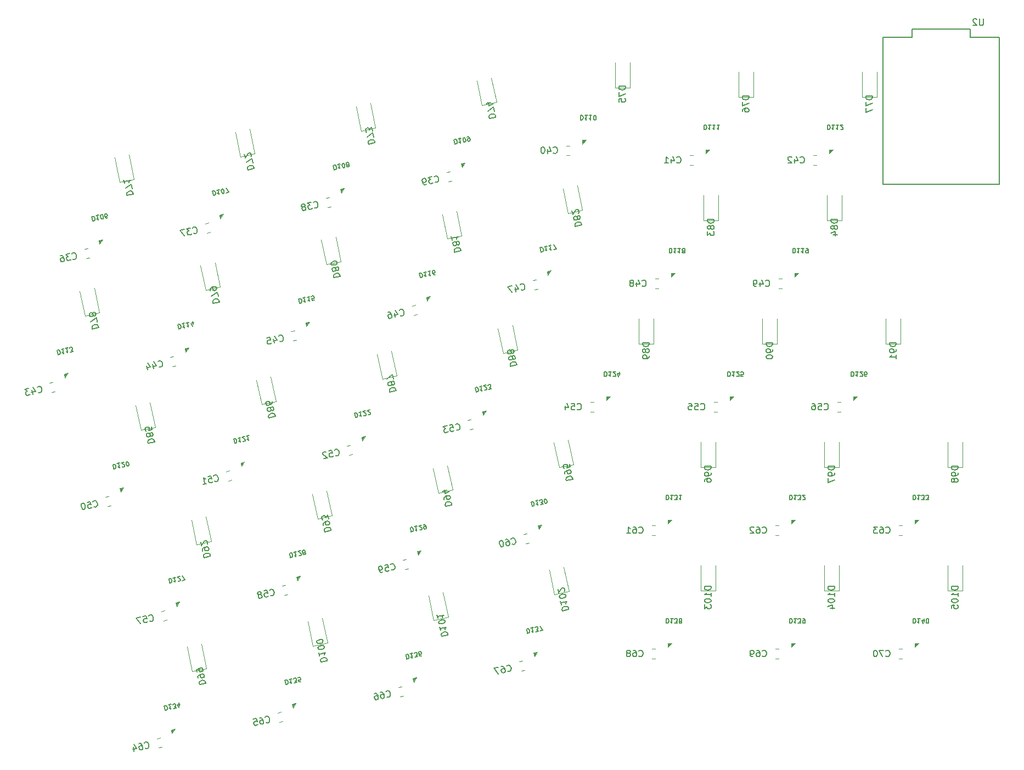
<source format=gbr>
%TF.GenerationSoftware,KiCad,Pcbnew,9.0.3*%
%TF.CreationDate,2025-11-25T10:19:29-05:00*%
%TF.ProjectId,Wren,5772656e-2e6b-4696-9361-645f70636258,rev?*%
%TF.SameCoordinates,Original*%
%TF.FileFunction,Legend,Bot*%
%TF.FilePolarity,Positive*%
%FSLAX46Y46*%
G04 Gerber Fmt 4.6, Leading zero omitted, Abs format (unit mm)*
G04 Created by KiCad (PCBNEW 9.0.3) date 2025-11-25 10:19:29*
%MOMM*%
%LPD*%
G01*
G04 APERTURE LIST*
%ADD10C,0.150000*%
%ADD11C,0.120000*%
%ADD12C,0.100000*%
%ADD13C,0.127000*%
G04 APERTURE END LIST*
D10*
X352812990Y-206873775D02*
X352869469Y-206910453D01*
X352869469Y-206910453D02*
X353019105Y-206927330D01*
X353019105Y-206927330D02*
X353112262Y-206907529D01*
X353112262Y-206907529D02*
X353242096Y-206831249D01*
X353242096Y-206831249D02*
X353315452Y-206718291D01*
X353315452Y-206718291D02*
X353342230Y-206615233D01*
X353342230Y-206615233D02*
X353349206Y-206419019D01*
X353349206Y-206419019D02*
X353319504Y-206279283D01*
X353319504Y-206279283D02*
X353233323Y-206102870D01*
X353233323Y-206102870D02*
X353166944Y-206019614D01*
X353166944Y-206019614D02*
X353053986Y-205946258D01*
X353053986Y-205946258D02*
X352904350Y-205929381D01*
X352904350Y-205929381D02*
X352811193Y-205949182D01*
X352811193Y-205949182D02*
X352681358Y-206025462D01*
X352681358Y-206025462D02*
X352644680Y-206081941D01*
X351786467Y-206166995D02*
X351972781Y-206127392D01*
X351972781Y-206127392D02*
X352075838Y-206154170D01*
X352075838Y-206154170D02*
X352132317Y-206190848D01*
X352132317Y-206190848D02*
X352255176Y-206310782D01*
X352255176Y-206310782D02*
X352341357Y-206487195D01*
X352341357Y-206487195D02*
X352420561Y-206859823D01*
X352420561Y-206859823D02*
X352393784Y-206962880D01*
X352393784Y-206962880D02*
X352357106Y-207019359D01*
X352357106Y-207019359D02*
X352273849Y-207085739D01*
X352273849Y-207085739D02*
X352087536Y-207125341D01*
X352087536Y-207125341D02*
X351984478Y-207098564D01*
X351984478Y-207098564D02*
X351927999Y-207061886D01*
X351927999Y-207061886D02*
X351861620Y-206978629D01*
X351861620Y-206978629D02*
X351812117Y-206745737D01*
X351812117Y-206745737D02*
X351838894Y-206642680D01*
X351838894Y-206642680D02*
X351875572Y-206586201D01*
X351875572Y-206586201D02*
X351958828Y-206519821D01*
X351958828Y-206519821D02*
X352145142Y-206480219D01*
X352145142Y-206480219D02*
X352248200Y-206506996D01*
X352248200Y-206506996D02*
X352304679Y-206543674D01*
X352304679Y-206543674D02*
X352371058Y-206626930D01*
X351087790Y-206315503D02*
X350994633Y-206335304D01*
X350994633Y-206335304D02*
X350911377Y-206401684D01*
X350911377Y-206401684D02*
X350874699Y-206458163D01*
X350874699Y-206458163D02*
X350847922Y-206561220D01*
X350847922Y-206561220D02*
X350840945Y-206757434D01*
X350840945Y-206757434D02*
X350890448Y-206990327D01*
X350890448Y-206990327D02*
X350976629Y-207166740D01*
X350976629Y-207166740D02*
X351043008Y-207249996D01*
X351043008Y-207249996D02*
X351099487Y-207286674D01*
X351099487Y-207286674D02*
X351202545Y-207313452D01*
X351202545Y-207313452D02*
X351295702Y-207293651D01*
X351295702Y-207293651D02*
X351378958Y-207227271D01*
X351378958Y-207227271D02*
X351415636Y-207170792D01*
X351415636Y-207170792D02*
X351442413Y-207067734D01*
X351442413Y-207067734D02*
X351449390Y-206871520D01*
X351449390Y-206871520D02*
X351399887Y-206638628D01*
X351399887Y-206638628D02*
X351313706Y-206462215D01*
X351313706Y-206462215D02*
X351247327Y-206378958D01*
X351247327Y-206378958D02*
X351190848Y-206342280D01*
X351190848Y-206342280D02*
X351087790Y-206315503D01*
X392997748Y-175792837D02*
X391997748Y-175792837D01*
X391997748Y-175792837D02*
X391997748Y-176030932D01*
X391997748Y-176030932D02*
X392045367Y-176173789D01*
X392045367Y-176173789D02*
X392140605Y-176269027D01*
X392140605Y-176269027D02*
X392235843Y-176316646D01*
X392235843Y-176316646D02*
X392426319Y-176364265D01*
X392426319Y-176364265D02*
X392569176Y-176364265D01*
X392569176Y-176364265D02*
X392759652Y-176316646D01*
X392759652Y-176316646D02*
X392854890Y-176269027D01*
X392854890Y-176269027D02*
X392950129Y-176173789D01*
X392950129Y-176173789D02*
X392997748Y-176030932D01*
X392997748Y-176030932D02*
X392997748Y-175792837D01*
X392997748Y-176840456D02*
X392997748Y-177030932D01*
X392997748Y-177030932D02*
X392950129Y-177126170D01*
X392950129Y-177126170D02*
X392902509Y-177173789D01*
X392902509Y-177173789D02*
X392759652Y-177269027D01*
X392759652Y-177269027D02*
X392569176Y-177316646D01*
X392569176Y-177316646D02*
X392188224Y-177316646D01*
X392188224Y-177316646D02*
X392092986Y-177269027D01*
X392092986Y-177269027D02*
X392045367Y-177221408D01*
X392045367Y-177221408D02*
X391997748Y-177126170D01*
X391997748Y-177126170D02*
X391997748Y-176935694D01*
X391997748Y-176935694D02*
X392045367Y-176840456D01*
X392045367Y-176840456D02*
X392092986Y-176792837D01*
X392092986Y-176792837D02*
X392188224Y-176745218D01*
X392188224Y-176745218D02*
X392426319Y-176745218D01*
X392426319Y-176745218D02*
X392521557Y-176792837D01*
X392521557Y-176792837D02*
X392569176Y-176840456D01*
X392569176Y-176840456D02*
X392616795Y-176935694D01*
X392616795Y-176935694D02*
X392616795Y-177126170D01*
X392616795Y-177126170D02*
X392569176Y-177221408D01*
X392569176Y-177221408D02*
X392521557Y-177269027D01*
X392521557Y-177269027D02*
X392426319Y-177316646D01*
X391997748Y-177935694D02*
X391997748Y-178030932D01*
X391997748Y-178030932D02*
X392045367Y-178126170D01*
X392045367Y-178126170D02*
X392092986Y-178173789D01*
X392092986Y-178173789D02*
X392188224Y-178221408D01*
X392188224Y-178221408D02*
X392378700Y-178269027D01*
X392378700Y-178269027D02*
X392616795Y-178269027D01*
X392616795Y-178269027D02*
X392807271Y-178221408D01*
X392807271Y-178221408D02*
X392902509Y-178173789D01*
X392902509Y-178173789D02*
X392950129Y-178126170D01*
X392950129Y-178126170D02*
X392997748Y-178030932D01*
X392997748Y-178030932D02*
X392997748Y-177935694D01*
X392997748Y-177935694D02*
X392950129Y-177840456D01*
X392950129Y-177840456D02*
X392902509Y-177792837D01*
X392902509Y-177792837D02*
X392807271Y-177745218D01*
X392807271Y-177745218D02*
X392616795Y-177697599D01*
X392616795Y-177697599D02*
X392378700Y-177697599D01*
X392378700Y-177697599D02*
X392188224Y-177745218D01*
X392188224Y-177745218D02*
X392092986Y-177792837D01*
X392092986Y-177792837D02*
X392045367Y-177840456D01*
X392045367Y-177840456D02*
X391997748Y-177935694D01*
X401461714Y-142193595D02*
X401461714Y-142893595D01*
X401461714Y-142893595D02*
X401628381Y-142893595D01*
X401628381Y-142893595D02*
X401728381Y-142860262D01*
X401728381Y-142860262D02*
X401795048Y-142793595D01*
X401795048Y-142793595D02*
X401828381Y-142726929D01*
X401828381Y-142726929D02*
X401861714Y-142593595D01*
X401861714Y-142593595D02*
X401861714Y-142493595D01*
X401861714Y-142493595D02*
X401828381Y-142360262D01*
X401828381Y-142360262D02*
X401795048Y-142293595D01*
X401795048Y-142293595D02*
X401728381Y-142226929D01*
X401728381Y-142226929D02*
X401628381Y-142193595D01*
X401628381Y-142193595D02*
X401461714Y-142193595D01*
X402528381Y-142193595D02*
X402128381Y-142193595D01*
X402328381Y-142193595D02*
X402328381Y-142893595D01*
X402328381Y-142893595D02*
X402261714Y-142793595D01*
X402261714Y-142793595D02*
X402195048Y-142726929D01*
X402195048Y-142726929D02*
X402128381Y-142693595D01*
X403195048Y-142193595D02*
X402795048Y-142193595D01*
X402995048Y-142193595D02*
X402995048Y-142893595D01*
X402995048Y-142893595D02*
X402928381Y-142793595D01*
X402928381Y-142793595D02*
X402861715Y-142726929D01*
X402861715Y-142726929D02*
X402795048Y-142693595D01*
X403461715Y-142826929D02*
X403495048Y-142860262D01*
X403495048Y-142860262D02*
X403561715Y-142893595D01*
X403561715Y-142893595D02*
X403728382Y-142893595D01*
X403728382Y-142893595D02*
X403795048Y-142860262D01*
X403795048Y-142860262D02*
X403828382Y-142826929D01*
X403828382Y-142826929D02*
X403861715Y-142760262D01*
X403861715Y-142760262D02*
X403861715Y-142693595D01*
X403861715Y-142693595D02*
X403828382Y-142593595D01*
X403828382Y-142593595D02*
X403428382Y-142193595D01*
X403428382Y-142193595D02*
X403861715Y-142193595D01*
X378205905Y-147966709D02*
X378253524Y-148014329D01*
X378253524Y-148014329D02*
X378396381Y-148061948D01*
X378396381Y-148061948D02*
X378491619Y-148061948D01*
X378491619Y-148061948D02*
X378634476Y-148014329D01*
X378634476Y-148014329D02*
X378729714Y-147919090D01*
X378729714Y-147919090D02*
X378777333Y-147823852D01*
X378777333Y-147823852D02*
X378824952Y-147633376D01*
X378824952Y-147633376D02*
X378824952Y-147490519D01*
X378824952Y-147490519D02*
X378777333Y-147300043D01*
X378777333Y-147300043D02*
X378729714Y-147204805D01*
X378729714Y-147204805D02*
X378634476Y-147109567D01*
X378634476Y-147109567D02*
X378491619Y-147061948D01*
X378491619Y-147061948D02*
X378396381Y-147061948D01*
X378396381Y-147061948D02*
X378253524Y-147109567D01*
X378253524Y-147109567D02*
X378205905Y-147157186D01*
X377348762Y-147395281D02*
X377348762Y-148061948D01*
X377586857Y-147014329D02*
X377824952Y-147728614D01*
X377824952Y-147728614D02*
X377205905Y-147728614D01*
X376301143Y-148061948D02*
X376872571Y-148061948D01*
X376586857Y-148061948D02*
X376586857Y-147061948D01*
X376586857Y-147061948D02*
X376682095Y-147204805D01*
X376682095Y-147204805D02*
X376777333Y-147300043D01*
X376777333Y-147300043D02*
X376872571Y-147347662D01*
X402522748Y-194842837D02*
X401522748Y-194842837D01*
X401522748Y-194842837D02*
X401522748Y-195080932D01*
X401522748Y-195080932D02*
X401570367Y-195223789D01*
X401570367Y-195223789D02*
X401665605Y-195319027D01*
X401665605Y-195319027D02*
X401760843Y-195366646D01*
X401760843Y-195366646D02*
X401951319Y-195414265D01*
X401951319Y-195414265D02*
X402094176Y-195414265D01*
X402094176Y-195414265D02*
X402284652Y-195366646D01*
X402284652Y-195366646D02*
X402379890Y-195319027D01*
X402379890Y-195319027D02*
X402475129Y-195223789D01*
X402475129Y-195223789D02*
X402522748Y-195080932D01*
X402522748Y-195080932D02*
X402522748Y-194842837D01*
X402522748Y-195890456D02*
X402522748Y-196080932D01*
X402522748Y-196080932D02*
X402475129Y-196176170D01*
X402475129Y-196176170D02*
X402427509Y-196223789D01*
X402427509Y-196223789D02*
X402284652Y-196319027D01*
X402284652Y-196319027D02*
X402094176Y-196366646D01*
X402094176Y-196366646D02*
X401713224Y-196366646D01*
X401713224Y-196366646D02*
X401617986Y-196319027D01*
X401617986Y-196319027D02*
X401570367Y-196271408D01*
X401570367Y-196271408D02*
X401522748Y-196176170D01*
X401522748Y-196176170D02*
X401522748Y-195985694D01*
X401522748Y-195985694D02*
X401570367Y-195890456D01*
X401570367Y-195890456D02*
X401617986Y-195842837D01*
X401617986Y-195842837D02*
X401713224Y-195795218D01*
X401713224Y-195795218D02*
X401951319Y-195795218D01*
X401951319Y-195795218D02*
X402046557Y-195842837D01*
X402046557Y-195842837D02*
X402094176Y-195890456D01*
X402094176Y-195890456D02*
X402141795Y-195985694D01*
X402141795Y-195985694D02*
X402141795Y-196176170D01*
X402141795Y-196176170D02*
X402094176Y-196271408D01*
X402094176Y-196271408D02*
X402046557Y-196319027D01*
X402046557Y-196319027D02*
X401951319Y-196366646D01*
X401522748Y-196699980D02*
X401522748Y-197366646D01*
X401522748Y-197366646D02*
X402522748Y-196938075D01*
X395616595Y-218393589D02*
X395616595Y-219093589D01*
X395616595Y-219093589D02*
X395783262Y-219093589D01*
X395783262Y-219093589D02*
X395883262Y-219060256D01*
X395883262Y-219060256D02*
X395949929Y-218993589D01*
X395949929Y-218993589D02*
X395983262Y-218926923D01*
X395983262Y-218926923D02*
X396016595Y-218793589D01*
X396016595Y-218793589D02*
X396016595Y-218693589D01*
X396016595Y-218693589D02*
X395983262Y-218560256D01*
X395983262Y-218560256D02*
X395949929Y-218493589D01*
X395949929Y-218493589D02*
X395883262Y-218426923D01*
X395883262Y-218426923D02*
X395783262Y-218393589D01*
X395783262Y-218393589D02*
X395616595Y-218393589D01*
X396683262Y-218393589D02*
X396283262Y-218393589D01*
X396483262Y-218393589D02*
X396483262Y-219093589D01*
X396483262Y-219093589D02*
X396416595Y-218993589D01*
X396416595Y-218993589D02*
X396349929Y-218926923D01*
X396349929Y-218926923D02*
X396283262Y-218893589D01*
X396916596Y-219093589D02*
X397349929Y-219093589D01*
X397349929Y-219093589D02*
X397116596Y-218826923D01*
X397116596Y-218826923D02*
X397216596Y-218826923D01*
X397216596Y-218826923D02*
X397283262Y-218793589D01*
X397283262Y-218793589D02*
X397316596Y-218760256D01*
X397316596Y-218760256D02*
X397349929Y-218693589D01*
X397349929Y-218693589D02*
X397349929Y-218526923D01*
X397349929Y-218526923D02*
X397316596Y-218460256D01*
X397316596Y-218460256D02*
X397283262Y-218426923D01*
X397283262Y-218426923D02*
X397216596Y-218393589D01*
X397216596Y-218393589D02*
X397016596Y-218393589D01*
X397016596Y-218393589D02*
X396949929Y-218426923D01*
X396949929Y-218426923D02*
X396916596Y-218460256D01*
X397683263Y-218393589D02*
X397816596Y-218393589D01*
X397816596Y-218393589D02*
X397883263Y-218426923D01*
X397883263Y-218426923D02*
X397916596Y-218460256D01*
X397916596Y-218460256D02*
X397983263Y-218560256D01*
X397983263Y-218560256D02*
X398016596Y-218693589D01*
X398016596Y-218693589D02*
X398016596Y-218960256D01*
X398016596Y-218960256D02*
X397983263Y-219026923D01*
X397983263Y-219026923D02*
X397949929Y-219060256D01*
X397949929Y-219060256D02*
X397883263Y-219093589D01*
X397883263Y-219093589D02*
X397749929Y-219093589D01*
X397749929Y-219093589D02*
X397683263Y-219060256D01*
X397683263Y-219060256D02*
X397649929Y-219026923D01*
X397649929Y-219026923D02*
X397616596Y-218960256D01*
X397616596Y-218960256D02*
X397616596Y-218793589D01*
X397616596Y-218793589D02*
X397649929Y-218726923D01*
X397649929Y-218726923D02*
X397683263Y-218693589D01*
X397683263Y-218693589D02*
X397749929Y-218660256D01*
X397749929Y-218660256D02*
X397883263Y-218660256D01*
X397883263Y-218660256D02*
X397949929Y-218693589D01*
X397949929Y-218693589D02*
X397983263Y-218726923D01*
X397983263Y-218726923D02*
X398016596Y-218793589D01*
X421572748Y-194842837D02*
X420572748Y-194842837D01*
X420572748Y-194842837D02*
X420572748Y-195080932D01*
X420572748Y-195080932D02*
X420620367Y-195223789D01*
X420620367Y-195223789D02*
X420715605Y-195319027D01*
X420715605Y-195319027D02*
X420810843Y-195366646D01*
X420810843Y-195366646D02*
X421001319Y-195414265D01*
X421001319Y-195414265D02*
X421144176Y-195414265D01*
X421144176Y-195414265D02*
X421334652Y-195366646D01*
X421334652Y-195366646D02*
X421429890Y-195319027D01*
X421429890Y-195319027D02*
X421525129Y-195223789D01*
X421525129Y-195223789D02*
X421572748Y-195080932D01*
X421572748Y-195080932D02*
X421572748Y-194842837D01*
X421572748Y-195890456D02*
X421572748Y-196080932D01*
X421572748Y-196080932D02*
X421525129Y-196176170D01*
X421525129Y-196176170D02*
X421477509Y-196223789D01*
X421477509Y-196223789D02*
X421334652Y-196319027D01*
X421334652Y-196319027D02*
X421144176Y-196366646D01*
X421144176Y-196366646D02*
X420763224Y-196366646D01*
X420763224Y-196366646D02*
X420667986Y-196319027D01*
X420667986Y-196319027D02*
X420620367Y-196271408D01*
X420620367Y-196271408D02*
X420572748Y-196176170D01*
X420572748Y-196176170D02*
X420572748Y-195985694D01*
X420572748Y-195985694D02*
X420620367Y-195890456D01*
X420620367Y-195890456D02*
X420667986Y-195842837D01*
X420667986Y-195842837D02*
X420763224Y-195795218D01*
X420763224Y-195795218D02*
X421001319Y-195795218D01*
X421001319Y-195795218D02*
X421096557Y-195842837D01*
X421096557Y-195842837D02*
X421144176Y-195890456D01*
X421144176Y-195890456D02*
X421191795Y-195985694D01*
X421191795Y-195985694D02*
X421191795Y-196176170D01*
X421191795Y-196176170D02*
X421144176Y-196271408D01*
X421144176Y-196271408D02*
X421096557Y-196319027D01*
X421096557Y-196319027D02*
X421001319Y-196366646D01*
X421001319Y-196938075D02*
X420953700Y-196842837D01*
X420953700Y-196842837D02*
X420906081Y-196795218D01*
X420906081Y-196795218D02*
X420810843Y-196747599D01*
X420810843Y-196747599D02*
X420763224Y-196747599D01*
X420763224Y-196747599D02*
X420667986Y-196795218D01*
X420667986Y-196795218D02*
X420620367Y-196842837D01*
X420620367Y-196842837D02*
X420572748Y-196938075D01*
X420572748Y-196938075D02*
X420572748Y-197128551D01*
X420572748Y-197128551D02*
X420620367Y-197223789D01*
X420620367Y-197223789D02*
X420667986Y-197271408D01*
X420667986Y-197271408D02*
X420763224Y-197319027D01*
X420763224Y-197319027D02*
X420810843Y-197319027D01*
X420810843Y-197319027D02*
X420906081Y-197271408D01*
X420906081Y-197271408D02*
X420953700Y-197223789D01*
X420953700Y-197223789D02*
X421001319Y-197128551D01*
X421001319Y-197128551D02*
X421001319Y-196938075D01*
X421001319Y-196938075D02*
X421048938Y-196842837D01*
X421048938Y-196842837D02*
X421096557Y-196795218D01*
X421096557Y-196795218D02*
X421191795Y-196747599D01*
X421191795Y-196747599D02*
X421382271Y-196747599D01*
X421382271Y-196747599D02*
X421477509Y-196795218D01*
X421477509Y-196795218D02*
X421525129Y-196842837D01*
X421525129Y-196842837D02*
X421572748Y-196938075D01*
X421572748Y-196938075D02*
X421572748Y-197128551D01*
X421572748Y-197128551D02*
X421525129Y-197223789D01*
X421525129Y-197223789D02*
X421477509Y-197271408D01*
X421477509Y-197271408D02*
X421382271Y-197319027D01*
X421382271Y-197319027D02*
X421191795Y-197319027D01*
X421191795Y-197319027D02*
X421096557Y-197271408D01*
X421096557Y-197271408D02*
X421048938Y-197223789D01*
X421048938Y-197223789D02*
X421001319Y-197128551D01*
X314847885Y-234419123D02*
X314904364Y-234455801D01*
X314904364Y-234455801D02*
X315054000Y-234472678D01*
X315054000Y-234472678D02*
X315147157Y-234452877D01*
X315147157Y-234452877D02*
X315276991Y-234376597D01*
X315276991Y-234376597D02*
X315350347Y-234263639D01*
X315350347Y-234263639D02*
X315377125Y-234160581D01*
X315377125Y-234160581D02*
X315384101Y-233964367D01*
X315384101Y-233964367D02*
X315354399Y-233824631D01*
X315354399Y-233824631D02*
X315268218Y-233648218D01*
X315268218Y-233648218D02*
X315201839Y-233564962D01*
X315201839Y-233564962D02*
X315088881Y-233491606D01*
X315088881Y-233491606D02*
X314939245Y-233474729D01*
X314939245Y-233474729D02*
X314846088Y-233494530D01*
X314846088Y-233494530D02*
X314716253Y-233570810D01*
X314716253Y-233570810D02*
X314679575Y-233627289D01*
X313821362Y-233712343D02*
X314007676Y-233672740D01*
X314007676Y-233672740D02*
X314110733Y-233699518D01*
X314110733Y-233699518D02*
X314167212Y-233736196D01*
X314167212Y-233736196D02*
X314290071Y-233856130D01*
X314290071Y-233856130D02*
X314376252Y-234032543D01*
X314376252Y-234032543D02*
X314455456Y-234405171D01*
X314455456Y-234405171D02*
X314428679Y-234508228D01*
X314428679Y-234508228D02*
X314392001Y-234564707D01*
X314392001Y-234564707D02*
X314308744Y-234631087D01*
X314308744Y-234631087D02*
X314122431Y-234670689D01*
X314122431Y-234670689D02*
X314019373Y-234643912D01*
X314019373Y-234643912D02*
X313962894Y-234607234D01*
X313962894Y-234607234D02*
X313896515Y-234523977D01*
X313896515Y-234523977D02*
X313847012Y-234291085D01*
X313847012Y-234291085D02*
X313873789Y-234188028D01*
X313873789Y-234188028D02*
X313910467Y-234131549D01*
X313910467Y-234131549D02*
X313993723Y-234065169D01*
X313993723Y-234065169D02*
X314180037Y-234025567D01*
X314180037Y-234025567D02*
X314283095Y-234052344D01*
X314283095Y-234052344D02*
X314339574Y-234089022D01*
X314339574Y-234089022D02*
X314405953Y-234172278D01*
X312843214Y-233920254D02*
X313308999Y-233821249D01*
X313308999Y-233821249D02*
X313454583Y-234277133D01*
X313454583Y-234277133D02*
X313398104Y-234240455D01*
X313398104Y-234240455D02*
X313295046Y-234213677D01*
X313295046Y-234213677D02*
X313062154Y-234263180D01*
X313062154Y-234263180D02*
X312978898Y-234329560D01*
X312978898Y-234329560D02*
X312942220Y-234386039D01*
X312942220Y-234386039D02*
X312915443Y-234489096D01*
X312915443Y-234489096D02*
X312964945Y-234721989D01*
X312964945Y-234721989D02*
X313031325Y-234805245D01*
X313031325Y-234805245D02*
X313087804Y-234841923D01*
X313087804Y-234841923D02*
X313190861Y-234868700D01*
X313190861Y-234868700D02*
X313423754Y-234819197D01*
X313423754Y-234819197D02*
X313507010Y-234752818D01*
X313507010Y-234752818D02*
X313543688Y-234696339D01*
X299825460Y-212234534D02*
X299970998Y-212919237D01*
X299970998Y-212919237D02*
X300134023Y-212884585D01*
X300134023Y-212884585D02*
X300224907Y-212831189D01*
X300224907Y-212831189D02*
X300276256Y-212752119D01*
X300276256Y-212752119D02*
X300295000Y-212679979D01*
X300295000Y-212679979D02*
X300299884Y-212542628D01*
X300299884Y-212542628D02*
X300279092Y-212444814D01*
X300279092Y-212444814D02*
X300218766Y-212321324D01*
X300218766Y-212321324D02*
X300172300Y-212263045D01*
X300172300Y-212263045D02*
X300093230Y-212211696D01*
X300093230Y-212211696D02*
X299988484Y-212199882D01*
X299988484Y-212199882D02*
X299825460Y-212234534D01*
X300868817Y-212012762D02*
X300477558Y-212095926D01*
X300673188Y-212054344D02*
X300818726Y-212739047D01*
X300818726Y-212739047D02*
X300732725Y-212655093D01*
X300732725Y-212655093D02*
X300653654Y-212603744D01*
X300653654Y-212603744D02*
X300581514Y-212585000D01*
X301261334Y-212576812D02*
X301300870Y-212602486D01*
X301300870Y-212602486D02*
X301373010Y-212621231D01*
X301373010Y-212621231D02*
X301536034Y-212586579D01*
X301536034Y-212586579D02*
X301594314Y-212540113D01*
X301594314Y-212540113D02*
X301619988Y-212500578D01*
X301619988Y-212500578D02*
X301638733Y-212428437D01*
X301638733Y-212428437D02*
X301624872Y-212363228D01*
X301624872Y-212363228D02*
X301571476Y-212272343D01*
X301571476Y-212272343D02*
X301097052Y-211964249D01*
X301097052Y-211964249D02*
X301520916Y-211874154D01*
X301894689Y-212510344D02*
X302351158Y-212413319D01*
X302351158Y-212413319D02*
X301912175Y-211790989D01*
X408367867Y-137692843D02*
X407367867Y-137692843D01*
X407367867Y-137692843D02*
X407367867Y-137930938D01*
X407367867Y-137930938D02*
X407415486Y-138073795D01*
X407415486Y-138073795D02*
X407510724Y-138169033D01*
X407510724Y-138169033D02*
X407605962Y-138216652D01*
X407605962Y-138216652D02*
X407796438Y-138264271D01*
X407796438Y-138264271D02*
X407939295Y-138264271D01*
X407939295Y-138264271D02*
X408129771Y-138216652D01*
X408129771Y-138216652D02*
X408225009Y-138169033D01*
X408225009Y-138169033D02*
X408320248Y-138073795D01*
X408320248Y-138073795D02*
X408367867Y-137930938D01*
X408367867Y-137930938D02*
X408367867Y-137692843D01*
X407367867Y-138597605D02*
X407367867Y-139264271D01*
X407367867Y-139264271D02*
X408367867Y-138835700D01*
X407367867Y-139549986D02*
X407367867Y-140216652D01*
X407367867Y-140216652D02*
X408367867Y-139788081D01*
X333481597Y-230458405D02*
X333538076Y-230495083D01*
X333538076Y-230495083D02*
X333687712Y-230511960D01*
X333687712Y-230511960D02*
X333780869Y-230492159D01*
X333780869Y-230492159D02*
X333910703Y-230415879D01*
X333910703Y-230415879D02*
X333984059Y-230302921D01*
X333984059Y-230302921D02*
X334010837Y-230199863D01*
X334010837Y-230199863D02*
X334017813Y-230003649D01*
X334017813Y-230003649D02*
X333988111Y-229863913D01*
X333988111Y-229863913D02*
X333901930Y-229687500D01*
X333901930Y-229687500D02*
X333835551Y-229604244D01*
X333835551Y-229604244D02*
X333722593Y-229530888D01*
X333722593Y-229530888D02*
X333572957Y-229514011D01*
X333572957Y-229514011D02*
X333479800Y-229533812D01*
X333479800Y-229533812D02*
X333349965Y-229610092D01*
X333349965Y-229610092D02*
X333313287Y-229666571D01*
X332455074Y-229751625D02*
X332641388Y-229712022D01*
X332641388Y-229712022D02*
X332744445Y-229738800D01*
X332744445Y-229738800D02*
X332800924Y-229775478D01*
X332800924Y-229775478D02*
X332923783Y-229895412D01*
X332923783Y-229895412D02*
X333009964Y-230071825D01*
X333009964Y-230071825D02*
X333089168Y-230444453D01*
X333089168Y-230444453D02*
X333062391Y-230547510D01*
X333062391Y-230547510D02*
X333025713Y-230603989D01*
X333025713Y-230603989D02*
X332942456Y-230670369D01*
X332942456Y-230670369D02*
X332756143Y-230709971D01*
X332756143Y-230709971D02*
X332653085Y-230683194D01*
X332653085Y-230683194D02*
X332596606Y-230646516D01*
X332596606Y-230646516D02*
X332530227Y-230563259D01*
X332530227Y-230563259D02*
X332480724Y-230330367D01*
X332480724Y-230330367D02*
X332507501Y-230227310D01*
X332507501Y-230227310D02*
X332544179Y-230170831D01*
X332544179Y-230170831D02*
X332627435Y-230104451D01*
X332627435Y-230104451D02*
X332813749Y-230064849D01*
X332813749Y-230064849D02*
X332916807Y-230091626D01*
X332916807Y-230091626D02*
X332973286Y-230128304D01*
X332973286Y-230128304D02*
X333039665Y-230211560D01*
X331523505Y-229949636D02*
X331709819Y-229910033D01*
X331709819Y-229910033D02*
X331812876Y-229936811D01*
X331812876Y-229936811D02*
X331869355Y-229973489D01*
X331869355Y-229973489D02*
X331992214Y-230093423D01*
X331992214Y-230093423D02*
X332078394Y-230269836D01*
X332078394Y-230269836D02*
X332157599Y-230642464D01*
X332157599Y-230642464D02*
X332130821Y-230745521D01*
X332130821Y-230745521D02*
X332094144Y-230802000D01*
X332094144Y-230802000D02*
X332010887Y-230868380D01*
X332010887Y-230868380D02*
X331824573Y-230907982D01*
X331824573Y-230907982D02*
X331721516Y-230881205D01*
X331721516Y-230881205D02*
X331665037Y-230844527D01*
X331665037Y-230844527D02*
X331598657Y-230761271D01*
X331598657Y-230761271D02*
X331549155Y-230528378D01*
X331549155Y-230528378D02*
X331575932Y-230425321D01*
X331575932Y-230425321D02*
X331612610Y-230368842D01*
X331612610Y-230368842D02*
X331695866Y-230302462D01*
X331695866Y-230302462D02*
X331882180Y-230262860D01*
X331882180Y-230262860D02*
X331985237Y-230289637D01*
X331985237Y-230289637D02*
X332041716Y-230326315D01*
X332041716Y-230326315D02*
X332108096Y-230409572D01*
X414666595Y-218393589D02*
X414666595Y-219093589D01*
X414666595Y-219093589D02*
X414833262Y-219093589D01*
X414833262Y-219093589D02*
X414933262Y-219060256D01*
X414933262Y-219060256D02*
X414999929Y-218993589D01*
X414999929Y-218993589D02*
X415033262Y-218926923D01*
X415033262Y-218926923D02*
X415066595Y-218793589D01*
X415066595Y-218793589D02*
X415066595Y-218693589D01*
X415066595Y-218693589D02*
X415033262Y-218560256D01*
X415033262Y-218560256D02*
X414999929Y-218493589D01*
X414999929Y-218493589D02*
X414933262Y-218426923D01*
X414933262Y-218426923D02*
X414833262Y-218393589D01*
X414833262Y-218393589D02*
X414666595Y-218393589D01*
X415733262Y-218393589D02*
X415333262Y-218393589D01*
X415533262Y-218393589D02*
X415533262Y-219093589D01*
X415533262Y-219093589D02*
X415466595Y-218993589D01*
X415466595Y-218993589D02*
X415399929Y-218926923D01*
X415399929Y-218926923D02*
X415333262Y-218893589D01*
X416333262Y-218860256D02*
X416333262Y-218393589D01*
X416166596Y-219126923D02*
X415999929Y-218626923D01*
X415999929Y-218626923D02*
X416433262Y-218626923D01*
X416833263Y-219093589D02*
X416899929Y-219093589D01*
X416899929Y-219093589D02*
X416966596Y-219060256D01*
X416966596Y-219060256D02*
X416999929Y-219026923D01*
X416999929Y-219026923D02*
X417033263Y-218960256D01*
X417033263Y-218960256D02*
X417066596Y-218826923D01*
X417066596Y-218826923D02*
X417066596Y-218660256D01*
X417066596Y-218660256D02*
X417033263Y-218526923D01*
X417033263Y-218526923D02*
X416999929Y-218460256D01*
X416999929Y-218460256D02*
X416966596Y-218426923D01*
X416966596Y-218426923D02*
X416899929Y-218393589D01*
X416899929Y-218393589D02*
X416833263Y-218393589D01*
X416833263Y-218393589D02*
X416766596Y-218426923D01*
X416766596Y-218426923D02*
X416733263Y-218460256D01*
X416733263Y-218460256D02*
X416699929Y-218526923D01*
X416699929Y-218526923D02*
X416666596Y-218660256D01*
X416666596Y-218660256D02*
X416666596Y-218826923D01*
X416666596Y-218826923D02*
X416699929Y-218960256D01*
X416699929Y-218960256D02*
X416733263Y-219026923D01*
X416733263Y-219026923D02*
X416766596Y-219060256D01*
X416766596Y-219060256D02*
X416833263Y-219093589D01*
X343844641Y-144451245D02*
X343990179Y-145135948D01*
X343990179Y-145135948D02*
X344153204Y-145101296D01*
X344153204Y-145101296D02*
X344244088Y-145047900D01*
X344244088Y-145047900D02*
X344295437Y-144968830D01*
X344295437Y-144968830D02*
X344314181Y-144896690D01*
X344314181Y-144896690D02*
X344319065Y-144759339D01*
X344319065Y-144759339D02*
X344298273Y-144661525D01*
X344298273Y-144661525D02*
X344237947Y-144538035D01*
X344237947Y-144538035D02*
X344191481Y-144479756D01*
X344191481Y-144479756D02*
X344112411Y-144428407D01*
X344112411Y-144428407D02*
X344007665Y-144416593D01*
X344007665Y-144416593D02*
X343844641Y-144451245D01*
X344887998Y-144229473D02*
X344496739Y-144312637D01*
X344692369Y-144271055D02*
X344837907Y-144955758D01*
X344837907Y-144955758D02*
X344751906Y-144871804D01*
X344751906Y-144871804D02*
X344672835Y-144820455D01*
X344672835Y-144820455D02*
X344600695Y-144801711D01*
X345457401Y-144824081D02*
X345522611Y-144810220D01*
X345522611Y-144810220D02*
X345580890Y-144763754D01*
X345580890Y-144763754D02*
X345606565Y-144724219D01*
X345606565Y-144724219D02*
X345625309Y-144652079D01*
X345625309Y-144652079D02*
X345630192Y-144514729D01*
X345630192Y-144514729D02*
X345595540Y-144351704D01*
X345595540Y-144351704D02*
X345535214Y-144228215D01*
X345535214Y-144228215D02*
X345488748Y-144169935D01*
X345488748Y-144169935D02*
X345449213Y-144144261D01*
X345449213Y-144144261D02*
X345377072Y-144125517D01*
X345377072Y-144125517D02*
X345311863Y-144139377D01*
X345311863Y-144139377D02*
X345253583Y-144185843D01*
X345253583Y-144185843D02*
X345227909Y-144225378D01*
X345227909Y-144225378D02*
X345209164Y-144297519D01*
X345209164Y-144297519D02*
X345204281Y-144434869D01*
X345204281Y-144434869D02*
X345238933Y-144597893D01*
X345238933Y-144597893D02*
X345299259Y-144721383D01*
X345299259Y-144721383D02*
X345345725Y-144779662D01*
X345345725Y-144779662D02*
X345385260Y-144805337D01*
X345385260Y-144805337D02*
X345457401Y-144824081D01*
X345866147Y-144021561D02*
X345996566Y-143993839D01*
X345996566Y-143993839D02*
X346068706Y-144012583D01*
X346068706Y-144012583D02*
X346108242Y-144038258D01*
X346108242Y-144038258D02*
X346194243Y-144122212D01*
X346194243Y-144122212D02*
X346254569Y-144245701D01*
X346254569Y-144245701D02*
X346310012Y-144506541D01*
X346310012Y-144506541D02*
X346291268Y-144578681D01*
X346291268Y-144578681D02*
X346265594Y-144618216D01*
X346265594Y-144618216D02*
X346207314Y-144664682D01*
X346207314Y-144664682D02*
X346076895Y-144692403D01*
X346076895Y-144692403D02*
X346004754Y-144673659D01*
X346004754Y-144673659D02*
X345965219Y-144647985D01*
X345965219Y-144647985D02*
X345918753Y-144589705D01*
X345918753Y-144589705D02*
X345884101Y-144426681D01*
X345884101Y-144426681D02*
X345902845Y-144354540D01*
X345902845Y-144354540D02*
X345928520Y-144315005D01*
X345928520Y-144315005D02*
X345986799Y-144268539D01*
X345986799Y-144268539D02*
X346117219Y-144240818D01*
X346117219Y-144240818D02*
X346189359Y-144259562D01*
X346189359Y-144259562D02*
X346228895Y-144285236D01*
X346228895Y-144285236D02*
X346275360Y-144343516D01*
X362556669Y-157830994D02*
X363534816Y-157623083D01*
X363534816Y-157623083D02*
X363485313Y-157390190D01*
X363485313Y-157390190D02*
X363409033Y-157260356D01*
X363409033Y-157260356D02*
X363296075Y-157187000D01*
X363296075Y-157187000D02*
X363193018Y-157160222D01*
X363193018Y-157160222D02*
X362996803Y-157153246D01*
X362996803Y-157153246D02*
X362857068Y-157182948D01*
X362857068Y-157182948D02*
X362680655Y-157269129D01*
X362680655Y-157269129D02*
X362597398Y-157335508D01*
X362597398Y-157335508D02*
X362524043Y-157448466D01*
X362524043Y-157448466D02*
X362507166Y-157598102D01*
X362507166Y-157598102D02*
X362556669Y-157830994D01*
X362877997Y-156594305D02*
X362944376Y-156677561D01*
X362944376Y-156677561D02*
X363000855Y-156714239D01*
X363000855Y-156714239D02*
X363103913Y-156741016D01*
X363103913Y-156741016D02*
X363150491Y-156731116D01*
X363150491Y-156731116D02*
X363233748Y-156664736D01*
X363233748Y-156664736D02*
X363270425Y-156608257D01*
X363270425Y-156608257D02*
X363297203Y-156505200D01*
X363297203Y-156505200D02*
X363257601Y-156318886D01*
X363257601Y-156318886D02*
X363191221Y-156235630D01*
X363191221Y-156235630D02*
X363134742Y-156198952D01*
X363134742Y-156198952D02*
X363031685Y-156172174D01*
X363031685Y-156172174D02*
X362985106Y-156182075D01*
X362985106Y-156182075D02*
X362901850Y-156248454D01*
X362901850Y-156248454D02*
X362865172Y-156304933D01*
X362865172Y-156304933D02*
X362838394Y-156407991D01*
X362838394Y-156407991D02*
X362877997Y-156594305D01*
X362877997Y-156594305D02*
X362851219Y-156697362D01*
X362851219Y-156697362D02*
X362814541Y-156753841D01*
X362814541Y-156753841D02*
X362731285Y-156820221D01*
X362731285Y-156820221D02*
X362544971Y-156859823D01*
X362544971Y-156859823D02*
X362441914Y-156833046D01*
X362441914Y-156833046D02*
X362385435Y-156796368D01*
X362385435Y-156796368D02*
X362319055Y-156713111D01*
X362319055Y-156713111D02*
X362279453Y-156526798D01*
X362279453Y-156526798D02*
X362306230Y-156423740D01*
X362306230Y-156423740D02*
X362342908Y-156367261D01*
X362342908Y-156367261D02*
X362426165Y-156300882D01*
X362426165Y-156300882D02*
X362612478Y-156261279D01*
X362612478Y-156261279D02*
X362715536Y-156288057D01*
X362715536Y-156288057D02*
X362772015Y-156324735D01*
X362772015Y-156324735D02*
X362838394Y-156407991D01*
X363045637Y-155779745D02*
X363082315Y-155723266D01*
X363082315Y-155723266D02*
X363109092Y-155620209D01*
X363109092Y-155620209D02*
X363059589Y-155387317D01*
X363059589Y-155387317D02*
X362993210Y-155304060D01*
X362993210Y-155304060D02*
X362936731Y-155267382D01*
X362936731Y-155267382D02*
X362833673Y-155240605D01*
X362833673Y-155240605D02*
X362740516Y-155260406D01*
X362740516Y-155260406D02*
X362610682Y-155336686D01*
X362610682Y-155336686D02*
X362170547Y-156014435D01*
X362170547Y-156014435D02*
X362041840Y-155408915D01*
X381885786Y-186066703D02*
X381933405Y-186114323D01*
X381933405Y-186114323D02*
X382076262Y-186161942D01*
X382076262Y-186161942D02*
X382171500Y-186161942D01*
X382171500Y-186161942D02*
X382314357Y-186114323D01*
X382314357Y-186114323D02*
X382409595Y-186019084D01*
X382409595Y-186019084D02*
X382457214Y-185923846D01*
X382457214Y-185923846D02*
X382504833Y-185733370D01*
X382504833Y-185733370D02*
X382504833Y-185590513D01*
X382504833Y-185590513D02*
X382457214Y-185400037D01*
X382457214Y-185400037D02*
X382409595Y-185304799D01*
X382409595Y-185304799D02*
X382314357Y-185209561D01*
X382314357Y-185209561D02*
X382171500Y-185161942D01*
X382171500Y-185161942D02*
X382076262Y-185161942D01*
X382076262Y-185161942D02*
X381933405Y-185209561D01*
X381933405Y-185209561D02*
X381885786Y-185257180D01*
X380981024Y-185161942D02*
X381457214Y-185161942D01*
X381457214Y-185161942D02*
X381504833Y-185638132D01*
X381504833Y-185638132D02*
X381457214Y-185590513D01*
X381457214Y-185590513D02*
X381361976Y-185542894D01*
X381361976Y-185542894D02*
X381123881Y-185542894D01*
X381123881Y-185542894D02*
X381028643Y-185590513D01*
X381028643Y-185590513D02*
X380981024Y-185638132D01*
X380981024Y-185638132D02*
X380933405Y-185733370D01*
X380933405Y-185733370D02*
X380933405Y-185971465D01*
X380933405Y-185971465D02*
X380981024Y-186066703D01*
X380981024Y-186066703D02*
X381028643Y-186114323D01*
X381028643Y-186114323D02*
X381123881Y-186161942D01*
X381123881Y-186161942D02*
X381361976Y-186161942D01*
X381361976Y-186161942D02*
X381457214Y-186114323D01*
X381457214Y-186114323D02*
X381504833Y-186066703D01*
X380028643Y-185161942D02*
X380504833Y-185161942D01*
X380504833Y-185161942D02*
X380552452Y-185638132D01*
X380552452Y-185638132D02*
X380504833Y-185590513D01*
X380504833Y-185590513D02*
X380409595Y-185542894D01*
X380409595Y-185542894D02*
X380171500Y-185542894D01*
X380171500Y-185542894D02*
X380076262Y-185590513D01*
X380076262Y-185590513D02*
X380028643Y-185638132D01*
X380028643Y-185638132D02*
X379981024Y-185733370D01*
X379981024Y-185733370D02*
X379981024Y-185971465D01*
X379981024Y-185971465D02*
X380028643Y-186066703D01*
X380028643Y-186066703D02*
X380076262Y-186114323D01*
X380076262Y-186114323D02*
X380171500Y-186161942D01*
X380171500Y-186161942D02*
X380409595Y-186161942D01*
X380409595Y-186161942D02*
X380504833Y-186114323D01*
X380504833Y-186114323D02*
X380552452Y-186066703D01*
X372845786Y-167016703D02*
X372893405Y-167064323D01*
X372893405Y-167064323D02*
X373036262Y-167111942D01*
X373036262Y-167111942D02*
X373131500Y-167111942D01*
X373131500Y-167111942D02*
X373274357Y-167064323D01*
X373274357Y-167064323D02*
X373369595Y-166969084D01*
X373369595Y-166969084D02*
X373417214Y-166873846D01*
X373417214Y-166873846D02*
X373464833Y-166683370D01*
X373464833Y-166683370D02*
X373464833Y-166540513D01*
X373464833Y-166540513D02*
X373417214Y-166350037D01*
X373417214Y-166350037D02*
X373369595Y-166254799D01*
X373369595Y-166254799D02*
X373274357Y-166159561D01*
X373274357Y-166159561D02*
X373131500Y-166111942D01*
X373131500Y-166111942D02*
X373036262Y-166111942D01*
X373036262Y-166111942D02*
X372893405Y-166159561D01*
X372893405Y-166159561D02*
X372845786Y-166207180D01*
X371988643Y-166445275D02*
X371988643Y-167111942D01*
X372226738Y-166064323D02*
X372464833Y-166778608D01*
X372464833Y-166778608D02*
X371845786Y-166778608D01*
X371321976Y-166540513D02*
X371417214Y-166492894D01*
X371417214Y-166492894D02*
X371464833Y-166445275D01*
X371464833Y-166445275D02*
X371512452Y-166350037D01*
X371512452Y-166350037D02*
X371512452Y-166302418D01*
X371512452Y-166302418D02*
X371464833Y-166207180D01*
X371464833Y-166207180D02*
X371417214Y-166159561D01*
X371417214Y-166159561D02*
X371321976Y-166111942D01*
X371321976Y-166111942D02*
X371131500Y-166111942D01*
X371131500Y-166111942D02*
X371036262Y-166159561D01*
X371036262Y-166159561D02*
X370988643Y-166207180D01*
X370988643Y-166207180D02*
X370941024Y-166302418D01*
X370941024Y-166302418D02*
X370941024Y-166350037D01*
X370941024Y-166350037D02*
X370988643Y-166445275D01*
X370988643Y-166445275D02*
X371036262Y-166492894D01*
X371036262Y-166492894D02*
X371131500Y-166540513D01*
X371131500Y-166540513D02*
X371321976Y-166540513D01*
X371321976Y-166540513D02*
X371417214Y-166588132D01*
X371417214Y-166588132D02*
X371464833Y-166635751D01*
X371464833Y-166635751D02*
X371512452Y-166730989D01*
X371512452Y-166730989D02*
X371512452Y-166921465D01*
X371512452Y-166921465D02*
X371464833Y-167016703D01*
X371464833Y-167016703D02*
X371417214Y-167064323D01*
X371417214Y-167064323D02*
X371321976Y-167111942D01*
X371321976Y-167111942D02*
X371131500Y-167111942D01*
X371131500Y-167111942D02*
X371036262Y-167064323D01*
X371036262Y-167064323D02*
X370988643Y-167016703D01*
X370988643Y-167016703D02*
X370941024Y-166921465D01*
X370941024Y-166921465D02*
X370941024Y-166730989D01*
X370941024Y-166730989D02*
X370988643Y-166635751D01*
X370988643Y-166635751D02*
X371036262Y-166588132D01*
X371036262Y-166588132D02*
X371131500Y-166540513D01*
X367041595Y-180293589D02*
X367041595Y-180993589D01*
X367041595Y-180993589D02*
X367208262Y-180993589D01*
X367208262Y-180993589D02*
X367308262Y-180960256D01*
X367308262Y-180960256D02*
X367374929Y-180893589D01*
X367374929Y-180893589D02*
X367408262Y-180826923D01*
X367408262Y-180826923D02*
X367441595Y-180693589D01*
X367441595Y-180693589D02*
X367441595Y-180593589D01*
X367441595Y-180593589D02*
X367408262Y-180460256D01*
X367408262Y-180460256D02*
X367374929Y-180393589D01*
X367374929Y-180393589D02*
X367308262Y-180326923D01*
X367308262Y-180326923D02*
X367208262Y-180293589D01*
X367208262Y-180293589D02*
X367041595Y-180293589D01*
X368108262Y-180293589D02*
X367708262Y-180293589D01*
X367908262Y-180293589D02*
X367908262Y-180993589D01*
X367908262Y-180993589D02*
X367841595Y-180893589D01*
X367841595Y-180893589D02*
X367774929Y-180826923D01*
X367774929Y-180826923D02*
X367708262Y-180793589D01*
X368374929Y-180926923D02*
X368408262Y-180960256D01*
X368408262Y-180960256D02*
X368474929Y-180993589D01*
X368474929Y-180993589D02*
X368641596Y-180993589D01*
X368641596Y-180993589D02*
X368708262Y-180960256D01*
X368708262Y-180960256D02*
X368741596Y-180926923D01*
X368741596Y-180926923D02*
X368774929Y-180860256D01*
X368774929Y-180860256D02*
X368774929Y-180793589D01*
X368774929Y-180793589D02*
X368741596Y-180693589D01*
X368741596Y-180693589D02*
X368341596Y-180293589D01*
X368341596Y-180293589D02*
X368774929Y-180293589D01*
X369374929Y-180760256D02*
X369374929Y-180293589D01*
X369208263Y-181026923D02*
X369041596Y-180526923D01*
X369041596Y-180526923D02*
X369474929Y-180526923D01*
X359155905Y-146466309D02*
X359203524Y-146513929D01*
X359203524Y-146513929D02*
X359346381Y-146561548D01*
X359346381Y-146561548D02*
X359441619Y-146561548D01*
X359441619Y-146561548D02*
X359584476Y-146513929D01*
X359584476Y-146513929D02*
X359679714Y-146418690D01*
X359679714Y-146418690D02*
X359727333Y-146323452D01*
X359727333Y-146323452D02*
X359774952Y-146132976D01*
X359774952Y-146132976D02*
X359774952Y-145990119D01*
X359774952Y-145990119D02*
X359727333Y-145799643D01*
X359727333Y-145799643D02*
X359679714Y-145704405D01*
X359679714Y-145704405D02*
X359584476Y-145609167D01*
X359584476Y-145609167D02*
X359441619Y-145561548D01*
X359441619Y-145561548D02*
X359346381Y-145561548D01*
X359346381Y-145561548D02*
X359203524Y-145609167D01*
X359203524Y-145609167D02*
X359155905Y-145656786D01*
X358298762Y-145894881D02*
X358298762Y-146561548D01*
X358536857Y-145513929D02*
X358774952Y-146228214D01*
X358774952Y-146228214D02*
X358155905Y-146228214D01*
X357584476Y-145561548D02*
X357489238Y-145561548D01*
X357489238Y-145561548D02*
X357394000Y-145609167D01*
X357394000Y-145609167D02*
X357346381Y-145656786D01*
X357346381Y-145656786D02*
X357298762Y-145752024D01*
X357298762Y-145752024D02*
X357251143Y-145942500D01*
X357251143Y-145942500D02*
X357251143Y-146180595D01*
X357251143Y-146180595D02*
X357298762Y-146371071D01*
X357298762Y-146371071D02*
X357346381Y-146466309D01*
X357346381Y-146466309D02*
X357394000Y-146513929D01*
X357394000Y-146513929D02*
X357489238Y-146561548D01*
X357489238Y-146561548D02*
X357584476Y-146561548D01*
X357584476Y-146561548D02*
X357679714Y-146513929D01*
X357679714Y-146513929D02*
X357727333Y-146466309D01*
X357727333Y-146466309D02*
X357774952Y-146371071D01*
X357774952Y-146371071D02*
X357822571Y-146180595D01*
X357822571Y-146180595D02*
X357822571Y-145942500D01*
X357822571Y-145942500D02*
X357774952Y-145752024D01*
X357774952Y-145752024D02*
X357727333Y-145656786D01*
X357727333Y-145656786D02*
X357679714Y-145609167D01*
X357679714Y-145609167D02*
X357584476Y-145561548D01*
X325560161Y-193190981D02*
X325616640Y-193227659D01*
X325616640Y-193227659D02*
X325766276Y-193244536D01*
X325766276Y-193244536D02*
X325859433Y-193224735D01*
X325859433Y-193224735D02*
X325989267Y-193148455D01*
X325989267Y-193148455D02*
X326062623Y-193035497D01*
X326062623Y-193035497D02*
X326089401Y-192932439D01*
X326089401Y-192932439D02*
X326096377Y-192736225D01*
X326096377Y-192736225D02*
X326066675Y-192596489D01*
X326066675Y-192596489D02*
X325980494Y-192420076D01*
X325980494Y-192420076D02*
X325914115Y-192336820D01*
X325914115Y-192336820D02*
X325801157Y-192263464D01*
X325801157Y-192263464D02*
X325651521Y-192246587D01*
X325651521Y-192246587D02*
X325558364Y-192266388D01*
X325558364Y-192266388D02*
X325428529Y-192342668D01*
X325428529Y-192342668D02*
X325391851Y-192399147D01*
X324487060Y-192494101D02*
X324952844Y-192395096D01*
X324952844Y-192395096D02*
X325098428Y-192850980D01*
X325098428Y-192850980D02*
X325041949Y-192814302D01*
X325041949Y-192814302D02*
X324938892Y-192787524D01*
X324938892Y-192787524D02*
X324705999Y-192837027D01*
X324705999Y-192837027D02*
X324622743Y-192903407D01*
X324622743Y-192903407D02*
X324586065Y-192959886D01*
X324586065Y-192959886D02*
X324559288Y-193062943D01*
X324559288Y-193062943D02*
X324608791Y-193295835D01*
X324608791Y-193295835D02*
X324675170Y-193379092D01*
X324675170Y-193379092D02*
X324731649Y-193415770D01*
X324731649Y-193415770D02*
X324834707Y-193442547D01*
X324834707Y-193442547D02*
X325067599Y-193393044D01*
X325067599Y-193393044D02*
X325150855Y-193326665D01*
X325150855Y-193326665D02*
X325187533Y-193270186D01*
X324087654Y-192676363D02*
X324031175Y-192639685D01*
X324031175Y-192639685D02*
X323928118Y-192612908D01*
X323928118Y-192612908D02*
X323695226Y-192662411D01*
X323695226Y-192662411D02*
X323611969Y-192728790D01*
X323611969Y-192728790D02*
X323575291Y-192785269D01*
X323575291Y-192785269D02*
X323548514Y-192888327D01*
X323548514Y-192888327D02*
X323568315Y-192981484D01*
X323568315Y-192981484D02*
X323644595Y-193111318D01*
X323644595Y-193111318D02*
X324322344Y-193551453D01*
X324322344Y-193551453D02*
X323716824Y-193680160D01*
X303663613Y-158894075D02*
X303720092Y-158930753D01*
X303720092Y-158930753D02*
X303869728Y-158947630D01*
X303869728Y-158947630D02*
X303962885Y-158927829D01*
X303962885Y-158927829D02*
X304092719Y-158851549D01*
X304092719Y-158851549D02*
X304166075Y-158738591D01*
X304166075Y-158738591D02*
X304192853Y-158635533D01*
X304192853Y-158635533D02*
X304199829Y-158439319D01*
X304199829Y-158439319D02*
X304170127Y-158299583D01*
X304170127Y-158299583D02*
X304083946Y-158123170D01*
X304083946Y-158123170D02*
X304017567Y-158039914D01*
X304017567Y-158039914D02*
X303904609Y-157966558D01*
X303904609Y-157966558D02*
X303754973Y-157949681D01*
X303754973Y-157949681D02*
X303661816Y-157969482D01*
X303661816Y-157969482D02*
X303531981Y-158045762D01*
X303531981Y-158045762D02*
X303495303Y-158102241D01*
X303149453Y-158078388D02*
X302543933Y-158207096D01*
X302543933Y-158207096D02*
X302949187Y-158510419D01*
X302949187Y-158510419D02*
X302809451Y-158540121D01*
X302809451Y-158540121D02*
X302726195Y-158606501D01*
X302726195Y-158606501D02*
X302689517Y-158662980D01*
X302689517Y-158662980D02*
X302662740Y-158766037D01*
X302662740Y-158766037D02*
X302712243Y-158998929D01*
X302712243Y-158998929D02*
X302778622Y-159082186D01*
X302778622Y-159082186D02*
X302835101Y-159118864D01*
X302835101Y-159118864D02*
X302938159Y-159145641D01*
X302938159Y-159145641D02*
X303217629Y-159086238D01*
X303217629Y-159086238D02*
X303300886Y-159019858D01*
X303300886Y-159019858D02*
X303337564Y-158963379D01*
X302217884Y-158276400D02*
X301565785Y-158415007D01*
X301565785Y-158415007D02*
X302192903Y-159304050D01*
X333908411Y-183395941D02*
X334886558Y-183188030D01*
X334886558Y-183188030D02*
X334837055Y-182955137D01*
X334837055Y-182955137D02*
X334760775Y-182825303D01*
X334760775Y-182825303D02*
X334647817Y-182751947D01*
X334647817Y-182751947D02*
X334544760Y-182725169D01*
X334544760Y-182725169D02*
X334348545Y-182718193D01*
X334348545Y-182718193D02*
X334208810Y-182747895D01*
X334208810Y-182747895D02*
X334032397Y-182834076D01*
X334032397Y-182834076D02*
X333949140Y-182900455D01*
X333949140Y-182900455D02*
X333875785Y-183013413D01*
X333875785Y-183013413D02*
X333858908Y-183163049D01*
X333858908Y-183163049D02*
X333908411Y-183395941D01*
X334229739Y-182159252D02*
X334296118Y-182242508D01*
X334296118Y-182242508D02*
X334352597Y-182279186D01*
X334352597Y-182279186D02*
X334455655Y-182305963D01*
X334455655Y-182305963D02*
X334502233Y-182296063D01*
X334502233Y-182296063D02*
X334585490Y-182229683D01*
X334585490Y-182229683D02*
X334622167Y-182173204D01*
X334622167Y-182173204D02*
X334648945Y-182070147D01*
X334648945Y-182070147D02*
X334609343Y-181883833D01*
X334609343Y-181883833D02*
X334542963Y-181800577D01*
X334542963Y-181800577D02*
X334486484Y-181763899D01*
X334486484Y-181763899D02*
X334383427Y-181737121D01*
X334383427Y-181737121D02*
X334336848Y-181747022D01*
X334336848Y-181747022D02*
X334253592Y-181813401D01*
X334253592Y-181813401D02*
X334216914Y-181869880D01*
X334216914Y-181869880D02*
X334190136Y-181972938D01*
X334190136Y-181972938D02*
X334229739Y-182159252D01*
X334229739Y-182159252D02*
X334202961Y-182262309D01*
X334202961Y-182262309D02*
X334166283Y-182318788D01*
X334166283Y-182318788D02*
X334083027Y-182385168D01*
X334083027Y-182385168D02*
X333896713Y-182424770D01*
X333896713Y-182424770D02*
X333793656Y-182397993D01*
X333793656Y-182397993D02*
X333737177Y-182361315D01*
X333737177Y-182361315D02*
X333670797Y-182278058D01*
X333670797Y-182278058D02*
X333631195Y-182091745D01*
X333631195Y-182091745D02*
X333657972Y-181988687D01*
X333657972Y-181988687D02*
X333694650Y-181932208D01*
X333694650Y-181932208D02*
X333777907Y-181865829D01*
X333777907Y-181865829D02*
X333964220Y-181826226D01*
X333964220Y-181826226D02*
X334067278Y-181853004D01*
X334067278Y-181853004D02*
X334123757Y-181889682D01*
X334123757Y-181889682D02*
X334190136Y-181972938D01*
X334500436Y-181371470D02*
X334361829Y-180719371D01*
X334361829Y-180719371D02*
X333472786Y-181346489D01*
X414666595Y-199343589D02*
X414666595Y-200043589D01*
X414666595Y-200043589D02*
X414833262Y-200043589D01*
X414833262Y-200043589D02*
X414933262Y-200010256D01*
X414933262Y-200010256D02*
X414999929Y-199943589D01*
X414999929Y-199943589D02*
X415033262Y-199876923D01*
X415033262Y-199876923D02*
X415066595Y-199743589D01*
X415066595Y-199743589D02*
X415066595Y-199643589D01*
X415066595Y-199643589D02*
X415033262Y-199510256D01*
X415033262Y-199510256D02*
X414999929Y-199443589D01*
X414999929Y-199443589D02*
X414933262Y-199376923D01*
X414933262Y-199376923D02*
X414833262Y-199343589D01*
X414833262Y-199343589D02*
X414666595Y-199343589D01*
X415733262Y-199343589D02*
X415333262Y-199343589D01*
X415533262Y-199343589D02*
X415533262Y-200043589D01*
X415533262Y-200043589D02*
X415466595Y-199943589D01*
X415466595Y-199943589D02*
X415399929Y-199876923D01*
X415399929Y-199876923D02*
X415333262Y-199843589D01*
X415966596Y-200043589D02*
X416399929Y-200043589D01*
X416399929Y-200043589D02*
X416166596Y-199776923D01*
X416166596Y-199776923D02*
X416266596Y-199776923D01*
X416266596Y-199776923D02*
X416333262Y-199743589D01*
X416333262Y-199743589D02*
X416366596Y-199710256D01*
X416366596Y-199710256D02*
X416399929Y-199643589D01*
X416399929Y-199643589D02*
X416399929Y-199476923D01*
X416399929Y-199476923D02*
X416366596Y-199410256D01*
X416366596Y-199410256D02*
X416333262Y-199376923D01*
X416333262Y-199376923D02*
X416266596Y-199343589D01*
X416266596Y-199343589D02*
X416066596Y-199343589D01*
X416066596Y-199343589D02*
X415999929Y-199376923D01*
X415999929Y-199376923D02*
X415966596Y-199410256D01*
X416633263Y-200043589D02*
X417066596Y-200043589D01*
X417066596Y-200043589D02*
X416833263Y-199776923D01*
X416833263Y-199776923D02*
X416933263Y-199776923D01*
X416933263Y-199776923D02*
X416999929Y-199743589D01*
X416999929Y-199743589D02*
X417033263Y-199710256D01*
X417033263Y-199710256D02*
X417066596Y-199643589D01*
X417066596Y-199643589D02*
X417066596Y-199476923D01*
X417066596Y-199476923D02*
X417033263Y-199410256D01*
X417033263Y-199410256D02*
X416999929Y-199376923D01*
X416999929Y-199376923D02*
X416933263Y-199343589D01*
X416933263Y-199343589D02*
X416733263Y-199343589D01*
X416733263Y-199343589D02*
X416666596Y-199376923D01*
X416666596Y-199376923D02*
X416633263Y-199410256D01*
X298307331Y-179508187D02*
X298363810Y-179544865D01*
X298363810Y-179544865D02*
X298513446Y-179561742D01*
X298513446Y-179561742D02*
X298606603Y-179541941D01*
X298606603Y-179541941D02*
X298736437Y-179465661D01*
X298736437Y-179465661D02*
X298809793Y-179352703D01*
X298809793Y-179352703D02*
X298836571Y-179249645D01*
X298836571Y-179249645D02*
X298843547Y-179053431D01*
X298843547Y-179053431D02*
X298813845Y-178913695D01*
X298813845Y-178913695D02*
X298727664Y-178737282D01*
X298727664Y-178737282D02*
X298661285Y-178654026D01*
X298661285Y-178654026D02*
X298548327Y-178580670D01*
X298548327Y-178580670D02*
X298398691Y-178563793D01*
X298398691Y-178563793D02*
X298305534Y-178583594D01*
X298305534Y-178583594D02*
X298175699Y-178659874D01*
X298175699Y-178659874D02*
X298139021Y-178716353D01*
X297350112Y-179127456D02*
X297488720Y-179779554D01*
X297503800Y-178705325D02*
X297885200Y-179354499D01*
X297885200Y-179354499D02*
X297279680Y-179483207D01*
X296418543Y-179325467D02*
X296557150Y-179977565D01*
X296572231Y-178903336D02*
X296953631Y-179552511D01*
X296953631Y-179552511D02*
X296348111Y-179681218D01*
X361161241Y-197078736D02*
X362139388Y-196870825D01*
X362139388Y-196870825D02*
X362089885Y-196637932D01*
X362089885Y-196637932D02*
X362013605Y-196508098D01*
X362013605Y-196508098D02*
X361900647Y-196434742D01*
X361900647Y-196434742D02*
X361797590Y-196407964D01*
X361797590Y-196407964D02*
X361601375Y-196400988D01*
X361601375Y-196400988D02*
X361461640Y-196430690D01*
X361461640Y-196430690D02*
X361285227Y-196516871D01*
X361285227Y-196516871D02*
X361201970Y-196583250D01*
X361201970Y-196583250D02*
X361128615Y-196696208D01*
X361128615Y-196696208D02*
X361111738Y-196845844D01*
X361111738Y-196845844D02*
X361161241Y-197078736D01*
X360943428Y-196054010D02*
X360903826Y-195867697D01*
X360903826Y-195867697D02*
X360930603Y-195764639D01*
X360930603Y-195764639D02*
X360967281Y-195708160D01*
X360967281Y-195708160D02*
X361087216Y-195585301D01*
X361087216Y-195585301D02*
X361263629Y-195499121D01*
X361263629Y-195499121D02*
X361636257Y-195419916D01*
X361636257Y-195419916D02*
X361739314Y-195446694D01*
X361739314Y-195446694D02*
X361795793Y-195483372D01*
X361795793Y-195483372D02*
X361862173Y-195566628D01*
X361862173Y-195566628D02*
X361901775Y-195752942D01*
X361901775Y-195752942D02*
X361874997Y-195855999D01*
X361874997Y-195855999D02*
X361838320Y-195912478D01*
X361838320Y-195912478D02*
X361755063Y-195978858D01*
X361755063Y-195978858D02*
X361522171Y-196028361D01*
X361522171Y-196028361D02*
X361419113Y-196001583D01*
X361419113Y-196001583D02*
X361362634Y-195964905D01*
X361362634Y-195964905D02*
X361296255Y-195881649D01*
X361296255Y-195881649D02*
X361256653Y-195695335D01*
X361256653Y-195695335D02*
X361283430Y-195592278D01*
X361283430Y-195592278D02*
X361320108Y-195535799D01*
X361320108Y-195535799D02*
X361403364Y-195469419D01*
X361634460Y-194495323D02*
X361733465Y-194961108D01*
X361733465Y-194961108D02*
X361277581Y-195106692D01*
X361277581Y-195106692D02*
X361314259Y-195050213D01*
X361314259Y-195050213D02*
X361341037Y-194947155D01*
X361341037Y-194947155D02*
X361291534Y-194714263D01*
X361291534Y-194714263D02*
X361225154Y-194631007D01*
X361225154Y-194631007D02*
X361168675Y-194594329D01*
X361168675Y-194594329D02*
X361065618Y-194567552D01*
X361065618Y-194567552D02*
X360832725Y-194617054D01*
X360832725Y-194617054D02*
X360749469Y-194683434D01*
X360749469Y-194683434D02*
X360712791Y-194739913D01*
X360712791Y-194739913D02*
X360686014Y-194842970D01*
X360686014Y-194842970D02*
X360735517Y-195075863D01*
X360735517Y-195075863D02*
X360801896Y-195159119D01*
X360801896Y-195159119D02*
X360858375Y-195195797D01*
X341928853Y-221129151D02*
X342907001Y-220921239D01*
X342907001Y-220921239D02*
X342857498Y-220688347D01*
X342857498Y-220688347D02*
X342781218Y-220558512D01*
X342781218Y-220558512D02*
X342668260Y-220485156D01*
X342668260Y-220485156D02*
X342565202Y-220458379D01*
X342565202Y-220458379D02*
X342368988Y-220451402D01*
X342368988Y-220451402D02*
X342229252Y-220481104D01*
X342229252Y-220481104D02*
X342052839Y-220567285D01*
X342052839Y-220567285D02*
X341969583Y-220633664D01*
X341969583Y-220633664D02*
X341896227Y-220746622D01*
X341896227Y-220746622D02*
X341879350Y-220896258D01*
X341879350Y-220896258D02*
X341928853Y-221129151D01*
X341612035Y-219638640D02*
X341730842Y-220197581D01*
X341671439Y-219918111D02*
X342649586Y-219710199D01*
X342649586Y-219710199D02*
X342529652Y-219833058D01*
X342529652Y-219833058D02*
X342456296Y-219946016D01*
X342456296Y-219946016D02*
X342429519Y-220049073D01*
X342461476Y-218825208D02*
X342441674Y-218732051D01*
X342441674Y-218732051D02*
X342375295Y-218648795D01*
X342375295Y-218648795D02*
X342318816Y-218612117D01*
X342318816Y-218612117D02*
X342215758Y-218585340D01*
X342215758Y-218585340D02*
X342019544Y-218578363D01*
X342019544Y-218578363D02*
X341786652Y-218627866D01*
X341786652Y-218627866D02*
X341610238Y-218714047D01*
X341610238Y-218714047D02*
X341526982Y-218780426D01*
X341526982Y-218780426D02*
X341490304Y-218836906D01*
X341490304Y-218836906D02*
X341463527Y-218939963D01*
X341463527Y-218939963D02*
X341483328Y-219033120D01*
X341483328Y-219033120D02*
X341549708Y-219116376D01*
X341549708Y-219116376D02*
X341606187Y-219153054D01*
X341606187Y-219153054D02*
X341709244Y-219179831D01*
X341709244Y-219179831D02*
X341905458Y-219186808D01*
X341905458Y-219186808D02*
X342138351Y-219137305D01*
X342138351Y-219137305D02*
X342314764Y-219051124D01*
X342314764Y-219051124D02*
X342398020Y-218984745D01*
X342398020Y-218984745D02*
X342434698Y-218928266D01*
X342434698Y-218928266D02*
X342461476Y-218825208D01*
X341216013Y-217775501D02*
X341334820Y-218334443D01*
X341275416Y-218054972D02*
X342253564Y-217847061D01*
X342253564Y-217847061D02*
X342133630Y-217969919D01*
X342133630Y-217969919D02*
X342060274Y-218082877D01*
X342060274Y-218082877D02*
X342033496Y-218185935D01*
X372360786Y-205116703D02*
X372408405Y-205164323D01*
X372408405Y-205164323D02*
X372551262Y-205211942D01*
X372551262Y-205211942D02*
X372646500Y-205211942D01*
X372646500Y-205211942D02*
X372789357Y-205164323D01*
X372789357Y-205164323D02*
X372884595Y-205069084D01*
X372884595Y-205069084D02*
X372932214Y-204973846D01*
X372932214Y-204973846D02*
X372979833Y-204783370D01*
X372979833Y-204783370D02*
X372979833Y-204640513D01*
X372979833Y-204640513D02*
X372932214Y-204450037D01*
X372932214Y-204450037D02*
X372884595Y-204354799D01*
X372884595Y-204354799D02*
X372789357Y-204259561D01*
X372789357Y-204259561D02*
X372646500Y-204211942D01*
X372646500Y-204211942D02*
X372551262Y-204211942D01*
X372551262Y-204211942D02*
X372408405Y-204259561D01*
X372408405Y-204259561D02*
X372360786Y-204307180D01*
X371503643Y-204211942D02*
X371694119Y-204211942D01*
X371694119Y-204211942D02*
X371789357Y-204259561D01*
X371789357Y-204259561D02*
X371836976Y-204307180D01*
X371836976Y-204307180D02*
X371932214Y-204450037D01*
X371932214Y-204450037D02*
X371979833Y-204640513D01*
X371979833Y-204640513D02*
X371979833Y-205021465D01*
X371979833Y-205021465D02*
X371932214Y-205116703D01*
X371932214Y-205116703D02*
X371884595Y-205164323D01*
X371884595Y-205164323D02*
X371789357Y-205211942D01*
X371789357Y-205211942D02*
X371598881Y-205211942D01*
X371598881Y-205211942D02*
X371503643Y-205164323D01*
X371503643Y-205164323D02*
X371456024Y-205116703D01*
X371456024Y-205116703D02*
X371408405Y-205021465D01*
X371408405Y-205021465D02*
X371408405Y-204783370D01*
X371408405Y-204783370D02*
X371456024Y-204688132D01*
X371456024Y-204688132D02*
X371503643Y-204640513D01*
X371503643Y-204640513D02*
X371598881Y-204592894D01*
X371598881Y-204592894D02*
X371789357Y-204592894D01*
X371789357Y-204592894D02*
X371884595Y-204640513D01*
X371884595Y-204640513D02*
X371932214Y-204688132D01*
X371932214Y-204688132D02*
X371979833Y-204783370D01*
X370456024Y-205211942D02*
X371027452Y-205211942D01*
X370741738Y-205211942D02*
X370741738Y-204211942D01*
X370741738Y-204211942D02*
X370836976Y-204354799D01*
X370836976Y-204354799D02*
X370932214Y-204450037D01*
X370932214Y-204450037D02*
X371027452Y-204497656D01*
X372360786Y-224166703D02*
X372408405Y-224214323D01*
X372408405Y-224214323D02*
X372551262Y-224261942D01*
X372551262Y-224261942D02*
X372646500Y-224261942D01*
X372646500Y-224261942D02*
X372789357Y-224214323D01*
X372789357Y-224214323D02*
X372884595Y-224119084D01*
X372884595Y-224119084D02*
X372932214Y-224023846D01*
X372932214Y-224023846D02*
X372979833Y-223833370D01*
X372979833Y-223833370D02*
X372979833Y-223690513D01*
X372979833Y-223690513D02*
X372932214Y-223500037D01*
X372932214Y-223500037D02*
X372884595Y-223404799D01*
X372884595Y-223404799D02*
X372789357Y-223309561D01*
X372789357Y-223309561D02*
X372646500Y-223261942D01*
X372646500Y-223261942D02*
X372551262Y-223261942D01*
X372551262Y-223261942D02*
X372408405Y-223309561D01*
X372408405Y-223309561D02*
X372360786Y-223357180D01*
X371503643Y-223261942D02*
X371694119Y-223261942D01*
X371694119Y-223261942D02*
X371789357Y-223309561D01*
X371789357Y-223309561D02*
X371836976Y-223357180D01*
X371836976Y-223357180D02*
X371932214Y-223500037D01*
X371932214Y-223500037D02*
X371979833Y-223690513D01*
X371979833Y-223690513D02*
X371979833Y-224071465D01*
X371979833Y-224071465D02*
X371932214Y-224166703D01*
X371932214Y-224166703D02*
X371884595Y-224214323D01*
X371884595Y-224214323D02*
X371789357Y-224261942D01*
X371789357Y-224261942D02*
X371598881Y-224261942D01*
X371598881Y-224261942D02*
X371503643Y-224214323D01*
X371503643Y-224214323D02*
X371456024Y-224166703D01*
X371456024Y-224166703D02*
X371408405Y-224071465D01*
X371408405Y-224071465D02*
X371408405Y-223833370D01*
X371408405Y-223833370D02*
X371456024Y-223738132D01*
X371456024Y-223738132D02*
X371503643Y-223690513D01*
X371503643Y-223690513D02*
X371598881Y-223642894D01*
X371598881Y-223642894D02*
X371789357Y-223642894D01*
X371789357Y-223642894D02*
X371884595Y-223690513D01*
X371884595Y-223690513D02*
X371932214Y-223738132D01*
X371932214Y-223738132D02*
X371979833Y-223833370D01*
X370836976Y-223690513D02*
X370932214Y-223642894D01*
X370932214Y-223642894D02*
X370979833Y-223595275D01*
X370979833Y-223595275D02*
X371027452Y-223500037D01*
X371027452Y-223500037D02*
X371027452Y-223452418D01*
X371027452Y-223452418D02*
X370979833Y-223357180D01*
X370979833Y-223357180D02*
X370932214Y-223309561D01*
X370932214Y-223309561D02*
X370836976Y-223261942D01*
X370836976Y-223261942D02*
X370646500Y-223261942D01*
X370646500Y-223261942D02*
X370551262Y-223309561D01*
X370551262Y-223309561D02*
X370503643Y-223357180D01*
X370503643Y-223357180D02*
X370456024Y-223452418D01*
X370456024Y-223452418D02*
X370456024Y-223500037D01*
X370456024Y-223500037D02*
X370503643Y-223595275D01*
X370503643Y-223595275D02*
X370551262Y-223642894D01*
X370551262Y-223642894D02*
X370646500Y-223690513D01*
X370646500Y-223690513D02*
X370836976Y-223690513D01*
X370836976Y-223690513D02*
X370932214Y-223738132D01*
X370932214Y-223738132D02*
X370979833Y-223785751D01*
X370979833Y-223785751D02*
X371027452Y-223880989D01*
X371027452Y-223880989D02*
X371027452Y-224071465D01*
X371027452Y-224071465D02*
X370979833Y-224166703D01*
X370979833Y-224166703D02*
X370932214Y-224214323D01*
X370932214Y-224214323D02*
X370836976Y-224261942D01*
X370836976Y-224261942D02*
X370646500Y-224261942D01*
X370646500Y-224261942D02*
X370551262Y-224214323D01*
X370551262Y-224214323D02*
X370503643Y-224166703D01*
X370503643Y-224166703D02*
X370456024Y-224071465D01*
X370456024Y-224071465D02*
X370456024Y-223880989D01*
X370456024Y-223880989D02*
X370503643Y-223785751D01*
X370503643Y-223785751D02*
X370551262Y-223738132D01*
X370551262Y-223738132D02*
X370646500Y-223690513D01*
X338488359Y-165065357D02*
X338633897Y-165750060D01*
X338633897Y-165750060D02*
X338796922Y-165715408D01*
X338796922Y-165715408D02*
X338887806Y-165662012D01*
X338887806Y-165662012D02*
X338939155Y-165582942D01*
X338939155Y-165582942D02*
X338957899Y-165510802D01*
X338957899Y-165510802D02*
X338962783Y-165373451D01*
X338962783Y-165373451D02*
X338941991Y-165275637D01*
X338941991Y-165275637D02*
X338881665Y-165152147D01*
X338881665Y-165152147D02*
X338835199Y-165093868D01*
X338835199Y-165093868D02*
X338756129Y-165042519D01*
X338756129Y-165042519D02*
X338651383Y-165030705D01*
X338651383Y-165030705D02*
X338488359Y-165065357D01*
X339531716Y-164843585D02*
X339140457Y-164926749D01*
X339336087Y-164885167D02*
X339481625Y-165569870D01*
X339481625Y-165569870D02*
X339395624Y-165485916D01*
X339395624Y-165485916D02*
X339316553Y-165434567D01*
X339316553Y-165434567D02*
X339244413Y-165415823D01*
X340183815Y-164704977D02*
X339792556Y-164788141D01*
X339988185Y-164746559D02*
X340133724Y-165431262D01*
X340133724Y-165431262D02*
X340047723Y-165347308D01*
X340047723Y-165347308D02*
X339968652Y-165295959D01*
X339968652Y-165295959D02*
X339896512Y-165277215D01*
X340916242Y-165264933D02*
X340785822Y-165292655D01*
X340785822Y-165292655D02*
X340713682Y-165273910D01*
X340713682Y-165273910D02*
X340674147Y-165248236D01*
X340674147Y-165248236D02*
X340588146Y-165164282D01*
X340588146Y-165164282D02*
X340527819Y-165040793D01*
X340527819Y-165040793D02*
X340472376Y-164779953D01*
X340472376Y-164779953D02*
X340491120Y-164707813D01*
X340491120Y-164707813D02*
X340516795Y-164668278D01*
X340516795Y-164668278D02*
X340575074Y-164621812D01*
X340575074Y-164621812D02*
X340705494Y-164594090D01*
X340705494Y-164594090D02*
X340777634Y-164612835D01*
X340777634Y-164612835D02*
X340817170Y-164638509D01*
X340817170Y-164638509D02*
X340863635Y-164696789D01*
X340863635Y-164696789D02*
X340898287Y-164859813D01*
X340898287Y-164859813D02*
X340879543Y-164931953D01*
X340879543Y-164931953D02*
X340853869Y-164971489D01*
X340853869Y-164971489D02*
X340795589Y-165017954D01*
X340795589Y-165017954D02*
X340665169Y-165045676D01*
X340665169Y-165045676D02*
X340593029Y-165026932D01*
X340593029Y-165026932D02*
X340553494Y-165001257D01*
X340553494Y-165001257D02*
X340507028Y-164942978D01*
X323893818Y-205000171D02*
X324871965Y-204792260D01*
X324871965Y-204792260D02*
X324822462Y-204559367D01*
X324822462Y-204559367D02*
X324746182Y-204429533D01*
X324746182Y-204429533D02*
X324633224Y-204356177D01*
X324633224Y-204356177D02*
X324530167Y-204329399D01*
X324530167Y-204329399D02*
X324333952Y-204322423D01*
X324333952Y-204322423D02*
X324194217Y-204352125D01*
X324194217Y-204352125D02*
X324017804Y-204438306D01*
X324017804Y-204438306D02*
X323934547Y-204504685D01*
X323934547Y-204504685D02*
X323861192Y-204617643D01*
X323861192Y-204617643D02*
X323844315Y-204767279D01*
X323844315Y-204767279D02*
X323893818Y-205000171D01*
X323676005Y-203975445D02*
X323636403Y-203789132D01*
X323636403Y-203789132D02*
X323663180Y-203686074D01*
X323663180Y-203686074D02*
X323699858Y-203629595D01*
X323699858Y-203629595D02*
X323819793Y-203506736D01*
X323819793Y-203506736D02*
X323996206Y-203420556D01*
X323996206Y-203420556D02*
X324368834Y-203341351D01*
X324368834Y-203341351D02*
X324471891Y-203368129D01*
X324471891Y-203368129D02*
X324528370Y-203404807D01*
X324528370Y-203404807D02*
X324594750Y-203488063D01*
X324594750Y-203488063D02*
X324634352Y-203674377D01*
X324634352Y-203674377D02*
X324607574Y-203777434D01*
X324607574Y-203777434D02*
X324570897Y-203833913D01*
X324570897Y-203833913D02*
X324487640Y-203900293D01*
X324487640Y-203900293D02*
X324254748Y-203949796D01*
X324254748Y-203949796D02*
X324151690Y-203923018D01*
X324151690Y-203923018D02*
X324095211Y-203886340D01*
X324095211Y-203886340D02*
X324028832Y-203803084D01*
X324028832Y-203803084D02*
X323989230Y-203616770D01*
X323989230Y-203616770D02*
X324016007Y-203513713D01*
X324016007Y-203513713D02*
X324052685Y-203457234D01*
X324052685Y-203457234D02*
X324135941Y-203390854D01*
X324485843Y-202975700D02*
X324357136Y-202370180D01*
X324357136Y-202370180D02*
X324053812Y-202775434D01*
X324053812Y-202775434D02*
X324024111Y-202635698D01*
X324024111Y-202635698D02*
X323957731Y-202552442D01*
X323957731Y-202552442D02*
X323901252Y-202515764D01*
X323901252Y-202515764D02*
X323798195Y-202488987D01*
X323798195Y-202488987D02*
X323565302Y-202538489D01*
X323565302Y-202538489D02*
X323482046Y-202604869D01*
X323482046Y-202604869D02*
X323445368Y-202661348D01*
X323445368Y-202661348D02*
X323418591Y-202764405D01*
X323418591Y-202764405D02*
X323477994Y-203043876D01*
X323477994Y-203043876D02*
X323544374Y-203127133D01*
X323544374Y-203127133D02*
X323600853Y-203163810D01*
X391895786Y-167016703D02*
X391943405Y-167064323D01*
X391943405Y-167064323D02*
X392086262Y-167111942D01*
X392086262Y-167111942D02*
X392181500Y-167111942D01*
X392181500Y-167111942D02*
X392324357Y-167064323D01*
X392324357Y-167064323D02*
X392419595Y-166969084D01*
X392419595Y-166969084D02*
X392467214Y-166873846D01*
X392467214Y-166873846D02*
X392514833Y-166683370D01*
X392514833Y-166683370D02*
X392514833Y-166540513D01*
X392514833Y-166540513D02*
X392467214Y-166350037D01*
X392467214Y-166350037D02*
X392419595Y-166254799D01*
X392419595Y-166254799D02*
X392324357Y-166159561D01*
X392324357Y-166159561D02*
X392181500Y-166111942D01*
X392181500Y-166111942D02*
X392086262Y-166111942D01*
X392086262Y-166111942D02*
X391943405Y-166159561D01*
X391943405Y-166159561D02*
X391895786Y-166207180D01*
X391038643Y-166445275D02*
X391038643Y-167111942D01*
X391276738Y-166064323D02*
X391514833Y-166778608D01*
X391514833Y-166778608D02*
X390895786Y-166778608D01*
X390467214Y-167111942D02*
X390276738Y-167111942D01*
X390276738Y-167111942D02*
X390181500Y-167064323D01*
X390181500Y-167064323D02*
X390133881Y-167016703D01*
X390133881Y-167016703D02*
X390038643Y-166873846D01*
X390038643Y-166873846D02*
X389991024Y-166683370D01*
X389991024Y-166683370D02*
X389991024Y-166302418D01*
X389991024Y-166302418D02*
X390038643Y-166207180D01*
X390038643Y-166207180D02*
X390086262Y-166159561D01*
X390086262Y-166159561D02*
X390181500Y-166111942D01*
X390181500Y-166111942D02*
X390371976Y-166111942D01*
X390371976Y-166111942D02*
X390467214Y-166159561D01*
X390467214Y-166159561D02*
X390514833Y-166207180D01*
X390514833Y-166207180D02*
X390562452Y-166302418D01*
X390562452Y-166302418D02*
X390562452Y-166540513D01*
X390562452Y-166540513D02*
X390514833Y-166635751D01*
X390514833Y-166635751D02*
X390467214Y-166683370D01*
X390467214Y-166683370D02*
X390371976Y-166730989D01*
X390371976Y-166730989D02*
X390181500Y-166730989D01*
X390181500Y-166730989D02*
X390086262Y-166683370D01*
X390086262Y-166683370D02*
X390038643Y-166635751D01*
X390038643Y-166635751D02*
X389991024Y-166540513D01*
X376566595Y-199343589D02*
X376566595Y-200043589D01*
X376566595Y-200043589D02*
X376733262Y-200043589D01*
X376733262Y-200043589D02*
X376833262Y-200010256D01*
X376833262Y-200010256D02*
X376899929Y-199943589D01*
X376899929Y-199943589D02*
X376933262Y-199876923D01*
X376933262Y-199876923D02*
X376966595Y-199743589D01*
X376966595Y-199743589D02*
X376966595Y-199643589D01*
X376966595Y-199643589D02*
X376933262Y-199510256D01*
X376933262Y-199510256D02*
X376899929Y-199443589D01*
X376899929Y-199443589D02*
X376833262Y-199376923D01*
X376833262Y-199376923D02*
X376733262Y-199343589D01*
X376733262Y-199343589D02*
X376566595Y-199343589D01*
X377633262Y-199343589D02*
X377233262Y-199343589D01*
X377433262Y-199343589D02*
X377433262Y-200043589D01*
X377433262Y-200043589D02*
X377366595Y-199943589D01*
X377366595Y-199943589D02*
X377299929Y-199876923D01*
X377299929Y-199876923D02*
X377233262Y-199843589D01*
X377866596Y-200043589D02*
X378299929Y-200043589D01*
X378299929Y-200043589D02*
X378066596Y-199776923D01*
X378066596Y-199776923D02*
X378166596Y-199776923D01*
X378166596Y-199776923D02*
X378233262Y-199743589D01*
X378233262Y-199743589D02*
X378266596Y-199710256D01*
X378266596Y-199710256D02*
X378299929Y-199643589D01*
X378299929Y-199643589D02*
X378299929Y-199476923D01*
X378299929Y-199476923D02*
X378266596Y-199410256D01*
X378266596Y-199410256D02*
X378233262Y-199376923D01*
X378233262Y-199376923D02*
X378166596Y-199343589D01*
X378166596Y-199343589D02*
X377966596Y-199343589D01*
X377966596Y-199343589D02*
X377899929Y-199376923D01*
X377899929Y-199376923D02*
X377866596Y-199410256D01*
X378966596Y-199343589D02*
X378566596Y-199343589D01*
X378766596Y-199343589D02*
X378766596Y-200043589D01*
X378766596Y-200043589D02*
X378699929Y-199943589D01*
X378699929Y-199943589D02*
X378633263Y-199876923D01*
X378633263Y-199876923D02*
X378566596Y-199843589D01*
X288292737Y-201112416D02*
X288349216Y-201149094D01*
X288349216Y-201149094D02*
X288498852Y-201165971D01*
X288498852Y-201165971D02*
X288592009Y-201146170D01*
X288592009Y-201146170D02*
X288721843Y-201069890D01*
X288721843Y-201069890D02*
X288795199Y-200956932D01*
X288795199Y-200956932D02*
X288821977Y-200853874D01*
X288821977Y-200853874D02*
X288828953Y-200657660D01*
X288828953Y-200657660D02*
X288799251Y-200517924D01*
X288799251Y-200517924D02*
X288713070Y-200341511D01*
X288713070Y-200341511D02*
X288646691Y-200258255D01*
X288646691Y-200258255D02*
X288533733Y-200184899D01*
X288533733Y-200184899D02*
X288384097Y-200168022D01*
X288384097Y-200168022D02*
X288290940Y-200187823D01*
X288290940Y-200187823D02*
X288161105Y-200264103D01*
X288161105Y-200264103D02*
X288124427Y-200320582D01*
X287219636Y-200415536D02*
X287685420Y-200316531D01*
X287685420Y-200316531D02*
X287831004Y-200772415D01*
X287831004Y-200772415D02*
X287774525Y-200735737D01*
X287774525Y-200735737D02*
X287671468Y-200708959D01*
X287671468Y-200708959D02*
X287438575Y-200758462D01*
X287438575Y-200758462D02*
X287355319Y-200824842D01*
X287355319Y-200824842D02*
X287318641Y-200881321D01*
X287318641Y-200881321D02*
X287291864Y-200984378D01*
X287291864Y-200984378D02*
X287341367Y-201217270D01*
X287341367Y-201217270D02*
X287407746Y-201300527D01*
X287407746Y-201300527D02*
X287464225Y-201337205D01*
X287464225Y-201337205D02*
X287567283Y-201363982D01*
X287567283Y-201363982D02*
X287800175Y-201314479D01*
X287800175Y-201314479D02*
X287883431Y-201248100D01*
X287883431Y-201248100D02*
X287920109Y-201191621D01*
X286567537Y-200554144D02*
X286474380Y-200573945D01*
X286474380Y-200573945D02*
X286391124Y-200640325D01*
X286391124Y-200640325D02*
X286354446Y-200696804D01*
X286354446Y-200696804D02*
X286327669Y-200799861D01*
X286327669Y-200799861D02*
X286320692Y-200996075D01*
X286320692Y-200996075D02*
X286370195Y-201228968D01*
X286370195Y-201228968D02*
X286456376Y-201405381D01*
X286456376Y-201405381D02*
X286522755Y-201488637D01*
X286522755Y-201488637D02*
X286579234Y-201525315D01*
X286579234Y-201525315D02*
X286682292Y-201552093D01*
X286682292Y-201552093D02*
X286775449Y-201532292D01*
X286775449Y-201532292D02*
X286858705Y-201465912D01*
X286858705Y-201465912D02*
X286895383Y-201409433D01*
X286895383Y-201409433D02*
X286922160Y-201306375D01*
X286922160Y-201306375D02*
X286929137Y-201110161D01*
X286929137Y-201110161D02*
X286879634Y-200877269D01*
X286879634Y-200877269D02*
X286793453Y-200700856D01*
X286793453Y-200700856D02*
X286727074Y-200617599D01*
X286727074Y-200617599D02*
X286670595Y-200580921D01*
X286670595Y-200580921D02*
X286567537Y-200554144D01*
X391410786Y-205116703D02*
X391458405Y-205164323D01*
X391458405Y-205164323D02*
X391601262Y-205211942D01*
X391601262Y-205211942D02*
X391696500Y-205211942D01*
X391696500Y-205211942D02*
X391839357Y-205164323D01*
X391839357Y-205164323D02*
X391934595Y-205069084D01*
X391934595Y-205069084D02*
X391982214Y-204973846D01*
X391982214Y-204973846D02*
X392029833Y-204783370D01*
X392029833Y-204783370D02*
X392029833Y-204640513D01*
X392029833Y-204640513D02*
X391982214Y-204450037D01*
X391982214Y-204450037D02*
X391934595Y-204354799D01*
X391934595Y-204354799D02*
X391839357Y-204259561D01*
X391839357Y-204259561D02*
X391696500Y-204211942D01*
X391696500Y-204211942D02*
X391601262Y-204211942D01*
X391601262Y-204211942D02*
X391458405Y-204259561D01*
X391458405Y-204259561D02*
X391410786Y-204307180D01*
X390553643Y-204211942D02*
X390744119Y-204211942D01*
X390744119Y-204211942D02*
X390839357Y-204259561D01*
X390839357Y-204259561D02*
X390886976Y-204307180D01*
X390886976Y-204307180D02*
X390982214Y-204450037D01*
X390982214Y-204450037D02*
X391029833Y-204640513D01*
X391029833Y-204640513D02*
X391029833Y-205021465D01*
X391029833Y-205021465D02*
X390982214Y-205116703D01*
X390982214Y-205116703D02*
X390934595Y-205164323D01*
X390934595Y-205164323D02*
X390839357Y-205211942D01*
X390839357Y-205211942D02*
X390648881Y-205211942D01*
X390648881Y-205211942D02*
X390553643Y-205164323D01*
X390553643Y-205164323D02*
X390506024Y-205116703D01*
X390506024Y-205116703D02*
X390458405Y-205021465D01*
X390458405Y-205021465D02*
X390458405Y-204783370D01*
X390458405Y-204783370D02*
X390506024Y-204688132D01*
X390506024Y-204688132D02*
X390553643Y-204640513D01*
X390553643Y-204640513D02*
X390648881Y-204592894D01*
X390648881Y-204592894D02*
X390839357Y-204592894D01*
X390839357Y-204592894D02*
X390934595Y-204640513D01*
X390934595Y-204640513D02*
X390982214Y-204688132D01*
X390982214Y-204688132D02*
X391029833Y-204783370D01*
X390077452Y-204307180D02*
X390029833Y-204259561D01*
X390029833Y-204259561D02*
X389934595Y-204211942D01*
X389934595Y-204211942D02*
X389696500Y-204211942D01*
X389696500Y-204211942D02*
X389601262Y-204259561D01*
X389601262Y-204259561D02*
X389553643Y-204307180D01*
X389553643Y-204307180D02*
X389506024Y-204402418D01*
X389506024Y-204402418D02*
X389506024Y-204497656D01*
X389506024Y-204497656D02*
X389553643Y-204640513D01*
X389553643Y-204640513D02*
X390125071Y-205211942D01*
X390125071Y-205211942D02*
X389506024Y-205211942D01*
X293378152Y-153059754D02*
X294356299Y-152851843D01*
X294356299Y-152851843D02*
X294306796Y-152618950D01*
X294306796Y-152618950D02*
X294230516Y-152489116D01*
X294230516Y-152489116D02*
X294117558Y-152415760D01*
X294117558Y-152415760D02*
X294014501Y-152388982D01*
X294014501Y-152388982D02*
X293818286Y-152382006D01*
X293818286Y-152382006D02*
X293678551Y-152411708D01*
X293678551Y-152411708D02*
X293502138Y-152497889D01*
X293502138Y-152497889D02*
X293418881Y-152564268D01*
X293418881Y-152564268D02*
X293345526Y-152677226D01*
X293345526Y-152677226D02*
X293328649Y-152826862D01*
X293328649Y-152826862D02*
X293378152Y-153059754D01*
X294168189Y-151966852D02*
X294029581Y-151314754D01*
X294029581Y-151314754D02*
X293140538Y-151941871D01*
X292863323Y-150637675D02*
X292982129Y-151196616D01*
X292922726Y-150917145D02*
X293900874Y-150709234D01*
X293900874Y-150709234D02*
X293780939Y-150832092D01*
X293780939Y-150832092D02*
X293707583Y-150945050D01*
X293707583Y-150945050D02*
X293680806Y-151048108D01*
X343923005Y-161791712D02*
X344901152Y-161583801D01*
X344901152Y-161583801D02*
X344851649Y-161350908D01*
X344851649Y-161350908D02*
X344775369Y-161221074D01*
X344775369Y-161221074D02*
X344662411Y-161147718D01*
X344662411Y-161147718D02*
X344559354Y-161120940D01*
X344559354Y-161120940D02*
X344363139Y-161113964D01*
X344363139Y-161113964D02*
X344223404Y-161143666D01*
X344223404Y-161143666D02*
X344046991Y-161229847D01*
X344046991Y-161229847D02*
X343963734Y-161296226D01*
X343963734Y-161296226D02*
X343890379Y-161409184D01*
X343890379Y-161409184D02*
X343873502Y-161558820D01*
X343873502Y-161558820D02*
X343923005Y-161791712D01*
X344244333Y-160555023D02*
X344310712Y-160638279D01*
X344310712Y-160638279D02*
X344367191Y-160674957D01*
X344367191Y-160674957D02*
X344470249Y-160701734D01*
X344470249Y-160701734D02*
X344516827Y-160691834D01*
X344516827Y-160691834D02*
X344600084Y-160625454D01*
X344600084Y-160625454D02*
X344636761Y-160568975D01*
X344636761Y-160568975D02*
X344663539Y-160465918D01*
X344663539Y-160465918D02*
X344623937Y-160279604D01*
X344623937Y-160279604D02*
X344557557Y-160196348D01*
X344557557Y-160196348D02*
X344501078Y-160159670D01*
X344501078Y-160159670D02*
X344398021Y-160132892D01*
X344398021Y-160132892D02*
X344351442Y-160142793D01*
X344351442Y-160142793D02*
X344268186Y-160209172D01*
X344268186Y-160209172D02*
X344231508Y-160265651D01*
X344231508Y-160265651D02*
X344204730Y-160368709D01*
X344204730Y-160368709D02*
X344244333Y-160555023D01*
X344244333Y-160555023D02*
X344217555Y-160658080D01*
X344217555Y-160658080D02*
X344180877Y-160714559D01*
X344180877Y-160714559D02*
X344097621Y-160780939D01*
X344097621Y-160780939D02*
X343911307Y-160820541D01*
X343911307Y-160820541D02*
X343808250Y-160793764D01*
X343808250Y-160793764D02*
X343751771Y-160757086D01*
X343751771Y-160757086D02*
X343685391Y-160673829D01*
X343685391Y-160673829D02*
X343645789Y-160487516D01*
X343645789Y-160487516D02*
X343672566Y-160384458D01*
X343672566Y-160384458D02*
X343709244Y-160327979D01*
X343709244Y-160327979D02*
X343792501Y-160261600D01*
X343792501Y-160261600D02*
X343978814Y-160221997D01*
X343978814Y-160221997D02*
X344081872Y-160248775D01*
X344081872Y-160248775D02*
X344138351Y-160285453D01*
X344138351Y-160285453D02*
X344204730Y-160368709D01*
X343408176Y-159369633D02*
X343526982Y-159928574D01*
X343467579Y-159649103D02*
X344445727Y-159441192D01*
X344445727Y-159441192D02*
X344325792Y-159564050D01*
X344325792Y-159564050D02*
X344252436Y-159677008D01*
X344252436Y-159677008D02*
X344225659Y-159780066D01*
X376566595Y-218393589D02*
X376566595Y-219093589D01*
X376566595Y-219093589D02*
X376733262Y-219093589D01*
X376733262Y-219093589D02*
X376833262Y-219060256D01*
X376833262Y-219060256D02*
X376899929Y-218993589D01*
X376899929Y-218993589D02*
X376933262Y-218926923D01*
X376933262Y-218926923D02*
X376966595Y-218793589D01*
X376966595Y-218793589D02*
X376966595Y-218693589D01*
X376966595Y-218693589D02*
X376933262Y-218560256D01*
X376933262Y-218560256D02*
X376899929Y-218493589D01*
X376899929Y-218493589D02*
X376833262Y-218426923D01*
X376833262Y-218426923D02*
X376733262Y-218393589D01*
X376733262Y-218393589D02*
X376566595Y-218393589D01*
X377633262Y-218393589D02*
X377233262Y-218393589D01*
X377433262Y-218393589D02*
X377433262Y-219093589D01*
X377433262Y-219093589D02*
X377366595Y-218993589D01*
X377366595Y-218993589D02*
X377299929Y-218926923D01*
X377299929Y-218926923D02*
X377233262Y-218893589D01*
X377866596Y-219093589D02*
X378299929Y-219093589D01*
X378299929Y-219093589D02*
X378066596Y-218826923D01*
X378066596Y-218826923D02*
X378166596Y-218826923D01*
X378166596Y-218826923D02*
X378233262Y-218793589D01*
X378233262Y-218793589D02*
X378266596Y-218760256D01*
X378266596Y-218760256D02*
X378299929Y-218693589D01*
X378299929Y-218693589D02*
X378299929Y-218526923D01*
X378299929Y-218526923D02*
X378266596Y-218460256D01*
X378266596Y-218460256D02*
X378233262Y-218426923D01*
X378233262Y-218426923D02*
X378166596Y-218393589D01*
X378166596Y-218393589D02*
X377966596Y-218393589D01*
X377966596Y-218393589D02*
X377899929Y-218426923D01*
X377899929Y-218426923D02*
X377866596Y-218460256D01*
X378699929Y-218793589D02*
X378633263Y-218826923D01*
X378633263Y-218826923D02*
X378599929Y-218860256D01*
X378599929Y-218860256D02*
X378566596Y-218926923D01*
X378566596Y-218926923D02*
X378566596Y-218960256D01*
X378566596Y-218960256D02*
X378599929Y-219026923D01*
X378599929Y-219026923D02*
X378633263Y-219060256D01*
X378633263Y-219060256D02*
X378699929Y-219093589D01*
X378699929Y-219093589D02*
X378833263Y-219093589D01*
X378833263Y-219093589D02*
X378899929Y-219060256D01*
X378899929Y-219060256D02*
X378933263Y-219026923D01*
X378933263Y-219026923D02*
X378966596Y-218960256D01*
X378966596Y-218960256D02*
X378966596Y-218926923D01*
X378966596Y-218926923D02*
X378933263Y-218860256D01*
X378933263Y-218860256D02*
X378899929Y-218826923D01*
X378899929Y-218826923D02*
X378833263Y-218793589D01*
X378833263Y-218793589D02*
X378699929Y-218793589D01*
X378699929Y-218793589D02*
X378633263Y-218760256D01*
X378633263Y-218760256D02*
X378599929Y-218726923D01*
X378599929Y-218726923D02*
X378566596Y-218660256D01*
X378566596Y-218660256D02*
X378566596Y-218526923D01*
X378566596Y-218526923D02*
X378599929Y-218460256D01*
X378599929Y-218460256D02*
X378633263Y-218426923D01*
X378633263Y-218426923D02*
X378699929Y-218393589D01*
X378699929Y-218393589D02*
X378833263Y-218393589D01*
X378833263Y-218393589D02*
X378899929Y-218426923D01*
X378899929Y-218426923D02*
X378933263Y-218460256D01*
X378933263Y-218460256D02*
X378966596Y-218526923D01*
X378966596Y-218526923D02*
X378966596Y-218660256D01*
X378966596Y-218660256D02*
X378933263Y-218726923D01*
X378933263Y-218726923D02*
X378899929Y-218760256D01*
X378899929Y-218760256D02*
X378833263Y-218793589D01*
X325289293Y-165752430D02*
X326267440Y-165544519D01*
X326267440Y-165544519D02*
X326217937Y-165311626D01*
X326217937Y-165311626D02*
X326141657Y-165181792D01*
X326141657Y-165181792D02*
X326028699Y-165108436D01*
X326028699Y-165108436D02*
X325925642Y-165081658D01*
X325925642Y-165081658D02*
X325729427Y-165074682D01*
X325729427Y-165074682D02*
X325589692Y-165104384D01*
X325589692Y-165104384D02*
X325413279Y-165190565D01*
X325413279Y-165190565D02*
X325330022Y-165256944D01*
X325330022Y-165256944D02*
X325256667Y-165369902D01*
X325256667Y-165369902D02*
X325239790Y-165519538D01*
X325239790Y-165519538D02*
X325289293Y-165752430D01*
X325610621Y-164515741D02*
X325677000Y-164598997D01*
X325677000Y-164598997D02*
X325733479Y-164635675D01*
X325733479Y-164635675D02*
X325836537Y-164662452D01*
X325836537Y-164662452D02*
X325883115Y-164652552D01*
X325883115Y-164652552D02*
X325966372Y-164586172D01*
X325966372Y-164586172D02*
X326003049Y-164529693D01*
X326003049Y-164529693D02*
X326029827Y-164426636D01*
X326029827Y-164426636D02*
X325990225Y-164240322D01*
X325990225Y-164240322D02*
X325923845Y-164157066D01*
X325923845Y-164157066D02*
X325867366Y-164120388D01*
X325867366Y-164120388D02*
X325764309Y-164093610D01*
X325764309Y-164093610D02*
X325717730Y-164103511D01*
X325717730Y-164103511D02*
X325634474Y-164169890D01*
X325634474Y-164169890D02*
X325597796Y-164226369D01*
X325597796Y-164226369D02*
X325571018Y-164329427D01*
X325571018Y-164329427D02*
X325610621Y-164515741D01*
X325610621Y-164515741D02*
X325583843Y-164618798D01*
X325583843Y-164618798D02*
X325547165Y-164675277D01*
X325547165Y-164675277D02*
X325463909Y-164741657D01*
X325463909Y-164741657D02*
X325277595Y-164781259D01*
X325277595Y-164781259D02*
X325174538Y-164754482D01*
X325174538Y-164754482D02*
X325118059Y-164717804D01*
X325118059Y-164717804D02*
X325051679Y-164634547D01*
X325051679Y-164634547D02*
X325012077Y-164448234D01*
X325012077Y-164448234D02*
X325038854Y-164345176D01*
X325038854Y-164345176D02*
X325075532Y-164288697D01*
X325075532Y-164288697D02*
X325158789Y-164222318D01*
X325158789Y-164222318D02*
X325345102Y-164182715D01*
X325345102Y-164182715D02*
X325448160Y-164209493D01*
X325448160Y-164209493D02*
X325504639Y-164246171D01*
X325504639Y-164246171D02*
X325571018Y-164329427D01*
X325821915Y-163448488D02*
X325802114Y-163355331D01*
X325802114Y-163355331D02*
X325735734Y-163272075D01*
X325735734Y-163272075D02*
X325679255Y-163235397D01*
X325679255Y-163235397D02*
X325576198Y-163208620D01*
X325576198Y-163208620D02*
X325379984Y-163201643D01*
X325379984Y-163201643D02*
X325147091Y-163251146D01*
X325147091Y-163251146D02*
X324970678Y-163337327D01*
X324970678Y-163337327D02*
X324887422Y-163403706D01*
X324887422Y-163403706D02*
X324850744Y-163460185D01*
X324850744Y-163460185D02*
X324823966Y-163563243D01*
X324823966Y-163563243D02*
X324843767Y-163656400D01*
X324843767Y-163656400D02*
X324910147Y-163739656D01*
X324910147Y-163739656D02*
X324966626Y-163776334D01*
X324966626Y-163776334D02*
X325069684Y-163803111D01*
X325069684Y-163803111D02*
X325265898Y-163810088D01*
X325265898Y-163810088D02*
X325498790Y-163760585D01*
X325498790Y-163760585D02*
X325675203Y-163674404D01*
X325675203Y-163674404D02*
X325758460Y-163608025D01*
X325758460Y-163608025D02*
X325795138Y-163551546D01*
X325795138Y-163551546D02*
X325821915Y-163448488D01*
X312011864Y-149099036D02*
X312990011Y-148891125D01*
X312990011Y-148891125D02*
X312940508Y-148658232D01*
X312940508Y-148658232D02*
X312864228Y-148528398D01*
X312864228Y-148528398D02*
X312751270Y-148455042D01*
X312751270Y-148455042D02*
X312648213Y-148428264D01*
X312648213Y-148428264D02*
X312451998Y-148421288D01*
X312451998Y-148421288D02*
X312312263Y-148450990D01*
X312312263Y-148450990D02*
X312135850Y-148537171D01*
X312135850Y-148537171D02*
X312052593Y-148603550D01*
X312052593Y-148603550D02*
X311979238Y-148716508D01*
X311979238Y-148716508D02*
X311962361Y-148866144D01*
X311962361Y-148866144D02*
X312011864Y-149099036D01*
X312801901Y-148006134D02*
X312663293Y-147354036D01*
X312663293Y-147354036D02*
X311774250Y-147981153D01*
X312500832Y-147047787D02*
X312537510Y-146991308D01*
X312537510Y-146991308D02*
X312564287Y-146888251D01*
X312564287Y-146888251D02*
X312514784Y-146655359D01*
X312514784Y-146655359D02*
X312448405Y-146572102D01*
X312448405Y-146572102D02*
X312391926Y-146535424D01*
X312391926Y-146535424D02*
X312288868Y-146508647D01*
X312288868Y-146508647D02*
X312195711Y-146528448D01*
X312195711Y-146528448D02*
X312065877Y-146604728D01*
X312065877Y-146604728D02*
X311625742Y-147282477D01*
X311625742Y-147282477D02*
X311497035Y-146676957D01*
X377051595Y-161243589D02*
X377051595Y-161943589D01*
X377051595Y-161943589D02*
X377218262Y-161943589D01*
X377218262Y-161943589D02*
X377318262Y-161910256D01*
X377318262Y-161910256D02*
X377384929Y-161843589D01*
X377384929Y-161843589D02*
X377418262Y-161776923D01*
X377418262Y-161776923D02*
X377451595Y-161643589D01*
X377451595Y-161643589D02*
X377451595Y-161543589D01*
X377451595Y-161543589D02*
X377418262Y-161410256D01*
X377418262Y-161410256D02*
X377384929Y-161343589D01*
X377384929Y-161343589D02*
X377318262Y-161276923D01*
X377318262Y-161276923D02*
X377218262Y-161243589D01*
X377218262Y-161243589D02*
X377051595Y-161243589D01*
X378118262Y-161243589D02*
X377718262Y-161243589D01*
X377918262Y-161243589D02*
X377918262Y-161943589D01*
X377918262Y-161943589D02*
X377851595Y-161843589D01*
X377851595Y-161843589D02*
X377784929Y-161776923D01*
X377784929Y-161776923D02*
X377718262Y-161743589D01*
X378784929Y-161243589D02*
X378384929Y-161243589D01*
X378584929Y-161243589D02*
X378584929Y-161943589D01*
X378584929Y-161943589D02*
X378518262Y-161843589D01*
X378518262Y-161843589D02*
X378451596Y-161776923D01*
X378451596Y-161776923D02*
X378384929Y-161743589D01*
X379184929Y-161643589D02*
X379118263Y-161676923D01*
X379118263Y-161676923D02*
X379084929Y-161710256D01*
X379084929Y-161710256D02*
X379051596Y-161776923D01*
X379051596Y-161776923D02*
X379051596Y-161810256D01*
X379051596Y-161810256D02*
X379084929Y-161876923D01*
X379084929Y-161876923D02*
X379118263Y-161910256D01*
X379118263Y-161910256D02*
X379184929Y-161943589D01*
X379184929Y-161943589D02*
X379318263Y-161943589D01*
X379318263Y-161943589D02*
X379384929Y-161910256D01*
X379384929Y-161910256D02*
X379418263Y-161876923D01*
X379418263Y-161876923D02*
X379451596Y-161810256D01*
X379451596Y-161810256D02*
X379451596Y-161776923D01*
X379451596Y-161776923D02*
X379418263Y-161710256D01*
X379418263Y-161710256D02*
X379384929Y-161676923D01*
X379384929Y-161676923D02*
X379318263Y-161643589D01*
X379318263Y-161643589D02*
X379184929Y-161643589D01*
X379184929Y-161643589D02*
X379118263Y-161610256D01*
X379118263Y-161610256D02*
X379084929Y-161576923D01*
X379084929Y-161576923D02*
X379051596Y-161510256D01*
X379051596Y-161510256D02*
X379051596Y-161376923D01*
X379051596Y-161376923D02*
X379084929Y-161310256D01*
X379084929Y-161310256D02*
X379118263Y-161276923D01*
X379118263Y-161276923D02*
X379184929Y-161243589D01*
X379184929Y-161243589D02*
X379318263Y-161243589D01*
X379318263Y-161243589D02*
X379384929Y-161276923D01*
X379384929Y-161276923D02*
X379418263Y-161310256D01*
X379418263Y-161310256D02*
X379451596Y-161376923D01*
X379451596Y-161376923D02*
X379451596Y-161510256D01*
X379451596Y-161510256D02*
X379418263Y-161576923D01*
X379418263Y-161576923D02*
X379384929Y-161610256D01*
X379384929Y-161610256D02*
X379318263Y-161643589D01*
X315545567Y-214795210D02*
X315602046Y-214831888D01*
X315602046Y-214831888D02*
X315751682Y-214848765D01*
X315751682Y-214848765D02*
X315844839Y-214828964D01*
X315844839Y-214828964D02*
X315974673Y-214752684D01*
X315974673Y-214752684D02*
X316048029Y-214639726D01*
X316048029Y-214639726D02*
X316074807Y-214536668D01*
X316074807Y-214536668D02*
X316081783Y-214340454D01*
X316081783Y-214340454D02*
X316052081Y-214200718D01*
X316052081Y-214200718D02*
X315965900Y-214024305D01*
X315965900Y-214024305D02*
X315899521Y-213941049D01*
X315899521Y-213941049D02*
X315786563Y-213867693D01*
X315786563Y-213867693D02*
X315636927Y-213850816D01*
X315636927Y-213850816D02*
X315543770Y-213870617D01*
X315543770Y-213870617D02*
X315413935Y-213946897D01*
X315413935Y-213946897D02*
X315377257Y-214003376D01*
X314472466Y-214098330D02*
X314938250Y-213999325D01*
X314938250Y-213999325D02*
X315083834Y-214455209D01*
X315083834Y-214455209D02*
X315027355Y-214418531D01*
X315027355Y-214418531D02*
X314924298Y-214391753D01*
X314924298Y-214391753D02*
X314691405Y-214441256D01*
X314691405Y-214441256D02*
X314608149Y-214507636D01*
X314608149Y-214507636D02*
X314571471Y-214564115D01*
X314571471Y-214564115D02*
X314544694Y-214667172D01*
X314544694Y-214667172D02*
X314594197Y-214900064D01*
X314594197Y-214900064D02*
X314660576Y-214983321D01*
X314660576Y-214983321D02*
X314717055Y-215019999D01*
X314717055Y-215019999D02*
X314820113Y-215046776D01*
X314820113Y-215046776D02*
X315053005Y-214997273D01*
X315053005Y-214997273D02*
X315136261Y-214930894D01*
X315136261Y-214930894D02*
X315172939Y-214874415D01*
X313956051Y-214646243D02*
X314039307Y-214579864D01*
X314039307Y-214579864D02*
X314075985Y-214523385D01*
X314075985Y-214523385D02*
X314102762Y-214420327D01*
X314102762Y-214420327D02*
X314092862Y-214373749D01*
X314092862Y-214373749D02*
X314026482Y-214290493D01*
X314026482Y-214290493D02*
X313970003Y-214253815D01*
X313970003Y-214253815D02*
X313866946Y-214227037D01*
X313866946Y-214227037D02*
X313680632Y-214266640D01*
X313680632Y-214266640D02*
X313597375Y-214333019D01*
X313597375Y-214333019D02*
X313560697Y-214389498D01*
X313560697Y-214389498D02*
X313533920Y-214492556D01*
X313533920Y-214492556D02*
X313543821Y-214539134D01*
X313543821Y-214539134D02*
X313610200Y-214622390D01*
X313610200Y-214622390D02*
X313666679Y-214659068D01*
X313666679Y-214659068D02*
X313769737Y-214685846D01*
X313769737Y-214685846D02*
X313956051Y-214646243D01*
X313956051Y-214646243D02*
X314059108Y-214673021D01*
X314059108Y-214673021D02*
X314115587Y-214709699D01*
X314115587Y-214709699D02*
X314181967Y-214792955D01*
X314181967Y-214792955D02*
X314221569Y-214979269D01*
X314221569Y-214979269D02*
X314194791Y-215082326D01*
X314194791Y-215082326D02*
X314158114Y-215138805D01*
X314158114Y-215138805D02*
X314074857Y-215205185D01*
X314074857Y-215205185D02*
X313888543Y-215244787D01*
X313888543Y-215244787D02*
X313785486Y-215218010D01*
X313785486Y-215218010D02*
X313729007Y-215181332D01*
X313729007Y-215181332D02*
X313662627Y-215098076D01*
X313662627Y-215098076D02*
X313623025Y-214911762D01*
X313623025Y-214911762D02*
X313649802Y-214808704D01*
X313649802Y-214808704D02*
X313686480Y-214752225D01*
X313686480Y-214752225D02*
X313769737Y-214685846D01*
X342527529Y-201039454D02*
X343505676Y-200831543D01*
X343505676Y-200831543D02*
X343456173Y-200598650D01*
X343456173Y-200598650D02*
X343379893Y-200468816D01*
X343379893Y-200468816D02*
X343266935Y-200395460D01*
X343266935Y-200395460D02*
X343163878Y-200368682D01*
X343163878Y-200368682D02*
X342967663Y-200361706D01*
X342967663Y-200361706D02*
X342827928Y-200391408D01*
X342827928Y-200391408D02*
X342651515Y-200477589D01*
X342651515Y-200477589D02*
X342568258Y-200543968D01*
X342568258Y-200543968D02*
X342494903Y-200656926D01*
X342494903Y-200656926D02*
X342478026Y-200806562D01*
X342478026Y-200806562D02*
X342527529Y-201039454D01*
X342309716Y-200014728D02*
X342270114Y-199828415D01*
X342270114Y-199828415D02*
X342296891Y-199725357D01*
X342296891Y-199725357D02*
X342333569Y-199668878D01*
X342333569Y-199668878D02*
X342453504Y-199546019D01*
X342453504Y-199546019D02*
X342629917Y-199459839D01*
X342629917Y-199459839D02*
X343002545Y-199380634D01*
X343002545Y-199380634D02*
X343105602Y-199407412D01*
X343105602Y-199407412D02*
X343162081Y-199444090D01*
X343162081Y-199444090D02*
X343228461Y-199527346D01*
X343228461Y-199527346D02*
X343268063Y-199713660D01*
X343268063Y-199713660D02*
X343241285Y-199816717D01*
X343241285Y-199816717D02*
X343204608Y-199873196D01*
X343204608Y-199873196D02*
X343121351Y-199939576D01*
X343121351Y-199939576D02*
X342888459Y-199989079D01*
X342888459Y-199989079D02*
X342785401Y-199962301D01*
X342785401Y-199962301D02*
X342728922Y-199925623D01*
X342728922Y-199925623D02*
X342662543Y-199842367D01*
X342662543Y-199842367D02*
X342622941Y-199656053D01*
X342622941Y-199656053D02*
X342649718Y-199552996D01*
X342649718Y-199552996D02*
X342686396Y-199496517D01*
X342686396Y-199496517D02*
X342769652Y-199430137D01*
X342684599Y-198571924D02*
X342032501Y-198710531D01*
X343106730Y-198725612D02*
X342457555Y-199107012D01*
X342457555Y-199107012D02*
X342328848Y-198501492D01*
X389317867Y-137692843D02*
X388317867Y-137692843D01*
X388317867Y-137692843D02*
X388317867Y-137930938D01*
X388317867Y-137930938D02*
X388365486Y-138073795D01*
X388365486Y-138073795D02*
X388460724Y-138169033D01*
X388460724Y-138169033D02*
X388555962Y-138216652D01*
X388555962Y-138216652D02*
X388746438Y-138264271D01*
X388746438Y-138264271D02*
X388889295Y-138264271D01*
X388889295Y-138264271D02*
X389079771Y-138216652D01*
X389079771Y-138216652D02*
X389175009Y-138169033D01*
X389175009Y-138169033D02*
X389270248Y-138073795D01*
X389270248Y-138073795D02*
X389317867Y-137930938D01*
X389317867Y-137930938D02*
X389317867Y-137692843D01*
X388317867Y-138597605D02*
X388317867Y-139264271D01*
X388317867Y-139264271D02*
X389317867Y-138835700D01*
X388317867Y-140073795D02*
X388317867Y-139883319D01*
X388317867Y-139883319D02*
X388365486Y-139788081D01*
X388365486Y-139788081D02*
X388413105Y-139740462D01*
X388413105Y-139740462D02*
X388555962Y-139645224D01*
X388555962Y-139645224D02*
X388746438Y-139597605D01*
X388746438Y-139597605D02*
X389127390Y-139597605D01*
X389127390Y-139597605D02*
X389222628Y-139645224D01*
X389222628Y-139645224D02*
X389270248Y-139692843D01*
X389270248Y-139692843D02*
X389317867Y-139788081D01*
X389317867Y-139788081D02*
X389317867Y-139978557D01*
X389317867Y-139978557D02*
X389270248Y-140073795D01*
X389270248Y-140073795D02*
X389222628Y-140121414D01*
X389222628Y-140121414D02*
X389127390Y-140169033D01*
X389127390Y-140169033D02*
X388889295Y-140169033D01*
X388889295Y-140169033D02*
X388794057Y-140121414D01*
X388794057Y-140121414D02*
X388746438Y-140073795D01*
X388746438Y-140073795D02*
X388698819Y-139978557D01*
X388698819Y-139978557D02*
X388698819Y-139788081D01*
X388698819Y-139788081D02*
X388746438Y-139692843D01*
X388746438Y-139692843D02*
X388794057Y-139645224D01*
X388794057Y-139645224D02*
X388889295Y-139597605D01*
X305260106Y-208960889D02*
X306238253Y-208752978D01*
X306238253Y-208752978D02*
X306188750Y-208520085D01*
X306188750Y-208520085D02*
X306112470Y-208390251D01*
X306112470Y-208390251D02*
X305999512Y-208316895D01*
X305999512Y-208316895D02*
X305896455Y-208290117D01*
X305896455Y-208290117D02*
X305700240Y-208283141D01*
X305700240Y-208283141D02*
X305560505Y-208312843D01*
X305560505Y-208312843D02*
X305384092Y-208399024D01*
X305384092Y-208399024D02*
X305300835Y-208465403D01*
X305300835Y-208465403D02*
X305227480Y-208578361D01*
X305227480Y-208578361D02*
X305210603Y-208727997D01*
X305210603Y-208727997D02*
X305260106Y-208960889D01*
X305042293Y-207936163D02*
X305002691Y-207749850D01*
X305002691Y-207749850D02*
X305029468Y-207646792D01*
X305029468Y-207646792D02*
X305066146Y-207590313D01*
X305066146Y-207590313D02*
X305186081Y-207467454D01*
X305186081Y-207467454D02*
X305362494Y-207381274D01*
X305362494Y-207381274D02*
X305735122Y-207302069D01*
X305735122Y-207302069D02*
X305838179Y-207328847D01*
X305838179Y-207328847D02*
X305894658Y-207365525D01*
X305894658Y-207365525D02*
X305961038Y-207448781D01*
X305961038Y-207448781D02*
X306000640Y-207635095D01*
X306000640Y-207635095D02*
X305973862Y-207738152D01*
X305973862Y-207738152D02*
X305937185Y-207794631D01*
X305937185Y-207794631D02*
X305853928Y-207861011D01*
X305853928Y-207861011D02*
X305621036Y-207910514D01*
X305621036Y-207910514D02*
X305517978Y-207883736D01*
X305517978Y-207883736D02*
X305461499Y-207847058D01*
X305461499Y-207847058D02*
X305395120Y-207763802D01*
X305395120Y-207763802D02*
X305355518Y-207577488D01*
X305355518Y-207577488D02*
X305382295Y-207474431D01*
X305382295Y-207474431D02*
X305418973Y-207417952D01*
X305418973Y-207417952D02*
X305502229Y-207351572D01*
X305749074Y-206909640D02*
X305785752Y-206853161D01*
X305785752Y-206853161D02*
X305812529Y-206750104D01*
X305812529Y-206750104D02*
X305763026Y-206517212D01*
X305763026Y-206517212D02*
X305696647Y-206433955D01*
X305696647Y-206433955D02*
X305640168Y-206397277D01*
X305640168Y-206397277D02*
X305537110Y-206370500D01*
X305537110Y-206370500D02*
X305443953Y-206390301D01*
X305443953Y-206390301D02*
X305314119Y-206466581D01*
X305314119Y-206466581D02*
X304873984Y-207144330D01*
X304873984Y-207144330D02*
X304745277Y-206538810D01*
X301220935Y-172986792D02*
X301366473Y-173671495D01*
X301366473Y-173671495D02*
X301529498Y-173636843D01*
X301529498Y-173636843D02*
X301620382Y-173583447D01*
X301620382Y-173583447D02*
X301671731Y-173504377D01*
X301671731Y-173504377D02*
X301690475Y-173432237D01*
X301690475Y-173432237D02*
X301695359Y-173294886D01*
X301695359Y-173294886D02*
X301674567Y-173197072D01*
X301674567Y-173197072D02*
X301614241Y-173073582D01*
X301614241Y-173073582D02*
X301567775Y-173015303D01*
X301567775Y-173015303D02*
X301488705Y-172963954D01*
X301488705Y-172963954D02*
X301383959Y-172952140D01*
X301383959Y-172952140D02*
X301220935Y-172986792D01*
X302264292Y-172765020D02*
X301873033Y-172848184D01*
X302068663Y-172806602D02*
X302214201Y-173491305D01*
X302214201Y-173491305D02*
X302128200Y-173407351D01*
X302128200Y-173407351D02*
X302049129Y-173356002D01*
X302049129Y-173356002D02*
X301976989Y-173337258D01*
X302916391Y-172626412D02*
X302525132Y-172709576D01*
X302720761Y-172667994D02*
X302866300Y-173352697D01*
X302866300Y-173352697D02*
X302780299Y-173268743D01*
X302780299Y-173268743D02*
X302701228Y-173217394D01*
X302701228Y-173217394D02*
X302629088Y-173198650D01*
X303600305Y-172958134D02*
X303503280Y-172501665D01*
X303492724Y-173253625D02*
X303225743Y-172799203D01*
X303225743Y-172799203D02*
X303649607Y-172709108D01*
X373947748Y-175792837D02*
X372947748Y-175792837D01*
X372947748Y-175792837D02*
X372947748Y-176030932D01*
X372947748Y-176030932D02*
X372995367Y-176173789D01*
X372995367Y-176173789D02*
X373090605Y-176269027D01*
X373090605Y-176269027D02*
X373185843Y-176316646D01*
X373185843Y-176316646D02*
X373376319Y-176364265D01*
X373376319Y-176364265D02*
X373519176Y-176364265D01*
X373519176Y-176364265D02*
X373709652Y-176316646D01*
X373709652Y-176316646D02*
X373804890Y-176269027D01*
X373804890Y-176269027D02*
X373900129Y-176173789D01*
X373900129Y-176173789D02*
X373947748Y-176030932D01*
X373947748Y-176030932D02*
X373947748Y-175792837D01*
X373376319Y-176935694D02*
X373328700Y-176840456D01*
X373328700Y-176840456D02*
X373281081Y-176792837D01*
X373281081Y-176792837D02*
X373185843Y-176745218D01*
X373185843Y-176745218D02*
X373138224Y-176745218D01*
X373138224Y-176745218D02*
X373042986Y-176792837D01*
X373042986Y-176792837D02*
X372995367Y-176840456D01*
X372995367Y-176840456D02*
X372947748Y-176935694D01*
X372947748Y-176935694D02*
X372947748Y-177126170D01*
X372947748Y-177126170D02*
X372995367Y-177221408D01*
X372995367Y-177221408D02*
X373042986Y-177269027D01*
X373042986Y-177269027D02*
X373138224Y-177316646D01*
X373138224Y-177316646D02*
X373185843Y-177316646D01*
X373185843Y-177316646D02*
X373281081Y-177269027D01*
X373281081Y-177269027D02*
X373328700Y-177221408D01*
X373328700Y-177221408D02*
X373376319Y-177126170D01*
X373376319Y-177126170D02*
X373376319Y-176935694D01*
X373376319Y-176935694D02*
X373423938Y-176840456D01*
X373423938Y-176840456D02*
X373471557Y-176792837D01*
X373471557Y-176792837D02*
X373566795Y-176745218D01*
X373566795Y-176745218D02*
X373757271Y-176745218D01*
X373757271Y-176745218D02*
X373852509Y-176792837D01*
X373852509Y-176792837D02*
X373900129Y-176840456D01*
X373900129Y-176840456D02*
X373947748Y-176935694D01*
X373947748Y-176935694D02*
X373947748Y-177126170D01*
X373947748Y-177126170D02*
X373900129Y-177221408D01*
X373900129Y-177221408D02*
X373852509Y-177269027D01*
X373852509Y-177269027D02*
X373757271Y-177316646D01*
X373757271Y-177316646D02*
X373566795Y-177316646D01*
X373566795Y-177316646D02*
X373471557Y-177269027D01*
X373471557Y-177269027D02*
X373423938Y-177221408D01*
X373423938Y-177221408D02*
X373376319Y-177126170D01*
X373947748Y-177792837D02*
X373947748Y-177983313D01*
X373947748Y-177983313D02*
X373900129Y-178078551D01*
X373900129Y-178078551D02*
X373852509Y-178126170D01*
X373852509Y-178126170D02*
X373709652Y-178221408D01*
X373709652Y-178221408D02*
X373519176Y-178269027D01*
X373519176Y-178269027D02*
X373138224Y-178269027D01*
X373138224Y-178269027D02*
X373042986Y-178221408D01*
X373042986Y-178221408D02*
X372995367Y-178173789D01*
X372995367Y-178173789D02*
X372947748Y-178078551D01*
X372947748Y-178078551D02*
X372947748Y-177888075D01*
X372947748Y-177888075D02*
X372995367Y-177792837D01*
X372995367Y-177792837D02*
X373042986Y-177745218D01*
X373042986Y-177745218D02*
X373138224Y-177697599D01*
X373138224Y-177697599D02*
X373376319Y-177697599D01*
X373376319Y-177697599D02*
X373471557Y-177745218D01*
X373471557Y-177745218D02*
X373519176Y-177792837D01*
X373519176Y-177792837D02*
X373566795Y-177888075D01*
X373566795Y-177888075D02*
X373566795Y-178078551D01*
X373566795Y-178078551D02*
X373519176Y-178173789D01*
X373519176Y-178173789D02*
X373471557Y-178221408D01*
X373471557Y-178221408D02*
X373376319Y-178269027D01*
X355028913Y-219976293D02*
X355174451Y-220660996D01*
X355174451Y-220660996D02*
X355337476Y-220626344D01*
X355337476Y-220626344D02*
X355428360Y-220572948D01*
X355428360Y-220572948D02*
X355479709Y-220493878D01*
X355479709Y-220493878D02*
X355498453Y-220421738D01*
X355498453Y-220421738D02*
X355503337Y-220284387D01*
X355503337Y-220284387D02*
X355482545Y-220186573D01*
X355482545Y-220186573D02*
X355422219Y-220063083D01*
X355422219Y-220063083D02*
X355375753Y-220004804D01*
X355375753Y-220004804D02*
X355296683Y-219953455D01*
X355296683Y-219953455D02*
X355191937Y-219941641D01*
X355191937Y-219941641D02*
X355028913Y-219976293D01*
X356072270Y-219754521D02*
X355681011Y-219837685D01*
X355876641Y-219796103D02*
X356022179Y-220480806D01*
X356022179Y-220480806D02*
X355936178Y-220396852D01*
X355936178Y-220396852D02*
X355857107Y-220345503D01*
X355857107Y-220345503D02*
X355784967Y-220326759D01*
X356446043Y-220390711D02*
X356869907Y-220300616D01*
X356869907Y-220300616D02*
X356586230Y-220088289D01*
X356586230Y-220088289D02*
X356684044Y-220067498D01*
X356684044Y-220067498D02*
X356742324Y-220021033D01*
X356742324Y-220021033D02*
X356767998Y-219981497D01*
X356767998Y-219981497D02*
X356786742Y-219909357D01*
X356786742Y-219909357D02*
X356752091Y-219746332D01*
X356752091Y-219746332D02*
X356705625Y-219688053D01*
X356705625Y-219688053D02*
X356666090Y-219662378D01*
X356666090Y-219662378D02*
X356593949Y-219643634D01*
X356593949Y-219643634D02*
X356398320Y-219685217D01*
X356398320Y-219685217D02*
X356340040Y-219731682D01*
X356340040Y-219731682D02*
X356314366Y-219771218D01*
X357098142Y-220252103D02*
X357554611Y-220155078D01*
X357554611Y-220155078D02*
X357115628Y-219532748D01*
X291206342Y-194591022D02*
X291351880Y-195275725D01*
X291351880Y-195275725D02*
X291514905Y-195241073D01*
X291514905Y-195241073D02*
X291605789Y-195187677D01*
X291605789Y-195187677D02*
X291657138Y-195108607D01*
X291657138Y-195108607D02*
X291675882Y-195036467D01*
X291675882Y-195036467D02*
X291680766Y-194899116D01*
X291680766Y-194899116D02*
X291659974Y-194801302D01*
X291659974Y-194801302D02*
X291599648Y-194677812D01*
X291599648Y-194677812D02*
X291553182Y-194619533D01*
X291553182Y-194619533D02*
X291474112Y-194568184D01*
X291474112Y-194568184D02*
X291369366Y-194556370D01*
X291369366Y-194556370D02*
X291206342Y-194591022D01*
X292249699Y-194369250D02*
X291858440Y-194452414D01*
X292054070Y-194410832D02*
X292199608Y-195095535D01*
X292199608Y-195095535D02*
X292113607Y-195011581D01*
X292113607Y-195011581D02*
X292034536Y-194960232D01*
X292034536Y-194960232D02*
X291962396Y-194941488D01*
X292642216Y-194933300D02*
X292681752Y-194958974D01*
X292681752Y-194958974D02*
X292753892Y-194977719D01*
X292753892Y-194977719D02*
X292916916Y-194943067D01*
X292916916Y-194943067D02*
X292975196Y-194896601D01*
X292975196Y-194896601D02*
X293000870Y-194857066D01*
X293000870Y-194857066D02*
X293019615Y-194784925D01*
X293019615Y-194784925D02*
X293005754Y-194719716D01*
X293005754Y-194719716D02*
X292952358Y-194628831D01*
X292952358Y-194628831D02*
X292477934Y-194320737D01*
X292477934Y-194320737D02*
X292901798Y-194230642D01*
X293471200Y-194825250D02*
X293536410Y-194811389D01*
X293536410Y-194811389D02*
X293594690Y-194764923D01*
X293594690Y-194764923D02*
X293620364Y-194725388D01*
X293620364Y-194725388D02*
X293639108Y-194653248D01*
X293639108Y-194653248D02*
X293643992Y-194515898D01*
X293643992Y-194515898D02*
X293609340Y-194352873D01*
X293609340Y-194352873D02*
X293549013Y-194229384D01*
X293549013Y-194229384D02*
X293502548Y-194171105D01*
X293502548Y-194171105D02*
X293463012Y-194145430D01*
X293463012Y-194145430D02*
X293390872Y-194126686D01*
X293390872Y-194126686D02*
X293325662Y-194140547D01*
X293325662Y-194140547D02*
X293267383Y-194187012D01*
X293267383Y-194187012D02*
X293241708Y-194226548D01*
X293241708Y-194226548D02*
X293222964Y-194298688D01*
X293222964Y-194298688D02*
X293218081Y-194436038D01*
X293218081Y-194436038D02*
X293252733Y-194599063D01*
X293252733Y-194599063D02*
X293313059Y-194722552D01*
X293313059Y-194722552D02*
X293359525Y-194780831D01*
X293359525Y-194780831D02*
X293399060Y-194806506D01*
X293399060Y-194806506D02*
X293471200Y-194825250D01*
X352115308Y-226497687D02*
X352171787Y-226534365D01*
X352171787Y-226534365D02*
X352321423Y-226551242D01*
X352321423Y-226551242D02*
X352414580Y-226531441D01*
X352414580Y-226531441D02*
X352544414Y-226455161D01*
X352544414Y-226455161D02*
X352617770Y-226342203D01*
X352617770Y-226342203D02*
X352644548Y-226239145D01*
X352644548Y-226239145D02*
X352651524Y-226042931D01*
X352651524Y-226042931D02*
X352621822Y-225903195D01*
X352621822Y-225903195D02*
X352535641Y-225726782D01*
X352535641Y-225726782D02*
X352469262Y-225643526D01*
X352469262Y-225643526D02*
X352356304Y-225570170D01*
X352356304Y-225570170D02*
X352206668Y-225553293D01*
X352206668Y-225553293D02*
X352113511Y-225573094D01*
X352113511Y-225573094D02*
X351983676Y-225649374D01*
X351983676Y-225649374D02*
X351946998Y-225705853D01*
X351088785Y-225790907D02*
X351275099Y-225751304D01*
X351275099Y-225751304D02*
X351378156Y-225778082D01*
X351378156Y-225778082D02*
X351434635Y-225814760D01*
X351434635Y-225814760D02*
X351557494Y-225934694D01*
X351557494Y-225934694D02*
X351643675Y-226111107D01*
X351643675Y-226111107D02*
X351722879Y-226483735D01*
X351722879Y-226483735D02*
X351696102Y-226586792D01*
X351696102Y-226586792D02*
X351659424Y-226643271D01*
X351659424Y-226643271D02*
X351576167Y-226709651D01*
X351576167Y-226709651D02*
X351389854Y-226749253D01*
X351389854Y-226749253D02*
X351286796Y-226722476D01*
X351286796Y-226722476D02*
X351230317Y-226685798D01*
X351230317Y-226685798D02*
X351163938Y-226602541D01*
X351163938Y-226602541D02*
X351114435Y-226369649D01*
X351114435Y-226369649D02*
X351141212Y-226266592D01*
X351141212Y-226266592D02*
X351177890Y-226210113D01*
X351177890Y-226210113D02*
X351261146Y-226143733D01*
X351261146Y-226143733D02*
X351447460Y-226104131D01*
X351447460Y-226104131D02*
X351550518Y-226130908D01*
X351550518Y-226130908D02*
X351606997Y-226167586D01*
X351606997Y-226167586D02*
X351673376Y-226250842D01*
X350669579Y-225880012D02*
X350017480Y-226018619D01*
X350017480Y-226018619D02*
X350644598Y-226907662D01*
X410460786Y-205116703D02*
X410508405Y-205164323D01*
X410508405Y-205164323D02*
X410651262Y-205211942D01*
X410651262Y-205211942D02*
X410746500Y-205211942D01*
X410746500Y-205211942D02*
X410889357Y-205164323D01*
X410889357Y-205164323D02*
X410984595Y-205069084D01*
X410984595Y-205069084D02*
X411032214Y-204973846D01*
X411032214Y-204973846D02*
X411079833Y-204783370D01*
X411079833Y-204783370D02*
X411079833Y-204640513D01*
X411079833Y-204640513D02*
X411032214Y-204450037D01*
X411032214Y-204450037D02*
X410984595Y-204354799D01*
X410984595Y-204354799D02*
X410889357Y-204259561D01*
X410889357Y-204259561D02*
X410746500Y-204211942D01*
X410746500Y-204211942D02*
X410651262Y-204211942D01*
X410651262Y-204211942D02*
X410508405Y-204259561D01*
X410508405Y-204259561D02*
X410460786Y-204307180D01*
X409603643Y-204211942D02*
X409794119Y-204211942D01*
X409794119Y-204211942D02*
X409889357Y-204259561D01*
X409889357Y-204259561D02*
X409936976Y-204307180D01*
X409936976Y-204307180D02*
X410032214Y-204450037D01*
X410032214Y-204450037D02*
X410079833Y-204640513D01*
X410079833Y-204640513D02*
X410079833Y-205021465D01*
X410079833Y-205021465D02*
X410032214Y-205116703D01*
X410032214Y-205116703D02*
X409984595Y-205164323D01*
X409984595Y-205164323D02*
X409889357Y-205211942D01*
X409889357Y-205211942D02*
X409698881Y-205211942D01*
X409698881Y-205211942D02*
X409603643Y-205164323D01*
X409603643Y-205164323D02*
X409556024Y-205116703D01*
X409556024Y-205116703D02*
X409508405Y-205021465D01*
X409508405Y-205021465D02*
X409508405Y-204783370D01*
X409508405Y-204783370D02*
X409556024Y-204688132D01*
X409556024Y-204688132D02*
X409603643Y-204640513D01*
X409603643Y-204640513D02*
X409698881Y-204592894D01*
X409698881Y-204592894D02*
X409889357Y-204592894D01*
X409889357Y-204592894D02*
X409984595Y-204640513D01*
X409984595Y-204640513D02*
X410032214Y-204688132D01*
X410032214Y-204688132D02*
X410079833Y-204783370D01*
X409175071Y-204211942D02*
X408556024Y-204211942D01*
X408556024Y-204211942D02*
X408889357Y-204592894D01*
X408889357Y-204592894D02*
X408746500Y-204592894D01*
X408746500Y-204592894D02*
X408651262Y-204640513D01*
X408651262Y-204640513D02*
X408603643Y-204688132D01*
X408603643Y-204688132D02*
X408556024Y-204783370D01*
X408556024Y-204783370D02*
X408556024Y-205021465D01*
X408556024Y-205021465D02*
X408603643Y-205116703D01*
X408603643Y-205116703D02*
X408651262Y-205164323D01*
X408651262Y-205164323D02*
X408746500Y-205211942D01*
X408746500Y-205211942D02*
X409032214Y-205211942D01*
X409032214Y-205211942D02*
X409127452Y-205164323D01*
X409127452Y-205164323D02*
X409175071Y-205116703D01*
X421572748Y-213416647D02*
X420572748Y-213416647D01*
X420572748Y-213416647D02*
X420572748Y-213654742D01*
X420572748Y-213654742D02*
X420620367Y-213797599D01*
X420620367Y-213797599D02*
X420715605Y-213892837D01*
X420715605Y-213892837D02*
X420810843Y-213940456D01*
X420810843Y-213940456D02*
X421001319Y-213988075D01*
X421001319Y-213988075D02*
X421144176Y-213988075D01*
X421144176Y-213988075D02*
X421334652Y-213940456D01*
X421334652Y-213940456D02*
X421429890Y-213892837D01*
X421429890Y-213892837D02*
X421525129Y-213797599D01*
X421525129Y-213797599D02*
X421572748Y-213654742D01*
X421572748Y-213654742D02*
X421572748Y-213416647D01*
X421572748Y-214940456D02*
X421572748Y-214369028D01*
X421572748Y-214654742D02*
X420572748Y-214654742D01*
X420572748Y-214654742D02*
X420715605Y-214559504D01*
X420715605Y-214559504D02*
X420810843Y-214464266D01*
X420810843Y-214464266D02*
X420858462Y-214369028D01*
X420572748Y-215559504D02*
X420572748Y-215654742D01*
X420572748Y-215654742D02*
X420620367Y-215749980D01*
X420620367Y-215749980D02*
X420667986Y-215797599D01*
X420667986Y-215797599D02*
X420763224Y-215845218D01*
X420763224Y-215845218D02*
X420953700Y-215892837D01*
X420953700Y-215892837D02*
X421191795Y-215892837D01*
X421191795Y-215892837D02*
X421382271Y-215845218D01*
X421382271Y-215845218D02*
X421477509Y-215797599D01*
X421477509Y-215797599D02*
X421525129Y-215749980D01*
X421525129Y-215749980D02*
X421572748Y-215654742D01*
X421572748Y-215654742D02*
X421572748Y-215559504D01*
X421572748Y-215559504D02*
X421525129Y-215464266D01*
X421525129Y-215464266D02*
X421477509Y-215416647D01*
X421477509Y-215416647D02*
X421382271Y-215369028D01*
X421382271Y-215369028D02*
X421191795Y-215321409D01*
X421191795Y-215321409D02*
X420953700Y-215321409D01*
X420953700Y-215321409D02*
X420763224Y-215369028D01*
X420763224Y-215369028D02*
X420667986Y-215416647D01*
X420667986Y-215416647D02*
X420620367Y-215464266D01*
X420620367Y-215464266D02*
X420572748Y-215559504D01*
X420572748Y-216797599D02*
X420572748Y-216321409D01*
X420572748Y-216321409D02*
X421048938Y-216273790D01*
X421048938Y-216273790D02*
X421001319Y-216321409D01*
X421001319Y-216321409D02*
X420953700Y-216416647D01*
X420953700Y-216416647D02*
X420953700Y-216654742D01*
X420953700Y-216654742D02*
X421001319Y-216749980D01*
X421001319Y-216749980D02*
X421048938Y-216797599D01*
X421048938Y-216797599D02*
X421144176Y-216845218D01*
X421144176Y-216845218D02*
X421382271Y-216845218D01*
X421382271Y-216845218D02*
X421477509Y-216797599D01*
X421477509Y-216797599D02*
X421525129Y-216749980D01*
X421525129Y-216749980D02*
X421572748Y-216654742D01*
X421572748Y-216654742D02*
X421572748Y-216416647D01*
X421572748Y-216416647D02*
X421525129Y-216321409D01*
X421525129Y-216321409D02*
X421477509Y-216273790D01*
X355726595Y-200352381D02*
X355872133Y-201037084D01*
X355872133Y-201037084D02*
X356035158Y-201002432D01*
X356035158Y-201002432D02*
X356126042Y-200949036D01*
X356126042Y-200949036D02*
X356177391Y-200869966D01*
X356177391Y-200869966D02*
X356196135Y-200797826D01*
X356196135Y-200797826D02*
X356201019Y-200660475D01*
X356201019Y-200660475D02*
X356180227Y-200562661D01*
X356180227Y-200562661D02*
X356119901Y-200439171D01*
X356119901Y-200439171D02*
X356073435Y-200380892D01*
X356073435Y-200380892D02*
X355994365Y-200329543D01*
X355994365Y-200329543D02*
X355889619Y-200317729D01*
X355889619Y-200317729D02*
X355726595Y-200352381D01*
X356769952Y-200130609D02*
X356378693Y-200213773D01*
X356574323Y-200172191D02*
X356719861Y-200856894D01*
X356719861Y-200856894D02*
X356633860Y-200772940D01*
X356633860Y-200772940D02*
X356554789Y-200721591D01*
X356554789Y-200721591D02*
X356482649Y-200702847D01*
X357143725Y-200766799D02*
X357567589Y-200676704D01*
X357567589Y-200676704D02*
X357283912Y-200464377D01*
X357283912Y-200464377D02*
X357381726Y-200443586D01*
X357381726Y-200443586D02*
X357440006Y-200397121D01*
X357440006Y-200397121D02*
X357465680Y-200357585D01*
X357465680Y-200357585D02*
X357484424Y-200285445D01*
X357484424Y-200285445D02*
X357449773Y-200122420D01*
X357449773Y-200122420D02*
X357403307Y-200064141D01*
X357403307Y-200064141D02*
X357363772Y-200038466D01*
X357363772Y-200038466D02*
X357291631Y-200019722D01*
X357291631Y-200019722D02*
X357096002Y-200061305D01*
X357096002Y-200061305D02*
X357037722Y-200107770D01*
X357037722Y-200107770D02*
X357012048Y-200147306D01*
X357991453Y-200586609D02*
X358056663Y-200572748D01*
X358056663Y-200572748D02*
X358114943Y-200526282D01*
X358114943Y-200526282D02*
X358140617Y-200486747D01*
X358140617Y-200486747D02*
X358159361Y-200414607D01*
X358159361Y-200414607D02*
X358164245Y-200277257D01*
X358164245Y-200277257D02*
X358129593Y-200114232D01*
X358129593Y-200114232D02*
X358069266Y-199990743D01*
X358069266Y-199990743D02*
X358022801Y-199932464D01*
X358022801Y-199932464D02*
X357983265Y-199906789D01*
X357983265Y-199906789D02*
X357911125Y-199888045D01*
X357911125Y-199888045D02*
X357845915Y-199901906D01*
X357845915Y-199901906D02*
X357787636Y-199948371D01*
X357787636Y-199948371D02*
X357761961Y-199987907D01*
X357761961Y-199987907D02*
X357743217Y-200060047D01*
X357743217Y-200060047D02*
X357738334Y-200197397D01*
X357738334Y-200197397D02*
X357772986Y-200360422D01*
X357772986Y-200360422D02*
X357833312Y-200483911D01*
X357833312Y-200483911D02*
X357879778Y-200542190D01*
X357879778Y-200542190D02*
X357919313Y-200567865D01*
X357919313Y-200567865D02*
X357991453Y-200586609D01*
X306577218Y-152372681D02*
X306722756Y-153057384D01*
X306722756Y-153057384D02*
X306885781Y-153022732D01*
X306885781Y-153022732D02*
X306976665Y-152969336D01*
X306976665Y-152969336D02*
X307028014Y-152890266D01*
X307028014Y-152890266D02*
X307046758Y-152818126D01*
X307046758Y-152818126D02*
X307051642Y-152680775D01*
X307051642Y-152680775D02*
X307030850Y-152582961D01*
X307030850Y-152582961D02*
X306970524Y-152459471D01*
X306970524Y-152459471D02*
X306924058Y-152401192D01*
X306924058Y-152401192D02*
X306844988Y-152349843D01*
X306844988Y-152349843D02*
X306740242Y-152338029D01*
X306740242Y-152338029D02*
X306577218Y-152372681D01*
X307620575Y-152150909D02*
X307229316Y-152234073D01*
X307424946Y-152192491D02*
X307570484Y-152877194D01*
X307570484Y-152877194D02*
X307484483Y-152793240D01*
X307484483Y-152793240D02*
X307405412Y-152741891D01*
X307405412Y-152741891D02*
X307333272Y-152723147D01*
X308189978Y-152745517D02*
X308255188Y-152731656D01*
X308255188Y-152731656D02*
X308313467Y-152685190D01*
X308313467Y-152685190D02*
X308339142Y-152645655D01*
X308339142Y-152645655D02*
X308357886Y-152573515D01*
X308357886Y-152573515D02*
X308362769Y-152436165D01*
X308362769Y-152436165D02*
X308328117Y-152273140D01*
X308328117Y-152273140D02*
X308267791Y-152149651D01*
X308267791Y-152149651D02*
X308221325Y-152091371D01*
X308221325Y-152091371D02*
X308181790Y-152065697D01*
X308181790Y-152065697D02*
X308109649Y-152046953D01*
X308109649Y-152046953D02*
X308044440Y-152060813D01*
X308044440Y-152060813D02*
X307986160Y-152107279D01*
X307986160Y-152107279D02*
X307960486Y-152146814D01*
X307960486Y-152146814D02*
X307941741Y-152218955D01*
X307941741Y-152218955D02*
X307936858Y-152356305D01*
X307936858Y-152356305D02*
X307971510Y-152519329D01*
X307971510Y-152519329D02*
X308031836Y-152642819D01*
X308031836Y-152642819D02*
X308078302Y-152701098D01*
X308078302Y-152701098D02*
X308117837Y-152726773D01*
X308117837Y-152726773D02*
X308189978Y-152745517D01*
X308646447Y-152648491D02*
X309102916Y-152551466D01*
X309102916Y-152551466D02*
X308663933Y-151929136D01*
X347107477Y-182708869D02*
X347253015Y-183393572D01*
X347253015Y-183393572D02*
X347416040Y-183358920D01*
X347416040Y-183358920D02*
X347506924Y-183305524D01*
X347506924Y-183305524D02*
X347558273Y-183226454D01*
X347558273Y-183226454D02*
X347577017Y-183154314D01*
X347577017Y-183154314D02*
X347581901Y-183016963D01*
X347581901Y-183016963D02*
X347561109Y-182919149D01*
X347561109Y-182919149D02*
X347500783Y-182795659D01*
X347500783Y-182795659D02*
X347454317Y-182737380D01*
X347454317Y-182737380D02*
X347375247Y-182686031D01*
X347375247Y-182686031D02*
X347270501Y-182674217D01*
X347270501Y-182674217D02*
X347107477Y-182708869D01*
X348150834Y-182487097D02*
X347759575Y-182570261D01*
X347955205Y-182528679D02*
X348100743Y-183213382D01*
X348100743Y-183213382D02*
X348014742Y-183129428D01*
X348014742Y-183129428D02*
X347935671Y-183078079D01*
X347935671Y-183078079D02*
X347863531Y-183059335D01*
X348543351Y-183051147D02*
X348582887Y-183076821D01*
X348582887Y-183076821D02*
X348655027Y-183095566D01*
X348655027Y-183095566D02*
X348818051Y-183060914D01*
X348818051Y-183060914D02*
X348876331Y-183014448D01*
X348876331Y-183014448D02*
X348902005Y-182974913D01*
X348902005Y-182974913D02*
X348920750Y-182902772D01*
X348920750Y-182902772D02*
X348906889Y-182837563D01*
X348906889Y-182837563D02*
X348853493Y-182746678D01*
X348853493Y-182746678D02*
X348379069Y-182438584D01*
X348379069Y-182438584D02*
X348802933Y-182348489D01*
X349176706Y-182984679D02*
X349600570Y-182894584D01*
X349600570Y-182894584D02*
X349316892Y-182682258D01*
X349316892Y-182682258D02*
X349414707Y-182661466D01*
X349414707Y-182661466D02*
X349472987Y-182615001D01*
X349472987Y-182615001D02*
X349498661Y-182575465D01*
X349498661Y-182575465D02*
X349517405Y-182503325D01*
X349517405Y-182503325D02*
X349482753Y-182340301D01*
X349482753Y-182340301D02*
X349436288Y-182282021D01*
X349436288Y-182282021D02*
X349396752Y-182256347D01*
X349396752Y-182256347D02*
X349324612Y-182237602D01*
X349324612Y-182237602D02*
X349128983Y-182279185D01*
X349128983Y-182279185D02*
X349070703Y-182325650D01*
X349070703Y-182325650D02*
X349045029Y-182365186D01*
X318459171Y-208273816D02*
X318604709Y-208958519D01*
X318604709Y-208958519D02*
X318767734Y-208923867D01*
X318767734Y-208923867D02*
X318858618Y-208870471D01*
X318858618Y-208870471D02*
X318909967Y-208791401D01*
X318909967Y-208791401D02*
X318928711Y-208719261D01*
X318928711Y-208719261D02*
X318933595Y-208581910D01*
X318933595Y-208581910D02*
X318912803Y-208484096D01*
X318912803Y-208484096D02*
X318852477Y-208360606D01*
X318852477Y-208360606D02*
X318806011Y-208302327D01*
X318806011Y-208302327D02*
X318726941Y-208250978D01*
X318726941Y-208250978D02*
X318622195Y-208239164D01*
X318622195Y-208239164D02*
X318459171Y-208273816D01*
X319502528Y-208052044D02*
X319111269Y-208135208D01*
X319306899Y-208093626D02*
X319452437Y-208778329D01*
X319452437Y-208778329D02*
X319366436Y-208694375D01*
X319366436Y-208694375D02*
X319287365Y-208643026D01*
X319287365Y-208643026D02*
X319215225Y-208624282D01*
X319895045Y-208616094D02*
X319934581Y-208641768D01*
X319934581Y-208641768D02*
X320006721Y-208660513D01*
X320006721Y-208660513D02*
X320169745Y-208625861D01*
X320169745Y-208625861D02*
X320228025Y-208579395D01*
X320228025Y-208579395D02*
X320253699Y-208539860D01*
X320253699Y-208539860D02*
X320272444Y-208467719D01*
X320272444Y-208467719D02*
X320258583Y-208402510D01*
X320258583Y-208402510D02*
X320205187Y-208311625D01*
X320205187Y-208311625D02*
X319730763Y-208003531D01*
X319730763Y-208003531D02*
X320154627Y-207913436D01*
X320629051Y-208221530D02*
X320570772Y-208267996D01*
X320570772Y-208267996D02*
X320545097Y-208307531D01*
X320545097Y-208307531D02*
X320526353Y-208379671D01*
X320526353Y-208379671D02*
X320533283Y-208412276D01*
X320533283Y-208412276D02*
X320579749Y-208470556D01*
X320579749Y-208470556D02*
X320619284Y-208496230D01*
X320619284Y-208496230D02*
X320691425Y-208514974D01*
X320691425Y-208514974D02*
X320821844Y-208487253D01*
X320821844Y-208487253D02*
X320880124Y-208440787D01*
X320880124Y-208440787D02*
X320905798Y-208401252D01*
X320905798Y-208401252D02*
X320924542Y-208329112D01*
X320924542Y-208329112D02*
X320917612Y-208296507D01*
X320917612Y-208296507D02*
X320871146Y-208238227D01*
X320871146Y-208238227D02*
X320831611Y-208212553D01*
X320831611Y-208212553D02*
X320759471Y-208193808D01*
X320759471Y-208193808D02*
X320629051Y-208221530D01*
X320629051Y-208221530D02*
X320556911Y-208202786D01*
X320556911Y-208202786D02*
X320517375Y-208177111D01*
X320517375Y-208177111D02*
X320470910Y-208118832D01*
X320470910Y-208118832D02*
X320443188Y-207988412D01*
X320443188Y-207988412D02*
X320461932Y-207916272D01*
X320461932Y-207916272D02*
X320487607Y-207876737D01*
X320487607Y-207876737D02*
X320545886Y-207830271D01*
X320545886Y-207830271D02*
X320676306Y-207802549D01*
X320676306Y-207802549D02*
X320748446Y-207821294D01*
X320748446Y-207821294D02*
X320787982Y-207846968D01*
X320787982Y-207846968D02*
X320834447Y-207905248D01*
X320834447Y-207905248D02*
X320862169Y-208035667D01*
X320862169Y-208035667D02*
X320843425Y-208107807D01*
X320843425Y-208107807D02*
X320817750Y-208147343D01*
X320817750Y-208147343D02*
X320759471Y-208193808D01*
X370267867Y-136192443D02*
X369267867Y-136192443D01*
X369267867Y-136192443D02*
X369267867Y-136430538D01*
X369267867Y-136430538D02*
X369315486Y-136573395D01*
X369315486Y-136573395D02*
X369410724Y-136668633D01*
X369410724Y-136668633D02*
X369505962Y-136716252D01*
X369505962Y-136716252D02*
X369696438Y-136763871D01*
X369696438Y-136763871D02*
X369839295Y-136763871D01*
X369839295Y-136763871D02*
X370029771Y-136716252D01*
X370029771Y-136716252D02*
X370125009Y-136668633D01*
X370125009Y-136668633D02*
X370220248Y-136573395D01*
X370220248Y-136573395D02*
X370267867Y-136430538D01*
X370267867Y-136430538D02*
X370267867Y-136192443D01*
X369267867Y-137097205D02*
X369267867Y-137763871D01*
X369267867Y-137763871D02*
X370267867Y-137335300D01*
X369267867Y-138621014D02*
X369267867Y-138144824D01*
X369267867Y-138144824D02*
X369744057Y-138097205D01*
X369744057Y-138097205D02*
X369696438Y-138144824D01*
X369696438Y-138144824D02*
X369648819Y-138240062D01*
X369648819Y-138240062D02*
X369648819Y-138478157D01*
X369648819Y-138478157D02*
X369696438Y-138573395D01*
X369696438Y-138573395D02*
X369744057Y-138621014D01*
X369744057Y-138621014D02*
X369839295Y-138668633D01*
X369839295Y-138668633D02*
X370077390Y-138668633D01*
X370077390Y-138668633D02*
X370172628Y-138621014D01*
X370172628Y-138621014D02*
X370220248Y-138573395D01*
X370220248Y-138573395D02*
X370267867Y-138478157D01*
X370267867Y-138478157D02*
X370267867Y-138240062D01*
X370267867Y-138240062D02*
X370220248Y-138144824D01*
X370220248Y-138144824D02*
X370172628Y-138097205D01*
X282587224Y-176947510D02*
X282732762Y-177632213D01*
X282732762Y-177632213D02*
X282895787Y-177597561D01*
X282895787Y-177597561D02*
X282986671Y-177544165D01*
X282986671Y-177544165D02*
X283038020Y-177465095D01*
X283038020Y-177465095D02*
X283056764Y-177392955D01*
X283056764Y-177392955D02*
X283061648Y-177255604D01*
X283061648Y-177255604D02*
X283040856Y-177157790D01*
X283040856Y-177157790D02*
X282980530Y-177034300D01*
X282980530Y-177034300D02*
X282934064Y-176976021D01*
X282934064Y-176976021D02*
X282854994Y-176924672D01*
X282854994Y-176924672D02*
X282750248Y-176912858D01*
X282750248Y-176912858D02*
X282587224Y-176947510D01*
X283630581Y-176725738D02*
X283239322Y-176808902D01*
X283434952Y-176767320D02*
X283580490Y-177452023D01*
X283580490Y-177452023D02*
X283494489Y-177368069D01*
X283494489Y-177368069D02*
X283415418Y-177316720D01*
X283415418Y-177316720D02*
X283343278Y-177297976D01*
X284282680Y-176587130D02*
X283891421Y-176670294D01*
X284087050Y-176628712D02*
X284232589Y-177313415D01*
X284232589Y-177313415D02*
X284146588Y-177229461D01*
X284146588Y-177229461D02*
X284067517Y-177178112D01*
X284067517Y-177178112D02*
X283995377Y-177159368D01*
X284656453Y-177223320D02*
X285080317Y-177133225D01*
X285080317Y-177133225D02*
X284796639Y-176920899D01*
X284796639Y-176920899D02*
X284894454Y-176900107D01*
X284894454Y-176900107D02*
X284952734Y-176853642D01*
X284952734Y-176853642D02*
X284978408Y-176814106D01*
X284978408Y-176814106D02*
X284997152Y-176741966D01*
X284997152Y-176741966D02*
X284962500Y-176578942D01*
X284962500Y-176578942D02*
X284916035Y-176520662D01*
X284916035Y-176520662D02*
X284876499Y-176494988D01*
X284876499Y-176494988D02*
X284804359Y-176476243D01*
X284804359Y-176476243D02*
X284608730Y-176517826D01*
X284608730Y-176517826D02*
X284550450Y-176564291D01*
X284550450Y-176564291D02*
X284524776Y-176603827D01*
X325210929Y-148411963D02*
X325356467Y-149096666D01*
X325356467Y-149096666D02*
X325519492Y-149062014D01*
X325519492Y-149062014D02*
X325610376Y-149008618D01*
X325610376Y-149008618D02*
X325661725Y-148929548D01*
X325661725Y-148929548D02*
X325680469Y-148857408D01*
X325680469Y-148857408D02*
X325685353Y-148720057D01*
X325685353Y-148720057D02*
X325664561Y-148622243D01*
X325664561Y-148622243D02*
X325604235Y-148498753D01*
X325604235Y-148498753D02*
X325557769Y-148440474D01*
X325557769Y-148440474D02*
X325478699Y-148389125D01*
X325478699Y-148389125D02*
X325373953Y-148377311D01*
X325373953Y-148377311D02*
X325210929Y-148411963D01*
X326254286Y-148190191D02*
X325863027Y-148273355D01*
X326058657Y-148231773D02*
X326204195Y-148916476D01*
X326204195Y-148916476D02*
X326118194Y-148832522D01*
X326118194Y-148832522D02*
X326039123Y-148781173D01*
X326039123Y-148781173D02*
X325966983Y-148762429D01*
X326823689Y-148784799D02*
X326888899Y-148770938D01*
X326888899Y-148770938D02*
X326947178Y-148724472D01*
X326947178Y-148724472D02*
X326972853Y-148684937D01*
X326972853Y-148684937D02*
X326991597Y-148612797D01*
X326991597Y-148612797D02*
X326996480Y-148475447D01*
X326996480Y-148475447D02*
X326961828Y-148312422D01*
X326961828Y-148312422D02*
X326901502Y-148188933D01*
X326901502Y-148188933D02*
X326855036Y-148130653D01*
X326855036Y-148130653D02*
X326815501Y-148104979D01*
X326815501Y-148104979D02*
X326743360Y-148086235D01*
X326743360Y-148086235D02*
X326678151Y-148100095D01*
X326678151Y-148100095D02*
X326619871Y-148146561D01*
X326619871Y-148146561D02*
X326594197Y-148186096D01*
X326594197Y-148186096D02*
X326575452Y-148258237D01*
X326575452Y-148258237D02*
X326570569Y-148395587D01*
X326570569Y-148395587D02*
X326605221Y-148558611D01*
X326605221Y-148558611D02*
X326665547Y-148682101D01*
X326665547Y-148682101D02*
X326712013Y-148740380D01*
X326712013Y-148740380D02*
X326751548Y-148766055D01*
X326751548Y-148766055D02*
X326823689Y-148784799D01*
X327380809Y-148359677D02*
X327322530Y-148406143D01*
X327322530Y-148406143D02*
X327296855Y-148445678D01*
X327296855Y-148445678D02*
X327278111Y-148517818D01*
X327278111Y-148517818D02*
X327285041Y-148550423D01*
X327285041Y-148550423D02*
X327331507Y-148608703D01*
X327331507Y-148608703D02*
X327371042Y-148634377D01*
X327371042Y-148634377D02*
X327443183Y-148653121D01*
X327443183Y-148653121D02*
X327573602Y-148625400D01*
X327573602Y-148625400D02*
X327631882Y-148578934D01*
X327631882Y-148578934D02*
X327657556Y-148539399D01*
X327657556Y-148539399D02*
X327676300Y-148467259D01*
X327676300Y-148467259D02*
X327669370Y-148434654D01*
X327669370Y-148434654D02*
X327622904Y-148376374D01*
X327622904Y-148376374D02*
X327583369Y-148350700D01*
X327583369Y-148350700D02*
X327511229Y-148331955D01*
X327511229Y-148331955D02*
X327380809Y-148359677D01*
X327380809Y-148359677D02*
X327308669Y-148340933D01*
X327308669Y-148340933D02*
X327269133Y-148315258D01*
X327269133Y-148315258D02*
X327222668Y-148256979D01*
X327222668Y-148256979D02*
X327194946Y-148126559D01*
X327194946Y-148126559D02*
X327213690Y-148054419D01*
X327213690Y-148054419D02*
X327239365Y-148014884D01*
X327239365Y-148014884D02*
X327297644Y-147968418D01*
X327297644Y-147968418D02*
X327428064Y-147940696D01*
X327428064Y-147940696D02*
X327500204Y-147959441D01*
X327500204Y-147959441D02*
X327539740Y-147985115D01*
X327539740Y-147985115D02*
X327586205Y-148043395D01*
X327586205Y-148043395D02*
X327613927Y-148173814D01*
X327613927Y-148173814D02*
X327595183Y-148245954D01*
X327595183Y-148245954D02*
X327569508Y-148285490D01*
X327569508Y-148285490D02*
X327511229Y-148331955D01*
X383472748Y-213416647D02*
X382472748Y-213416647D01*
X382472748Y-213416647D02*
X382472748Y-213654742D01*
X382472748Y-213654742D02*
X382520367Y-213797599D01*
X382520367Y-213797599D02*
X382615605Y-213892837D01*
X382615605Y-213892837D02*
X382710843Y-213940456D01*
X382710843Y-213940456D02*
X382901319Y-213988075D01*
X382901319Y-213988075D02*
X383044176Y-213988075D01*
X383044176Y-213988075D02*
X383234652Y-213940456D01*
X383234652Y-213940456D02*
X383329890Y-213892837D01*
X383329890Y-213892837D02*
X383425129Y-213797599D01*
X383425129Y-213797599D02*
X383472748Y-213654742D01*
X383472748Y-213654742D02*
X383472748Y-213416647D01*
X383472748Y-214940456D02*
X383472748Y-214369028D01*
X383472748Y-214654742D02*
X382472748Y-214654742D01*
X382472748Y-214654742D02*
X382615605Y-214559504D01*
X382615605Y-214559504D02*
X382710843Y-214464266D01*
X382710843Y-214464266D02*
X382758462Y-214369028D01*
X382472748Y-215559504D02*
X382472748Y-215654742D01*
X382472748Y-215654742D02*
X382520367Y-215749980D01*
X382520367Y-215749980D02*
X382567986Y-215797599D01*
X382567986Y-215797599D02*
X382663224Y-215845218D01*
X382663224Y-215845218D02*
X382853700Y-215892837D01*
X382853700Y-215892837D02*
X383091795Y-215892837D01*
X383091795Y-215892837D02*
X383282271Y-215845218D01*
X383282271Y-215845218D02*
X383377509Y-215797599D01*
X383377509Y-215797599D02*
X383425129Y-215749980D01*
X383425129Y-215749980D02*
X383472748Y-215654742D01*
X383472748Y-215654742D02*
X383472748Y-215559504D01*
X383472748Y-215559504D02*
X383425129Y-215464266D01*
X383425129Y-215464266D02*
X383377509Y-215416647D01*
X383377509Y-215416647D02*
X383282271Y-215369028D01*
X383282271Y-215369028D02*
X383091795Y-215321409D01*
X383091795Y-215321409D02*
X382853700Y-215321409D01*
X382853700Y-215321409D02*
X382663224Y-215369028D01*
X382663224Y-215369028D02*
X382567986Y-215416647D01*
X382567986Y-215416647D02*
X382520367Y-215464266D01*
X382520367Y-215464266D02*
X382472748Y-215559504D01*
X382472748Y-216226171D02*
X382472748Y-216845218D01*
X382472748Y-216845218D02*
X382853700Y-216511885D01*
X382853700Y-216511885D02*
X382853700Y-216654742D01*
X382853700Y-216654742D02*
X382901319Y-216749980D01*
X382901319Y-216749980D02*
X382948938Y-216797599D01*
X382948938Y-216797599D02*
X383044176Y-216845218D01*
X383044176Y-216845218D02*
X383282271Y-216845218D01*
X383282271Y-216845218D02*
X383377509Y-216797599D01*
X383377509Y-216797599D02*
X383425129Y-216749980D01*
X383425129Y-216749980D02*
X383472748Y-216654742D01*
X383472748Y-216654742D02*
X383472748Y-216369028D01*
X383472748Y-216369028D02*
X383425129Y-216273790D01*
X383425129Y-216273790D02*
X383377509Y-216226171D01*
X412047748Y-175792837D02*
X411047748Y-175792837D01*
X411047748Y-175792837D02*
X411047748Y-176030932D01*
X411047748Y-176030932D02*
X411095367Y-176173789D01*
X411095367Y-176173789D02*
X411190605Y-176269027D01*
X411190605Y-176269027D02*
X411285843Y-176316646D01*
X411285843Y-176316646D02*
X411476319Y-176364265D01*
X411476319Y-176364265D02*
X411619176Y-176364265D01*
X411619176Y-176364265D02*
X411809652Y-176316646D01*
X411809652Y-176316646D02*
X411904890Y-176269027D01*
X411904890Y-176269027D02*
X412000129Y-176173789D01*
X412000129Y-176173789D02*
X412047748Y-176030932D01*
X412047748Y-176030932D02*
X412047748Y-175792837D01*
X412047748Y-176840456D02*
X412047748Y-177030932D01*
X412047748Y-177030932D02*
X412000129Y-177126170D01*
X412000129Y-177126170D02*
X411952509Y-177173789D01*
X411952509Y-177173789D02*
X411809652Y-177269027D01*
X411809652Y-177269027D02*
X411619176Y-177316646D01*
X411619176Y-177316646D02*
X411238224Y-177316646D01*
X411238224Y-177316646D02*
X411142986Y-177269027D01*
X411142986Y-177269027D02*
X411095367Y-177221408D01*
X411095367Y-177221408D02*
X411047748Y-177126170D01*
X411047748Y-177126170D02*
X411047748Y-176935694D01*
X411047748Y-176935694D02*
X411095367Y-176840456D01*
X411095367Y-176840456D02*
X411142986Y-176792837D01*
X411142986Y-176792837D02*
X411238224Y-176745218D01*
X411238224Y-176745218D02*
X411476319Y-176745218D01*
X411476319Y-176745218D02*
X411571557Y-176792837D01*
X411571557Y-176792837D02*
X411619176Y-176840456D01*
X411619176Y-176840456D02*
X411666795Y-176935694D01*
X411666795Y-176935694D02*
X411666795Y-177126170D01*
X411666795Y-177126170D02*
X411619176Y-177221408D01*
X411619176Y-177221408D02*
X411571557Y-177269027D01*
X411571557Y-177269027D02*
X411476319Y-177316646D01*
X412047748Y-178269027D02*
X412047748Y-177697599D01*
X412047748Y-177983313D02*
X411047748Y-177983313D01*
X411047748Y-177983313D02*
X411190605Y-177888075D01*
X411190605Y-177888075D02*
X411285843Y-177792837D01*
X411285843Y-177792837D02*
X411333462Y-177697599D01*
X335574754Y-171586751D02*
X335631233Y-171623429D01*
X335631233Y-171623429D02*
X335780869Y-171640306D01*
X335780869Y-171640306D02*
X335874026Y-171620505D01*
X335874026Y-171620505D02*
X336003860Y-171544225D01*
X336003860Y-171544225D02*
X336077216Y-171431267D01*
X336077216Y-171431267D02*
X336103994Y-171328209D01*
X336103994Y-171328209D02*
X336110970Y-171131995D01*
X336110970Y-171131995D02*
X336081268Y-170992259D01*
X336081268Y-170992259D02*
X335995087Y-170815846D01*
X335995087Y-170815846D02*
X335928708Y-170732590D01*
X335928708Y-170732590D02*
X335815750Y-170659234D01*
X335815750Y-170659234D02*
X335666114Y-170642357D01*
X335666114Y-170642357D02*
X335572957Y-170662158D01*
X335572957Y-170662158D02*
X335443122Y-170738438D01*
X335443122Y-170738438D02*
X335406444Y-170794917D01*
X334617535Y-171206020D02*
X334756143Y-171858118D01*
X334771223Y-170783889D02*
X335152623Y-171433063D01*
X335152623Y-171433063D02*
X334547103Y-171561771D01*
X333616662Y-171077982D02*
X333802976Y-171038379D01*
X333802976Y-171038379D02*
X333906033Y-171065157D01*
X333906033Y-171065157D02*
X333962512Y-171101835D01*
X333962512Y-171101835D02*
X334085371Y-171221769D01*
X334085371Y-171221769D02*
X334171551Y-171398182D01*
X334171551Y-171398182D02*
X334250756Y-171770810D01*
X334250756Y-171770810D02*
X334223978Y-171873867D01*
X334223978Y-171873867D02*
X334187301Y-171930346D01*
X334187301Y-171930346D02*
X334104044Y-171996726D01*
X334104044Y-171996726D02*
X333917730Y-172036328D01*
X333917730Y-172036328D02*
X333814673Y-172009551D01*
X333814673Y-172009551D02*
X333758194Y-171972873D01*
X333758194Y-171972873D02*
X333691814Y-171889617D01*
X333691814Y-171889617D02*
X333642312Y-171656724D01*
X333642312Y-171656724D02*
X333669089Y-171553667D01*
X333669089Y-171553667D02*
X333705767Y-171497188D01*
X333705767Y-171497188D02*
X333789023Y-171430808D01*
X333789023Y-171430808D02*
X333975337Y-171391206D01*
X333975337Y-171391206D02*
X334078394Y-171417983D01*
X334078394Y-171417983D02*
X334134873Y-171454661D01*
X334134873Y-171454661D02*
X334201253Y-171537918D01*
X357122023Y-161104639D02*
X357267561Y-161789342D01*
X357267561Y-161789342D02*
X357430586Y-161754690D01*
X357430586Y-161754690D02*
X357521470Y-161701294D01*
X357521470Y-161701294D02*
X357572819Y-161622224D01*
X357572819Y-161622224D02*
X357591563Y-161550084D01*
X357591563Y-161550084D02*
X357596447Y-161412733D01*
X357596447Y-161412733D02*
X357575655Y-161314919D01*
X357575655Y-161314919D02*
X357515329Y-161191429D01*
X357515329Y-161191429D02*
X357468863Y-161133150D01*
X357468863Y-161133150D02*
X357389793Y-161081801D01*
X357389793Y-161081801D02*
X357285047Y-161069987D01*
X357285047Y-161069987D02*
X357122023Y-161104639D01*
X358165380Y-160882867D02*
X357774121Y-160966031D01*
X357969751Y-160924449D02*
X358115289Y-161609152D01*
X358115289Y-161609152D02*
X358029288Y-161525198D01*
X358029288Y-161525198D02*
X357950217Y-161473849D01*
X357950217Y-161473849D02*
X357878077Y-161455105D01*
X358817479Y-160744259D02*
X358426220Y-160827423D01*
X358621849Y-160785841D02*
X358767388Y-161470544D01*
X358767388Y-161470544D02*
X358681387Y-161386590D01*
X358681387Y-161386590D02*
X358602316Y-161335241D01*
X358602316Y-161335241D02*
X358530176Y-161316497D01*
X359191252Y-161380449D02*
X359647721Y-161283424D01*
X359647721Y-161283424D02*
X359208738Y-160661094D01*
X395616595Y-199343589D02*
X395616595Y-200043589D01*
X395616595Y-200043589D02*
X395783262Y-200043589D01*
X395783262Y-200043589D02*
X395883262Y-200010256D01*
X395883262Y-200010256D02*
X395949929Y-199943589D01*
X395949929Y-199943589D02*
X395983262Y-199876923D01*
X395983262Y-199876923D02*
X396016595Y-199743589D01*
X396016595Y-199743589D02*
X396016595Y-199643589D01*
X396016595Y-199643589D02*
X395983262Y-199510256D01*
X395983262Y-199510256D02*
X395949929Y-199443589D01*
X395949929Y-199443589D02*
X395883262Y-199376923D01*
X395883262Y-199376923D02*
X395783262Y-199343589D01*
X395783262Y-199343589D02*
X395616595Y-199343589D01*
X396683262Y-199343589D02*
X396283262Y-199343589D01*
X396483262Y-199343589D02*
X396483262Y-200043589D01*
X396483262Y-200043589D02*
X396416595Y-199943589D01*
X396416595Y-199943589D02*
X396349929Y-199876923D01*
X396349929Y-199876923D02*
X396283262Y-199843589D01*
X396916596Y-200043589D02*
X397349929Y-200043589D01*
X397349929Y-200043589D02*
X397116596Y-199776923D01*
X397116596Y-199776923D02*
X397216596Y-199776923D01*
X397216596Y-199776923D02*
X397283262Y-199743589D01*
X397283262Y-199743589D02*
X397316596Y-199710256D01*
X397316596Y-199710256D02*
X397349929Y-199643589D01*
X397349929Y-199643589D02*
X397349929Y-199476923D01*
X397349929Y-199476923D02*
X397316596Y-199410256D01*
X397316596Y-199410256D02*
X397283262Y-199376923D01*
X397283262Y-199376923D02*
X397216596Y-199343589D01*
X397216596Y-199343589D02*
X397016596Y-199343589D01*
X397016596Y-199343589D02*
X396949929Y-199376923D01*
X396949929Y-199376923D02*
X396916596Y-199410256D01*
X397616596Y-199976923D02*
X397649929Y-200010256D01*
X397649929Y-200010256D02*
X397716596Y-200043589D01*
X397716596Y-200043589D02*
X397883263Y-200043589D01*
X397883263Y-200043589D02*
X397949929Y-200010256D01*
X397949929Y-200010256D02*
X397983263Y-199976923D01*
X397983263Y-199976923D02*
X398016596Y-199910256D01*
X398016596Y-199910256D02*
X398016596Y-199843589D01*
X398016596Y-199843589D02*
X397983263Y-199743589D01*
X397983263Y-199743589D02*
X397583263Y-199343589D01*
X397583263Y-199343589D02*
X398016596Y-199343589D01*
X360562564Y-217168433D02*
X361540712Y-216960521D01*
X361540712Y-216960521D02*
X361491209Y-216727629D01*
X361491209Y-216727629D02*
X361414929Y-216597794D01*
X361414929Y-216597794D02*
X361301971Y-216524438D01*
X361301971Y-216524438D02*
X361198913Y-216497661D01*
X361198913Y-216497661D02*
X361002699Y-216490684D01*
X361002699Y-216490684D02*
X360862963Y-216520386D01*
X360862963Y-216520386D02*
X360686550Y-216606567D01*
X360686550Y-216606567D02*
X360603294Y-216672946D01*
X360603294Y-216672946D02*
X360529938Y-216785904D01*
X360529938Y-216785904D02*
X360513061Y-216935540D01*
X360513061Y-216935540D02*
X360562564Y-217168433D01*
X360245746Y-215677922D02*
X360364553Y-216236863D01*
X360305150Y-215957393D02*
X361283297Y-215749481D01*
X361283297Y-215749481D02*
X361163363Y-215872340D01*
X361163363Y-215872340D02*
X361090007Y-215985298D01*
X361090007Y-215985298D02*
X361063230Y-216088355D01*
X361095187Y-214864490D02*
X361075385Y-214771333D01*
X361075385Y-214771333D02*
X361009006Y-214688077D01*
X361009006Y-214688077D02*
X360952527Y-214651399D01*
X360952527Y-214651399D02*
X360849469Y-214624622D01*
X360849469Y-214624622D02*
X360653255Y-214617645D01*
X360653255Y-214617645D02*
X360420363Y-214667148D01*
X360420363Y-214667148D02*
X360243949Y-214753329D01*
X360243949Y-214753329D02*
X360160693Y-214819708D01*
X360160693Y-214819708D02*
X360124015Y-214876188D01*
X360124015Y-214876188D02*
X360097238Y-214979245D01*
X360097238Y-214979245D02*
X360117039Y-215072402D01*
X360117039Y-215072402D02*
X360183419Y-215155658D01*
X360183419Y-215155658D02*
X360239898Y-215192336D01*
X360239898Y-215192336D02*
X360342955Y-215219113D01*
X360342955Y-215219113D02*
X360539169Y-215226090D01*
X360539169Y-215226090D02*
X360772062Y-215176587D01*
X360772062Y-215176587D02*
X360948475Y-215090406D01*
X360948475Y-215090406D02*
X361031731Y-215024027D01*
X361031731Y-215024027D02*
X361068409Y-214967548D01*
X361068409Y-214967548D02*
X361095187Y-214864490D01*
X360853521Y-214185614D02*
X360890199Y-214129135D01*
X360890199Y-214129135D02*
X360916977Y-214026078D01*
X360916977Y-214026078D02*
X360867474Y-213793186D01*
X360867474Y-213793186D02*
X360801094Y-213709929D01*
X360801094Y-213709929D02*
X360744615Y-213673251D01*
X360744615Y-213673251D02*
X360641558Y-213646474D01*
X360641558Y-213646474D02*
X360548401Y-213666275D01*
X360548401Y-213666275D02*
X360418566Y-213742555D01*
X360418566Y-213742555D02*
X359978431Y-214420303D01*
X359978431Y-214420303D02*
X359849724Y-213814783D01*
X391410786Y-224166703D02*
X391458405Y-224214323D01*
X391458405Y-224214323D02*
X391601262Y-224261942D01*
X391601262Y-224261942D02*
X391696500Y-224261942D01*
X391696500Y-224261942D02*
X391839357Y-224214323D01*
X391839357Y-224214323D02*
X391934595Y-224119084D01*
X391934595Y-224119084D02*
X391982214Y-224023846D01*
X391982214Y-224023846D02*
X392029833Y-223833370D01*
X392029833Y-223833370D02*
X392029833Y-223690513D01*
X392029833Y-223690513D02*
X391982214Y-223500037D01*
X391982214Y-223500037D02*
X391934595Y-223404799D01*
X391934595Y-223404799D02*
X391839357Y-223309561D01*
X391839357Y-223309561D02*
X391696500Y-223261942D01*
X391696500Y-223261942D02*
X391601262Y-223261942D01*
X391601262Y-223261942D02*
X391458405Y-223309561D01*
X391458405Y-223309561D02*
X391410786Y-223357180D01*
X390553643Y-223261942D02*
X390744119Y-223261942D01*
X390744119Y-223261942D02*
X390839357Y-223309561D01*
X390839357Y-223309561D02*
X390886976Y-223357180D01*
X390886976Y-223357180D02*
X390982214Y-223500037D01*
X390982214Y-223500037D02*
X391029833Y-223690513D01*
X391029833Y-223690513D02*
X391029833Y-224071465D01*
X391029833Y-224071465D02*
X390982214Y-224166703D01*
X390982214Y-224166703D02*
X390934595Y-224214323D01*
X390934595Y-224214323D02*
X390839357Y-224261942D01*
X390839357Y-224261942D02*
X390648881Y-224261942D01*
X390648881Y-224261942D02*
X390553643Y-224214323D01*
X390553643Y-224214323D02*
X390506024Y-224166703D01*
X390506024Y-224166703D02*
X390458405Y-224071465D01*
X390458405Y-224071465D02*
X390458405Y-223833370D01*
X390458405Y-223833370D02*
X390506024Y-223738132D01*
X390506024Y-223738132D02*
X390553643Y-223690513D01*
X390553643Y-223690513D02*
X390648881Y-223642894D01*
X390648881Y-223642894D02*
X390839357Y-223642894D01*
X390839357Y-223642894D02*
X390934595Y-223690513D01*
X390934595Y-223690513D02*
X390982214Y-223738132D01*
X390982214Y-223738132D02*
X391029833Y-223833370D01*
X389982214Y-224261942D02*
X389791738Y-224261942D01*
X389791738Y-224261942D02*
X389696500Y-224214323D01*
X389696500Y-224214323D02*
X389648881Y-224166703D01*
X389648881Y-224166703D02*
X389553643Y-224023846D01*
X389553643Y-224023846D02*
X389506024Y-223833370D01*
X389506024Y-223833370D02*
X389506024Y-223452418D01*
X389506024Y-223452418D02*
X389553643Y-223357180D01*
X389553643Y-223357180D02*
X389601262Y-223309561D01*
X389601262Y-223309561D02*
X389696500Y-223261942D01*
X389696500Y-223261942D02*
X389886976Y-223261942D01*
X389886976Y-223261942D02*
X389982214Y-223309561D01*
X389982214Y-223309561D02*
X390029833Y-223357180D01*
X390029833Y-223357180D02*
X390077452Y-223452418D01*
X390077452Y-223452418D02*
X390077452Y-223690513D01*
X390077452Y-223690513D02*
X390029833Y-223785751D01*
X390029833Y-223785751D02*
X389982214Y-223833370D01*
X389982214Y-223833370D02*
X389886976Y-223880989D01*
X389886976Y-223880989D02*
X389696500Y-223880989D01*
X389696500Y-223880989D02*
X389601262Y-223833370D01*
X389601262Y-223833370D02*
X389553643Y-223785751D01*
X389553643Y-223785751D02*
X389506024Y-223690513D01*
X328473765Y-186669586D02*
X328619303Y-187354289D01*
X328619303Y-187354289D02*
X328782328Y-187319637D01*
X328782328Y-187319637D02*
X328873212Y-187266241D01*
X328873212Y-187266241D02*
X328924561Y-187187171D01*
X328924561Y-187187171D02*
X328943305Y-187115031D01*
X328943305Y-187115031D02*
X328948189Y-186977680D01*
X328948189Y-186977680D02*
X328927397Y-186879866D01*
X328927397Y-186879866D02*
X328867071Y-186756376D01*
X328867071Y-186756376D02*
X328820605Y-186698097D01*
X328820605Y-186698097D02*
X328741535Y-186646748D01*
X328741535Y-186646748D02*
X328636789Y-186634934D01*
X328636789Y-186634934D02*
X328473765Y-186669586D01*
X329517122Y-186447814D02*
X329125863Y-186530978D01*
X329321493Y-186489396D02*
X329467031Y-187174099D01*
X329467031Y-187174099D02*
X329381030Y-187090145D01*
X329381030Y-187090145D02*
X329301959Y-187038796D01*
X329301959Y-187038796D02*
X329229819Y-187020052D01*
X329909639Y-187011864D02*
X329949175Y-187037538D01*
X329949175Y-187037538D02*
X330021315Y-187056283D01*
X330021315Y-187056283D02*
X330184339Y-187021631D01*
X330184339Y-187021631D02*
X330242619Y-186975165D01*
X330242619Y-186975165D02*
X330268293Y-186935630D01*
X330268293Y-186935630D02*
X330287038Y-186863489D01*
X330287038Y-186863489D02*
X330273177Y-186798280D01*
X330273177Y-186798280D02*
X330219781Y-186707395D01*
X330219781Y-186707395D02*
X329745357Y-186399301D01*
X329745357Y-186399301D02*
X330169221Y-186309206D01*
X330561738Y-186873256D02*
X330601273Y-186898931D01*
X330601273Y-186898931D02*
X330673414Y-186917675D01*
X330673414Y-186917675D02*
X330836438Y-186883023D01*
X330836438Y-186883023D02*
X330894718Y-186836557D01*
X330894718Y-186836557D02*
X330920392Y-186797022D01*
X330920392Y-186797022D02*
X330939136Y-186724882D01*
X330939136Y-186724882D02*
X330925276Y-186659672D01*
X330925276Y-186659672D02*
X330871879Y-186568787D01*
X330871879Y-186568787D02*
X330397456Y-186260693D01*
X330397456Y-186260693D02*
X330821320Y-186170598D01*
X304562424Y-228584801D02*
X305540571Y-228376890D01*
X305540571Y-228376890D02*
X305491068Y-228143997D01*
X305491068Y-228143997D02*
X305414788Y-228014163D01*
X305414788Y-228014163D02*
X305301830Y-227940807D01*
X305301830Y-227940807D02*
X305198773Y-227914029D01*
X305198773Y-227914029D02*
X305002558Y-227907053D01*
X305002558Y-227907053D02*
X304862823Y-227936755D01*
X304862823Y-227936755D02*
X304686410Y-228022936D01*
X304686410Y-228022936D02*
X304603153Y-228089315D01*
X304603153Y-228089315D02*
X304529798Y-228202273D01*
X304529798Y-228202273D02*
X304512921Y-228351909D01*
X304512921Y-228351909D02*
X304562424Y-228584801D01*
X304344611Y-227560075D02*
X304305009Y-227373762D01*
X304305009Y-227373762D02*
X304331786Y-227270704D01*
X304331786Y-227270704D02*
X304368464Y-227214225D01*
X304368464Y-227214225D02*
X304488399Y-227091366D01*
X304488399Y-227091366D02*
X304664812Y-227005186D01*
X304664812Y-227005186D02*
X305037440Y-226925981D01*
X305037440Y-226925981D02*
X305140497Y-226952759D01*
X305140497Y-226952759D02*
X305196976Y-226989437D01*
X305196976Y-226989437D02*
X305263356Y-227072693D01*
X305263356Y-227072693D02*
X305302958Y-227259007D01*
X305302958Y-227259007D02*
X305276180Y-227362064D01*
X305276180Y-227362064D02*
X305239503Y-227418543D01*
X305239503Y-227418543D02*
X305156246Y-227484923D01*
X305156246Y-227484923D02*
X304923354Y-227534426D01*
X304923354Y-227534426D02*
X304820296Y-227507648D01*
X304820296Y-227507648D02*
X304763817Y-227470970D01*
X304763817Y-227470970D02*
X304697438Y-227387714D01*
X304697438Y-227387714D02*
X304657836Y-227201400D01*
X304657836Y-227201400D02*
X304684613Y-227098343D01*
X304684613Y-227098343D02*
X304721291Y-227041864D01*
X304721291Y-227041864D02*
X304804547Y-226975484D01*
X304146600Y-226628506D02*
X304106998Y-226442192D01*
X304106998Y-226442192D02*
X304133775Y-226339135D01*
X304133775Y-226339135D02*
X304170453Y-226282656D01*
X304170453Y-226282656D02*
X304290387Y-226159797D01*
X304290387Y-226159797D02*
X304466801Y-226073617D01*
X304466801Y-226073617D02*
X304839428Y-225994412D01*
X304839428Y-225994412D02*
X304942486Y-226021189D01*
X304942486Y-226021189D02*
X304998965Y-226057867D01*
X304998965Y-226057867D02*
X305065344Y-226141124D01*
X305065344Y-226141124D02*
X305104947Y-226327438D01*
X305104947Y-226327438D02*
X305078169Y-226430495D01*
X305078169Y-226430495D02*
X305041491Y-226486974D01*
X305041491Y-226486974D02*
X304958235Y-226553354D01*
X304958235Y-226553354D02*
X304725343Y-226602856D01*
X304725343Y-226602856D02*
X304622285Y-226576079D01*
X304622285Y-226576079D02*
X304565806Y-226539401D01*
X304565806Y-226539401D02*
X304499427Y-226456145D01*
X304499427Y-226456145D02*
X304459824Y-226269831D01*
X304459824Y-226269831D02*
X304486602Y-226166773D01*
X304486602Y-226166773D02*
X304523280Y-226110294D01*
X304523280Y-226110294D02*
X304606536Y-226043915D01*
X336395201Y-223937011D02*
X336540739Y-224621714D01*
X336540739Y-224621714D02*
X336703764Y-224587062D01*
X336703764Y-224587062D02*
X336794648Y-224533666D01*
X336794648Y-224533666D02*
X336845997Y-224454596D01*
X336845997Y-224454596D02*
X336864741Y-224382456D01*
X336864741Y-224382456D02*
X336869625Y-224245105D01*
X336869625Y-224245105D02*
X336848833Y-224147291D01*
X336848833Y-224147291D02*
X336788507Y-224023801D01*
X336788507Y-224023801D02*
X336742041Y-223965522D01*
X336742041Y-223965522D02*
X336662971Y-223914173D01*
X336662971Y-223914173D02*
X336558225Y-223902359D01*
X336558225Y-223902359D02*
X336395201Y-223937011D01*
X337438558Y-223715239D02*
X337047299Y-223798403D01*
X337242929Y-223756821D02*
X337388467Y-224441524D01*
X337388467Y-224441524D02*
X337302466Y-224357570D01*
X337302466Y-224357570D02*
X337223395Y-224306221D01*
X337223395Y-224306221D02*
X337151255Y-224287477D01*
X337812331Y-224351429D02*
X338236195Y-224261334D01*
X338236195Y-224261334D02*
X337952518Y-224049007D01*
X337952518Y-224049007D02*
X338050332Y-224028216D01*
X338050332Y-224028216D02*
X338108612Y-223981751D01*
X338108612Y-223981751D02*
X338134286Y-223942215D01*
X338134286Y-223942215D02*
X338153030Y-223870075D01*
X338153030Y-223870075D02*
X338118379Y-223707050D01*
X338118379Y-223707050D02*
X338071913Y-223648771D01*
X338071913Y-223648771D02*
X338032378Y-223623096D01*
X338032378Y-223623096D02*
X337960237Y-223604352D01*
X337960237Y-223604352D02*
X337764608Y-223645935D01*
X337764608Y-223645935D02*
X337706328Y-223692400D01*
X337706328Y-223692400D02*
X337680654Y-223731936D01*
X338823084Y-224136587D02*
X338692664Y-224164309D01*
X338692664Y-224164309D02*
X338620524Y-224145564D01*
X338620524Y-224145564D02*
X338580989Y-224119890D01*
X338580989Y-224119890D02*
X338494988Y-224035936D01*
X338494988Y-224035936D02*
X338434661Y-223912447D01*
X338434661Y-223912447D02*
X338379218Y-223651607D01*
X338379218Y-223651607D02*
X338397962Y-223579467D01*
X338397962Y-223579467D02*
X338423637Y-223539932D01*
X338423637Y-223539932D02*
X338481916Y-223493466D01*
X338481916Y-223493466D02*
X338612336Y-223465744D01*
X338612336Y-223465744D02*
X338684476Y-223484489D01*
X338684476Y-223484489D02*
X338724012Y-223510163D01*
X338724012Y-223510163D02*
X338770477Y-223568443D01*
X338770477Y-223568443D02*
X338805129Y-223731467D01*
X338805129Y-223731467D02*
X338786385Y-223803607D01*
X338786385Y-223803607D02*
X338760711Y-223843143D01*
X338760711Y-223843143D02*
X338702431Y-223889608D01*
X338702431Y-223889608D02*
X338572011Y-223917330D01*
X338572011Y-223917330D02*
X338499871Y-223898586D01*
X338499871Y-223898586D02*
X338460336Y-223872911D01*
X338460336Y-223872911D02*
X338413870Y-223814632D01*
X400935786Y-186066703D02*
X400983405Y-186114323D01*
X400983405Y-186114323D02*
X401126262Y-186161942D01*
X401126262Y-186161942D02*
X401221500Y-186161942D01*
X401221500Y-186161942D02*
X401364357Y-186114323D01*
X401364357Y-186114323D02*
X401459595Y-186019084D01*
X401459595Y-186019084D02*
X401507214Y-185923846D01*
X401507214Y-185923846D02*
X401554833Y-185733370D01*
X401554833Y-185733370D02*
X401554833Y-185590513D01*
X401554833Y-185590513D02*
X401507214Y-185400037D01*
X401507214Y-185400037D02*
X401459595Y-185304799D01*
X401459595Y-185304799D02*
X401364357Y-185209561D01*
X401364357Y-185209561D02*
X401221500Y-185161942D01*
X401221500Y-185161942D02*
X401126262Y-185161942D01*
X401126262Y-185161942D02*
X400983405Y-185209561D01*
X400983405Y-185209561D02*
X400935786Y-185257180D01*
X400031024Y-185161942D02*
X400507214Y-185161942D01*
X400507214Y-185161942D02*
X400554833Y-185638132D01*
X400554833Y-185638132D02*
X400507214Y-185590513D01*
X400507214Y-185590513D02*
X400411976Y-185542894D01*
X400411976Y-185542894D02*
X400173881Y-185542894D01*
X400173881Y-185542894D02*
X400078643Y-185590513D01*
X400078643Y-185590513D02*
X400031024Y-185638132D01*
X400031024Y-185638132D02*
X399983405Y-185733370D01*
X399983405Y-185733370D02*
X399983405Y-185971465D01*
X399983405Y-185971465D02*
X400031024Y-186066703D01*
X400031024Y-186066703D02*
X400078643Y-186114323D01*
X400078643Y-186114323D02*
X400173881Y-186161942D01*
X400173881Y-186161942D02*
X400411976Y-186161942D01*
X400411976Y-186161942D02*
X400507214Y-186114323D01*
X400507214Y-186114323D02*
X400554833Y-186066703D01*
X399126262Y-185161942D02*
X399316738Y-185161942D01*
X399316738Y-185161942D02*
X399411976Y-185209561D01*
X399411976Y-185209561D02*
X399459595Y-185257180D01*
X399459595Y-185257180D02*
X399554833Y-185400037D01*
X399554833Y-185400037D02*
X399602452Y-185590513D01*
X399602452Y-185590513D02*
X399602452Y-185971465D01*
X399602452Y-185971465D02*
X399554833Y-186066703D01*
X399554833Y-186066703D02*
X399507214Y-186114323D01*
X399507214Y-186114323D02*
X399411976Y-186161942D01*
X399411976Y-186161942D02*
X399221500Y-186161942D01*
X399221500Y-186161942D02*
X399126262Y-186114323D01*
X399126262Y-186114323D02*
X399078643Y-186066703D01*
X399078643Y-186066703D02*
X399031024Y-185971465D01*
X399031024Y-185971465D02*
X399031024Y-185733370D01*
X399031024Y-185733370D02*
X399078643Y-185638132D01*
X399078643Y-185638132D02*
X399126262Y-185590513D01*
X399126262Y-185590513D02*
X399221500Y-185542894D01*
X399221500Y-185542894D02*
X399411976Y-185542894D01*
X399411976Y-185542894D02*
X399507214Y-185590513D01*
X399507214Y-185590513D02*
X399554833Y-185638132D01*
X399554833Y-185638132D02*
X399602452Y-185733370D01*
X340931036Y-150972640D02*
X340987515Y-151009318D01*
X340987515Y-151009318D02*
X341137151Y-151026195D01*
X341137151Y-151026195D02*
X341230308Y-151006394D01*
X341230308Y-151006394D02*
X341360142Y-150930114D01*
X341360142Y-150930114D02*
X341433498Y-150817156D01*
X341433498Y-150817156D02*
X341460276Y-150714098D01*
X341460276Y-150714098D02*
X341467252Y-150517884D01*
X341467252Y-150517884D02*
X341437550Y-150378148D01*
X341437550Y-150378148D02*
X341351369Y-150201735D01*
X341351369Y-150201735D02*
X341284990Y-150118479D01*
X341284990Y-150118479D02*
X341172032Y-150045123D01*
X341172032Y-150045123D02*
X341022396Y-150028246D01*
X341022396Y-150028246D02*
X340929239Y-150048047D01*
X340929239Y-150048047D02*
X340799404Y-150124327D01*
X340799404Y-150124327D02*
X340762726Y-150180806D01*
X340416876Y-150156953D02*
X339811356Y-150285661D01*
X339811356Y-150285661D02*
X340216610Y-150588984D01*
X340216610Y-150588984D02*
X340076874Y-150618686D01*
X340076874Y-150618686D02*
X339993618Y-150685066D01*
X339993618Y-150685066D02*
X339956940Y-150741545D01*
X339956940Y-150741545D02*
X339930163Y-150844602D01*
X339930163Y-150844602D02*
X339979666Y-151077494D01*
X339979666Y-151077494D02*
X340046045Y-151160751D01*
X340046045Y-151160751D02*
X340102524Y-151197429D01*
X340102524Y-151197429D02*
X340205582Y-151224206D01*
X340205582Y-151224206D02*
X340485052Y-151164803D01*
X340485052Y-151164803D02*
X340568309Y-151098423D01*
X340568309Y-151098423D02*
X340604987Y-151041944D01*
X339553483Y-151362814D02*
X339367169Y-151402416D01*
X339367169Y-151402416D02*
X339264112Y-151375639D01*
X339264112Y-151375639D02*
X339207633Y-151338961D01*
X339207633Y-151338961D02*
X339084774Y-151219027D01*
X339084774Y-151219027D02*
X338998594Y-151042613D01*
X338998594Y-151042613D02*
X338919389Y-150669986D01*
X338919389Y-150669986D02*
X338946166Y-150566928D01*
X338946166Y-150566928D02*
X338982844Y-150510449D01*
X338982844Y-150510449D02*
X339066101Y-150444070D01*
X339066101Y-150444070D02*
X339252415Y-150404467D01*
X339252415Y-150404467D02*
X339355472Y-150431245D01*
X339355472Y-150431245D02*
X339411951Y-150467923D01*
X339411951Y-150467923D02*
X339478331Y-150551179D01*
X339478331Y-150551179D02*
X339527833Y-150784071D01*
X339527833Y-150784071D02*
X339501056Y-150887129D01*
X339501056Y-150887129D02*
X339464378Y-150943608D01*
X339464378Y-150943608D02*
X339381122Y-151009987D01*
X339381122Y-151009987D02*
X339194808Y-151049590D01*
X339194808Y-151049590D02*
X339091750Y-151022812D01*
X339091750Y-151022812D02*
X339035271Y-150986134D01*
X339035271Y-150986134D02*
X338968892Y-150902878D01*
X337092883Y-204313098D02*
X337238421Y-204997801D01*
X337238421Y-204997801D02*
X337401446Y-204963149D01*
X337401446Y-204963149D02*
X337492330Y-204909753D01*
X337492330Y-204909753D02*
X337543679Y-204830683D01*
X337543679Y-204830683D02*
X337562423Y-204758543D01*
X337562423Y-204758543D02*
X337567307Y-204621192D01*
X337567307Y-204621192D02*
X337546515Y-204523378D01*
X337546515Y-204523378D02*
X337486189Y-204399888D01*
X337486189Y-204399888D02*
X337439723Y-204341609D01*
X337439723Y-204341609D02*
X337360653Y-204290260D01*
X337360653Y-204290260D02*
X337255907Y-204278446D01*
X337255907Y-204278446D02*
X337092883Y-204313098D01*
X338136240Y-204091326D02*
X337744981Y-204174490D01*
X337940611Y-204132908D02*
X338086149Y-204817611D01*
X338086149Y-204817611D02*
X338000148Y-204733657D01*
X338000148Y-204733657D02*
X337921077Y-204682308D01*
X337921077Y-204682308D02*
X337848937Y-204663564D01*
X338528757Y-204655376D02*
X338568293Y-204681050D01*
X338568293Y-204681050D02*
X338640433Y-204699795D01*
X338640433Y-204699795D02*
X338803457Y-204665143D01*
X338803457Y-204665143D02*
X338861737Y-204618677D01*
X338861737Y-204618677D02*
X338887411Y-204579142D01*
X338887411Y-204579142D02*
X338906156Y-204507001D01*
X338906156Y-204507001D02*
X338892295Y-204441792D01*
X338892295Y-204441792D02*
X338838899Y-204350907D01*
X338838899Y-204350907D02*
X338364475Y-204042813D01*
X338364475Y-204042813D02*
X338788339Y-203952718D01*
X339114389Y-203883414D02*
X339244808Y-203855692D01*
X339244808Y-203855692D02*
X339316948Y-203874436D01*
X339316948Y-203874436D02*
X339356484Y-203900111D01*
X339356484Y-203900111D02*
X339442485Y-203984065D01*
X339442485Y-203984065D02*
X339502811Y-204107554D01*
X339502811Y-204107554D02*
X339558254Y-204368394D01*
X339558254Y-204368394D02*
X339539510Y-204440534D01*
X339539510Y-204440534D02*
X339513836Y-204480069D01*
X339513836Y-204480069D02*
X339455556Y-204526535D01*
X339455556Y-204526535D02*
X339325137Y-204554256D01*
X339325137Y-204554256D02*
X339252996Y-204535512D01*
X339252996Y-204535512D02*
X339213461Y-204509838D01*
X339213461Y-204509838D02*
X339166995Y-204451558D01*
X339166995Y-204451558D02*
X339132343Y-204288534D01*
X339132343Y-204288534D02*
X339151087Y-204216393D01*
X339151087Y-204216393D02*
X339176762Y-204176858D01*
X339176762Y-204176858D02*
X339235041Y-204130392D01*
X339235041Y-204130392D02*
X339365461Y-204102671D01*
X339365461Y-204102671D02*
X339437601Y-204121415D01*
X339437601Y-204121415D02*
X339477137Y-204147089D01*
X339477137Y-204147089D02*
X339523602Y-204205369D01*
X362835786Y-186066703D02*
X362883405Y-186114323D01*
X362883405Y-186114323D02*
X363026262Y-186161942D01*
X363026262Y-186161942D02*
X363121500Y-186161942D01*
X363121500Y-186161942D02*
X363264357Y-186114323D01*
X363264357Y-186114323D02*
X363359595Y-186019084D01*
X363359595Y-186019084D02*
X363407214Y-185923846D01*
X363407214Y-185923846D02*
X363454833Y-185733370D01*
X363454833Y-185733370D02*
X363454833Y-185590513D01*
X363454833Y-185590513D02*
X363407214Y-185400037D01*
X363407214Y-185400037D02*
X363359595Y-185304799D01*
X363359595Y-185304799D02*
X363264357Y-185209561D01*
X363264357Y-185209561D02*
X363121500Y-185161942D01*
X363121500Y-185161942D02*
X363026262Y-185161942D01*
X363026262Y-185161942D02*
X362883405Y-185209561D01*
X362883405Y-185209561D02*
X362835786Y-185257180D01*
X361931024Y-185161942D02*
X362407214Y-185161942D01*
X362407214Y-185161942D02*
X362454833Y-185638132D01*
X362454833Y-185638132D02*
X362407214Y-185590513D01*
X362407214Y-185590513D02*
X362311976Y-185542894D01*
X362311976Y-185542894D02*
X362073881Y-185542894D01*
X362073881Y-185542894D02*
X361978643Y-185590513D01*
X361978643Y-185590513D02*
X361931024Y-185638132D01*
X361931024Y-185638132D02*
X361883405Y-185733370D01*
X361883405Y-185733370D02*
X361883405Y-185971465D01*
X361883405Y-185971465D02*
X361931024Y-186066703D01*
X361931024Y-186066703D02*
X361978643Y-186114323D01*
X361978643Y-186114323D02*
X362073881Y-186161942D01*
X362073881Y-186161942D02*
X362311976Y-186161942D01*
X362311976Y-186161942D02*
X362407214Y-186114323D01*
X362407214Y-186114323D02*
X362454833Y-186066703D01*
X361026262Y-185495275D02*
X361026262Y-186161942D01*
X361264357Y-185114323D02*
X361502452Y-185828608D01*
X361502452Y-185828608D02*
X360883405Y-185828608D01*
X352542123Y-179435224D02*
X353520270Y-179227313D01*
X353520270Y-179227313D02*
X353470767Y-178994420D01*
X353470767Y-178994420D02*
X353394487Y-178864586D01*
X353394487Y-178864586D02*
X353281529Y-178791230D01*
X353281529Y-178791230D02*
X353178472Y-178764452D01*
X353178472Y-178764452D02*
X352982257Y-178757476D01*
X352982257Y-178757476D02*
X352842522Y-178787178D01*
X352842522Y-178787178D02*
X352666109Y-178873359D01*
X352666109Y-178873359D02*
X352582852Y-178939738D01*
X352582852Y-178939738D02*
X352509497Y-179052696D01*
X352509497Y-179052696D02*
X352492620Y-179202332D01*
X352492620Y-179202332D02*
X352542123Y-179435224D01*
X352863451Y-178198535D02*
X352929830Y-178281791D01*
X352929830Y-178281791D02*
X352986309Y-178318469D01*
X352986309Y-178318469D02*
X353089367Y-178345246D01*
X353089367Y-178345246D02*
X353135945Y-178335346D01*
X353135945Y-178335346D02*
X353219202Y-178268966D01*
X353219202Y-178268966D02*
X353255879Y-178212487D01*
X353255879Y-178212487D02*
X353282657Y-178109430D01*
X353282657Y-178109430D02*
X353243055Y-177923116D01*
X353243055Y-177923116D02*
X353176675Y-177839860D01*
X353176675Y-177839860D02*
X353120196Y-177803182D01*
X353120196Y-177803182D02*
X353017139Y-177776404D01*
X353017139Y-177776404D02*
X352970560Y-177786305D01*
X352970560Y-177786305D02*
X352887304Y-177852684D01*
X352887304Y-177852684D02*
X352850626Y-177909163D01*
X352850626Y-177909163D02*
X352823848Y-178012221D01*
X352823848Y-178012221D02*
X352863451Y-178198535D01*
X352863451Y-178198535D02*
X352836673Y-178301592D01*
X352836673Y-178301592D02*
X352799995Y-178358071D01*
X352799995Y-178358071D02*
X352716739Y-178424451D01*
X352716739Y-178424451D02*
X352530425Y-178464053D01*
X352530425Y-178464053D02*
X352427368Y-178437276D01*
X352427368Y-178437276D02*
X352370889Y-178400598D01*
X352370889Y-178400598D02*
X352304509Y-178317341D01*
X352304509Y-178317341D02*
X352264907Y-178131028D01*
X352264907Y-178131028D02*
X352291684Y-178027970D01*
X352291684Y-178027970D02*
X352328362Y-177971491D01*
X352328362Y-177971491D02*
X352411619Y-177905112D01*
X352411619Y-177905112D02*
X352597932Y-177865509D01*
X352597932Y-177865509D02*
X352700990Y-177892287D01*
X352700990Y-177892287D02*
X352757469Y-177928965D01*
X352757469Y-177928965D02*
X352823848Y-178012221D01*
X352665440Y-177266966D02*
X352731819Y-177350222D01*
X352731819Y-177350222D02*
X352788298Y-177386900D01*
X352788298Y-177386900D02*
X352891356Y-177413677D01*
X352891356Y-177413677D02*
X352937934Y-177403777D01*
X352937934Y-177403777D02*
X353021190Y-177337397D01*
X353021190Y-177337397D02*
X353057868Y-177280918D01*
X353057868Y-177280918D02*
X353084646Y-177177861D01*
X353084646Y-177177861D02*
X353045043Y-176991547D01*
X353045043Y-176991547D02*
X352978664Y-176908290D01*
X352978664Y-176908290D02*
X352922185Y-176871612D01*
X352922185Y-176871612D02*
X352819127Y-176844835D01*
X352819127Y-176844835D02*
X352772549Y-176854736D01*
X352772549Y-176854736D02*
X352689293Y-176921115D01*
X352689293Y-176921115D02*
X352652615Y-176977594D01*
X352652615Y-176977594D02*
X352625837Y-177080652D01*
X352625837Y-177080652D02*
X352665440Y-177266966D01*
X352665440Y-177266966D02*
X352638662Y-177370023D01*
X352638662Y-177370023D02*
X352601984Y-177426502D01*
X352601984Y-177426502D02*
X352518728Y-177492882D01*
X352518728Y-177492882D02*
X352332414Y-177532484D01*
X352332414Y-177532484D02*
X352229357Y-177505706D01*
X352229357Y-177505706D02*
X352172878Y-177469029D01*
X352172878Y-177469029D02*
X352106498Y-177385772D01*
X352106498Y-177385772D02*
X352066896Y-177199458D01*
X352066896Y-177199458D02*
X352093673Y-177096401D01*
X352093673Y-177096401D02*
X352130351Y-177039922D01*
X352130351Y-177039922D02*
X352213607Y-176973542D01*
X352213607Y-176973542D02*
X352399921Y-176933940D01*
X352399921Y-176933940D02*
X352502979Y-176960717D01*
X352502979Y-176960717D02*
X352559458Y-176997395D01*
X352559458Y-176997395D02*
X352625837Y-177080652D01*
X296214173Y-238379840D02*
X296270652Y-238416518D01*
X296270652Y-238416518D02*
X296420288Y-238433395D01*
X296420288Y-238433395D02*
X296513445Y-238413594D01*
X296513445Y-238413594D02*
X296643279Y-238337314D01*
X296643279Y-238337314D02*
X296716635Y-238224356D01*
X296716635Y-238224356D02*
X296743413Y-238121298D01*
X296743413Y-238121298D02*
X296750389Y-237925084D01*
X296750389Y-237925084D02*
X296720687Y-237785348D01*
X296720687Y-237785348D02*
X296634506Y-237608935D01*
X296634506Y-237608935D02*
X296568127Y-237525679D01*
X296568127Y-237525679D02*
X296455169Y-237452323D01*
X296455169Y-237452323D02*
X296305533Y-237435446D01*
X296305533Y-237435446D02*
X296212376Y-237455247D01*
X296212376Y-237455247D02*
X296082541Y-237531527D01*
X296082541Y-237531527D02*
X296045863Y-237588006D01*
X295187650Y-237673060D02*
X295373964Y-237633457D01*
X295373964Y-237633457D02*
X295477021Y-237660235D01*
X295477021Y-237660235D02*
X295533500Y-237696913D01*
X295533500Y-237696913D02*
X295656359Y-237816847D01*
X295656359Y-237816847D02*
X295742540Y-237993260D01*
X295742540Y-237993260D02*
X295821744Y-238365888D01*
X295821744Y-238365888D02*
X295794967Y-238468945D01*
X295794967Y-238468945D02*
X295758289Y-238525424D01*
X295758289Y-238525424D02*
X295675032Y-238591804D01*
X295675032Y-238591804D02*
X295488719Y-238631406D01*
X295488719Y-238631406D02*
X295385661Y-238604629D01*
X295385661Y-238604629D02*
X295329182Y-238567951D01*
X295329182Y-238567951D02*
X295262803Y-238484694D01*
X295262803Y-238484694D02*
X295213300Y-238251802D01*
X295213300Y-238251802D02*
X295240077Y-238148745D01*
X295240077Y-238148745D02*
X295276755Y-238092266D01*
X295276755Y-238092266D02*
X295360011Y-238025886D01*
X295360011Y-238025886D02*
X295546325Y-237986284D01*
X295546325Y-237986284D02*
X295649383Y-238013061D01*
X295649383Y-238013061D02*
X295705862Y-238049739D01*
X295705862Y-238049739D02*
X295772241Y-238132995D01*
X294325385Y-238197120D02*
X294463992Y-238849218D01*
X294479073Y-237774989D02*
X294860473Y-238424164D01*
X294860473Y-238424164D02*
X294254953Y-238552871D01*
X279673619Y-183468905D02*
X279730098Y-183505583D01*
X279730098Y-183505583D02*
X279879734Y-183522460D01*
X279879734Y-183522460D02*
X279972891Y-183502659D01*
X279972891Y-183502659D02*
X280102725Y-183426379D01*
X280102725Y-183426379D02*
X280176081Y-183313421D01*
X280176081Y-183313421D02*
X280202859Y-183210363D01*
X280202859Y-183210363D02*
X280209835Y-183014149D01*
X280209835Y-183014149D02*
X280180133Y-182874413D01*
X280180133Y-182874413D02*
X280093952Y-182698000D01*
X280093952Y-182698000D02*
X280027573Y-182614744D01*
X280027573Y-182614744D02*
X279914615Y-182541388D01*
X279914615Y-182541388D02*
X279764979Y-182524511D01*
X279764979Y-182524511D02*
X279671822Y-182544312D01*
X279671822Y-182544312D02*
X279541987Y-182620592D01*
X279541987Y-182620592D02*
X279505309Y-182677071D01*
X278716400Y-183088174D02*
X278855008Y-183740272D01*
X278870088Y-182666043D02*
X279251488Y-183315217D01*
X279251488Y-183315217D02*
X278645968Y-183443925D01*
X278227890Y-182851230D02*
X277622370Y-182979937D01*
X277622370Y-182979937D02*
X278027624Y-183283261D01*
X278027624Y-183283261D02*
X277887888Y-183312962D01*
X277887888Y-183312962D02*
X277804632Y-183379342D01*
X277804632Y-183379342D02*
X277767954Y-183435821D01*
X277767954Y-183435821D02*
X277741177Y-183538878D01*
X277741177Y-183538878D02*
X277790679Y-183771771D01*
X277790679Y-183771771D02*
X277857059Y-183855027D01*
X277857059Y-183855027D02*
X277913538Y-183891705D01*
X277913538Y-183891705D02*
X278016595Y-183918482D01*
X278016595Y-183918482D02*
X278296066Y-183859079D01*
X278296066Y-183859079D02*
X278379323Y-183792699D01*
X278379323Y-183792699D02*
X278416000Y-183736220D01*
X354208418Y-167626033D02*
X354264897Y-167662711D01*
X354264897Y-167662711D02*
X354414533Y-167679588D01*
X354414533Y-167679588D02*
X354507690Y-167659787D01*
X354507690Y-167659787D02*
X354637524Y-167583507D01*
X354637524Y-167583507D02*
X354710880Y-167470549D01*
X354710880Y-167470549D02*
X354737658Y-167367491D01*
X354737658Y-167367491D02*
X354744634Y-167171277D01*
X354744634Y-167171277D02*
X354714932Y-167031541D01*
X354714932Y-167031541D02*
X354628751Y-166855128D01*
X354628751Y-166855128D02*
X354562372Y-166771872D01*
X354562372Y-166771872D02*
X354449414Y-166698516D01*
X354449414Y-166698516D02*
X354299778Y-166681639D01*
X354299778Y-166681639D02*
X354206621Y-166701440D01*
X354206621Y-166701440D02*
X354076786Y-166777720D01*
X354076786Y-166777720D02*
X354040108Y-166834199D01*
X353251199Y-167245302D02*
X353389807Y-167897400D01*
X353404887Y-166823171D02*
X353786287Y-167472345D01*
X353786287Y-167472345D02*
X353180767Y-167601053D01*
X352762689Y-167008358D02*
X352110590Y-167146965D01*
X352110590Y-167146965D02*
X352737708Y-168036008D01*
X309840053Y-190630304D02*
X309985591Y-191315007D01*
X309985591Y-191315007D02*
X310148616Y-191280355D01*
X310148616Y-191280355D02*
X310239500Y-191226959D01*
X310239500Y-191226959D02*
X310290849Y-191147889D01*
X310290849Y-191147889D02*
X310309593Y-191075749D01*
X310309593Y-191075749D02*
X310314477Y-190938398D01*
X310314477Y-190938398D02*
X310293685Y-190840584D01*
X310293685Y-190840584D02*
X310233359Y-190717094D01*
X310233359Y-190717094D02*
X310186893Y-190658815D01*
X310186893Y-190658815D02*
X310107823Y-190607466D01*
X310107823Y-190607466D02*
X310003077Y-190595652D01*
X310003077Y-190595652D02*
X309840053Y-190630304D01*
X310883410Y-190408532D02*
X310492151Y-190491696D01*
X310687781Y-190450114D02*
X310833319Y-191134817D01*
X310833319Y-191134817D02*
X310747318Y-191050863D01*
X310747318Y-191050863D02*
X310668247Y-190999514D01*
X310668247Y-190999514D02*
X310596107Y-190980770D01*
X311275927Y-190972582D02*
X311315463Y-190998256D01*
X311315463Y-190998256D02*
X311387603Y-191017001D01*
X311387603Y-191017001D02*
X311550627Y-190982349D01*
X311550627Y-190982349D02*
X311608907Y-190935883D01*
X311608907Y-190935883D02*
X311634581Y-190896348D01*
X311634581Y-190896348D02*
X311653326Y-190824207D01*
X311653326Y-190824207D02*
X311639465Y-190758998D01*
X311639465Y-190758998D02*
X311586069Y-190668113D01*
X311586069Y-190668113D02*
X311111645Y-190360019D01*
X311111645Y-190360019D02*
X311535509Y-190269924D01*
X312187608Y-190131316D02*
X311796349Y-190214481D01*
X311991978Y-190172898D02*
X312137516Y-190857602D01*
X312137516Y-190857602D02*
X312051515Y-190773648D01*
X312051515Y-190773648D02*
X311972445Y-190722299D01*
X311972445Y-190722299D02*
X311900305Y-190703554D01*
X322297325Y-154933357D02*
X322353804Y-154970035D01*
X322353804Y-154970035D02*
X322503440Y-154986912D01*
X322503440Y-154986912D02*
X322596597Y-154967111D01*
X322596597Y-154967111D02*
X322726431Y-154890831D01*
X322726431Y-154890831D02*
X322799787Y-154777873D01*
X322799787Y-154777873D02*
X322826565Y-154674815D01*
X322826565Y-154674815D02*
X322833541Y-154478601D01*
X322833541Y-154478601D02*
X322803839Y-154338865D01*
X322803839Y-154338865D02*
X322717658Y-154162452D01*
X322717658Y-154162452D02*
X322651279Y-154079196D01*
X322651279Y-154079196D02*
X322538321Y-154005840D01*
X322538321Y-154005840D02*
X322388685Y-153988963D01*
X322388685Y-153988963D02*
X322295528Y-154008764D01*
X322295528Y-154008764D02*
X322165693Y-154085044D01*
X322165693Y-154085044D02*
X322129015Y-154141523D01*
X321783165Y-154117670D02*
X321177645Y-154246378D01*
X321177645Y-154246378D02*
X321582899Y-154549701D01*
X321582899Y-154549701D02*
X321443163Y-154579403D01*
X321443163Y-154579403D02*
X321359907Y-154645783D01*
X321359907Y-154645783D02*
X321323229Y-154702262D01*
X321323229Y-154702262D02*
X321296452Y-154805319D01*
X321296452Y-154805319D02*
X321345955Y-155038211D01*
X321345955Y-155038211D02*
X321412334Y-155121468D01*
X321412334Y-155121468D02*
X321468813Y-155158146D01*
X321468813Y-155158146D02*
X321571871Y-155184923D01*
X321571871Y-155184923D02*
X321851341Y-155125520D01*
X321851341Y-155125520D02*
X321934598Y-155059140D01*
X321934598Y-155059140D02*
X321971276Y-155002661D01*
X320707809Y-154784390D02*
X320791065Y-154718011D01*
X320791065Y-154718011D02*
X320827743Y-154661532D01*
X320827743Y-154661532D02*
X320854520Y-154558474D01*
X320854520Y-154558474D02*
X320844620Y-154511896D01*
X320844620Y-154511896D02*
X320778240Y-154428640D01*
X320778240Y-154428640D02*
X320721761Y-154391962D01*
X320721761Y-154391962D02*
X320618704Y-154365184D01*
X320618704Y-154365184D02*
X320432390Y-154404787D01*
X320432390Y-154404787D02*
X320349133Y-154471166D01*
X320349133Y-154471166D02*
X320312455Y-154527645D01*
X320312455Y-154527645D02*
X320285678Y-154630703D01*
X320285678Y-154630703D02*
X320295579Y-154677281D01*
X320295579Y-154677281D02*
X320361958Y-154760537D01*
X320361958Y-154760537D02*
X320418437Y-154797215D01*
X320418437Y-154797215D02*
X320521495Y-154823993D01*
X320521495Y-154823993D02*
X320707809Y-154784390D01*
X320707809Y-154784390D02*
X320810866Y-154811168D01*
X320810866Y-154811168D02*
X320867345Y-154847846D01*
X320867345Y-154847846D02*
X320933725Y-154931102D01*
X320933725Y-154931102D02*
X320973327Y-155117416D01*
X320973327Y-155117416D02*
X320946549Y-155220473D01*
X320946549Y-155220473D02*
X320909872Y-155276952D01*
X320909872Y-155276952D02*
X320826615Y-155343332D01*
X320826615Y-155343332D02*
X320640301Y-155382934D01*
X320640301Y-155382934D02*
X320537244Y-155356157D01*
X320537244Y-155356157D02*
X320480765Y-155319479D01*
X320480765Y-155319479D02*
X320414385Y-155236223D01*
X320414385Y-155236223D02*
X320374783Y-155049909D01*
X320374783Y-155049909D02*
X320401560Y-154946851D01*
X320401560Y-154946851D02*
X320438238Y-154890372D01*
X320438238Y-154890372D02*
X320521495Y-154823993D01*
X317761490Y-227897728D02*
X317907028Y-228582431D01*
X317907028Y-228582431D02*
X318070053Y-228547779D01*
X318070053Y-228547779D02*
X318160937Y-228494383D01*
X318160937Y-228494383D02*
X318212286Y-228415313D01*
X318212286Y-228415313D02*
X318231030Y-228343173D01*
X318231030Y-228343173D02*
X318235914Y-228205822D01*
X318235914Y-228205822D02*
X318215122Y-228108008D01*
X318215122Y-228108008D02*
X318154796Y-227984518D01*
X318154796Y-227984518D02*
X318108330Y-227926239D01*
X318108330Y-227926239D02*
X318029260Y-227874890D01*
X318029260Y-227874890D02*
X317924514Y-227863076D01*
X317924514Y-227863076D02*
X317761490Y-227897728D01*
X318804847Y-227675956D02*
X318413588Y-227759120D01*
X318609218Y-227717538D02*
X318754756Y-228402241D01*
X318754756Y-228402241D02*
X318668755Y-228318287D01*
X318668755Y-228318287D02*
X318589684Y-228266938D01*
X318589684Y-228266938D02*
X318517544Y-228248194D01*
X319178620Y-228312146D02*
X319602484Y-228222051D01*
X319602484Y-228222051D02*
X319318807Y-228009724D01*
X319318807Y-228009724D02*
X319416621Y-227988933D01*
X319416621Y-227988933D02*
X319474901Y-227942468D01*
X319474901Y-227942468D02*
X319500575Y-227902932D01*
X319500575Y-227902932D02*
X319519319Y-227830792D01*
X319519319Y-227830792D02*
X319484668Y-227667767D01*
X319484668Y-227667767D02*
X319438202Y-227609488D01*
X319438202Y-227609488D02*
X319398667Y-227583813D01*
X319398667Y-227583813D02*
X319326526Y-227565069D01*
X319326526Y-227565069D02*
X319130897Y-227606652D01*
X319130897Y-227606652D02*
X319072617Y-227653117D01*
X319072617Y-227653117D02*
X319046943Y-227692653D01*
X320221978Y-228090374D02*
X319895929Y-228159677D01*
X319895929Y-228159677D02*
X319794020Y-227840559D01*
X319794020Y-227840559D02*
X319833555Y-227866233D01*
X319833555Y-227866233D02*
X319905695Y-227884977D01*
X319905695Y-227884977D02*
X320068720Y-227850325D01*
X320068720Y-227850325D02*
X320127000Y-227803860D01*
X320127000Y-227803860D02*
X320152674Y-227764324D01*
X320152674Y-227764324D02*
X320171418Y-227692184D01*
X320171418Y-227692184D02*
X320136766Y-227529160D01*
X320136766Y-227529160D02*
X320090301Y-227470880D01*
X320090301Y-227470880D02*
X320050765Y-227445206D01*
X320050765Y-227445206D02*
X319978625Y-227426461D01*
X319978625Y-227426461D02*
X319815600Y-227461113D01*
X319815600Y-227461113D02*
X319757321Y-227507579D01*
X319757321Y-227507579D02*
X319731646Y-227547114D01*
X306926449Y-197151698D02*
X306982928Y-197188376D01*
X306982928Y-197188376D02*
X307132564Y-197205253D01*
X307132564Y-197205253D02*
X307225721Y-197185452D01*
X307225721Y-197185452D02*
X307355555Y-197109172D01*
X307355555Y-197109172D02*
X307428911Y-196996214D01*
X307428911Y-196996214D02*
X307455689Y-196893156D01*
X307455689Y-196893156D02*
X307462665Y-196696942D01*
X307462665Y-196696942D02*
X307432963Y-196557206D01*
X307432963Y-196557206D02*
X307346782Y-196380793D01*
X307346782Y-196380793D02*
X307280403Y-196297537D01*
X307280403Y-196297537D02*
X307167445Y-196224181D01*
X307167445Y-196224181D02*
X307017809Y-196207304D01*
X307017809Y-196207304D02*
X306924652Y-196227105D01*
X306924652Y-196227105D02*
X306794817Y-196303385D01*
X306794817Y-196303385D02*
X306758139Y-196359864D01*
X305853348Y-196454818D02*
X306319132Y-196355813D01*
X306319132Y-196355813D02*
X306464716Y-196811697D01*
X306464716Y-196811697D02*
X306408237Y-196775019D01*
X306408237Y-196775019D02*
X306305180Y-196748241D01*
X306305180Y-196748241D02*
X306072287Y-196797744D01*
X306072287Y-196797744D02*
X305989031Y-196864124D01*
X305989031Y-196864124D02*
X305952353Y-196920603D01*
X305952353Y-196920603D02*
X305925576Y-197023660D01*
X305925576Y-197023660D02*
X305975079Y-197256552D01*
X305975079Y-197256552D02*
X306041458Y-197339809D01*
X306041458Y-197339809D02*
X306097937Y-197376487D01*
X306097937Y-197376487D02*
X306200995Y-197403264D01*
X306200995Y-197403264D02*
X306433887Y-197353761D01*
X306433887Y-197353761D02*
X306517143Y-197287382D01*
X306517143Y-197287382D02*
X306553821Y-197230903D01*
X305083112Y-197640877D02*
X305642053Y-197522071D01*
X305362582Y-197581474D02*
X305154671Y-196603326D01*
X305154671Y-196603326D02*
X305277529Y-196723261D01*
X305277529Y-196723261D02*
X305390487Y-196796617D01*
X305390487Y-196796617D02*
X305493545Y-196823394D01*
X402522748Y-213416647D02*
X401522748Y-213416647D01*
X401522748Y-213416647D02*
X401522748Y-213654742D01*
X401522748Y-213654742D02*
X401570367Y-213797599D01*
X401570367Y-213797599D02*
X401665605Y-213892837D01*
X401665605Y-213892837D02*
X401760843Y-213940456D01*
X401760843Y-213940456D02*
X401951319Y-213988075D01*
X401951319Y-213988075D02*
X402094176Y-213988075D01*
X402094176Y-213988075D02*
X402284652Y-213940456D01*
X402284652Y-213940456D02*
X402379890Y-213892837D01*
X402379890Y-213892837D02*
X402475129Y-213797599D01*
X402475129Y-213797599D02*
X402522748Y-213654742D01*
X402522748Y-213654742D02*
X402522748Y-213416647D01*
X402522748Y-214940456D02*
X402522748Y-214369028D01*
X402522748Y-214654742D02*
X401522748Y-214654742D01*
X401522748Y-214654742D02*
X401665605Y-214559504D01*
X401665605Y-214559504D02*
X401760843Y-214464266D01*
X401760843Y-214464266D02*
X401808462Y-214369028D01*
X401522748Y-215559504D02*
X401522748Y-215654742D01*
X401522748Y-215654742D02*
X401570367Y-215749980D01*
X401570367Y-215749980D02*
X401617986Y-215797599D01*
X401617986Y-215797599D02*
X401713224Y-215845218D01*
X401713224Y-215845218D02*
X401903700Y-215892837D01*
X401903700Y-215892837D02*
X402141795Y-215892837D01*
X402141795Y-215892837D02*
X402332271Y-215845218D01*
X402332271Y-215845218D02*
X402427509Y-215797599D01*
X402427509Y-215797599D02*
X402475129Y-215749980D01*
X402475129Y-215749980D02*
X402522748Y-215654742D01*
X402522748Y-215654742D02*
X402522748Y-215559504D01*
X402522748Y-215559504D02*
X402475129Y-215464266D01*
X402475129Y-215464266D02*
X402427509Y-215416647D01*
X402427509Y-215416647D02*
X402332271Y-215369028D01*
X402332271Y-215369028D02*
X402141795Y-215321409D01*
X402141795Y-215321409D02*
X401903700Y-215321409D01*
X401903700Y-215321409D02*
X401713224Y-215369028D01*
X401713224Y-215369028D02*
X401617986Y-215416647D01*
X401617986Y-215416647D02*
X401570367Y-215464266D01*
X401570367Y-215464266D02*
X401522748Y-215559504D01*
X401856081Y-216749980D02*
X402522748Y-216749980D01*
X401475129Y-216511885D02*
X402189414Y-216273790D01*
X402189414Y-216273790D02*
X402189414Y-216892837D01*
X287943506Y-156333398D02*
X288089044Y-157018101D01*
X288089044Y-157018101D02*
X288252069Y-156983449D01*
X288252069Y-156983449D02*
X288342953Y-156930053D01*
X288342953Y-156930053D02*
X288394302Y-156850983D01*
X288394302Y-156850983D02*
X288413046Y-156778843D01*
X288413046Y-156778843D02*
X288417930Y-156641492D01*
X288417930Y-156641492D02*
X288397138Y-156543678D01*
X288397138Y-156543678D02*
X288336812Y-156420188D01*
X288336812Y-156420188D02*
X288290346Y-156361909D01*
X288290346Y-156361909D02*
X288211276Y-156310560D01*
X288211276Y-156310560D02*
X288106530Y-156298746D01*
X288106530Y-156298746D02*
X287943506Y-156333398D01*
X288986863Y-156111626D02*
X288595604Y-156194790D01*
X288791234Y-156153208D02*
X288936772Y-156837911D01*
X288936772Y-156837911D02*
X288850771Y-156753957D01*
X288850771Y-156753957D02*
X288771700Y-156702608D01*
X288771700Y-156702608D02*
X288699560Y-156683864D01*
X289556266Y-156706234D02*
X289621476Y-156692373D01*
X289621476Y-156692373D02*
X289679755Y-156645907D01*
X289679755Y-156645907D02*
X289705430Y-156606372D01*
X289705430Y-156606372D02*
X289724174Y-156534232D01*
X289724174Y-156534232D02*
X289729057Y-156396882D01*
X289729057Y-156396882D02*
X289694405Y-156233857D01*
X289694405Y-156233857D02*
X289634079Y-156110368D01*
X289634079Y-156110368D02*
X289587613Y-156052088D01*
X289587613Y-156052088D02*
X289548078Y-156026414D01*
X289548078Y-156026414D02*
X289475937Y-156007670D01*
X289475937Y-156007670D02*
X289410728Y-156021530D01*
X289410728Y-156021530D02*
X289352448Y-156067996D01*
X289352448Y-156067996D02*
X289326774Y-156107531D01*
X289326774Y-156107531D02*
X289308029Y-156179672D01*
X289308029Y-156179672D02*
X289303146Y-156317022D01*
X289303146Y-156317022D02*
X289337798Y-156480046D01*
X289337798Y-156480046D02*
X289398124Y-156603536D01*
X289398124Y-156603536D02*
X289444590Y-156661815D01*
X289444590Y-156661815D02*
X289484125Y-156687490D01*
X289484125Y-156687490D02*
X289556266Y-156706234D01*
X290371389Y-156532974D02*
X290240969Y-156560696D01*
X290240969Y-156560696D02*
X290168829Y-156541951D01*
X290168829Y-156541951D02*
X290129294Y-156516277D01*
X290129294Y-156516277D02*
X290043293Y-156432323D01*
X290043293Y-156432323D02*
X289982966Y-156308834D01*
X289982966Y-156308834D02*
X289927523Y-156047994D01*
X289927523Y-156047994D02*
X289946267Y-155975854D01*
X289946267Y-155975854D02*
X289971942Y-155936319D01*
X289971942Y-155936319D02*
X290030221Y-155889853D01*
X290030221Y-155889853D02*
X290160641Y-155862131D01*
X290160641Y-155862131D02*
X290232781Y-155880876D01*
X290232781Y-155880876D02*
X290272317Y-155906550D01*
X290272317Y-155906550D02*
X290318782Y-155964830D01*
X290318782Y-155964830D02*
X290353434Y-156127854D01*
X290353434Y-156127854D02*
X290334690Y-156199994D01*
X290334690Y-156199994D02*
X290309016Y-156239530D01*
X290309016Y-156239530D02*
X290250736Y-156285995D01*
X290250736Y-156285995D02*
X290120316Y-156313717D01*
X290120316Y-156313717D02*
X290048176Y-156294973D01*
X290048176Y-156294973D02*
X290008641Y-156269298D01*
X290008641Y-156269298D02*
X289962175Y-156211019D01*
X349279287Y-141177601D02*
X350257434Y-140969690D01*
X350257434Y-140969690D02*
X350207931Y-140736797D01*
X350207931Y-140736797D02*
X350131651Y-140606963D01*
X350131651Y-140606963D02*
X350018693Y-140533607D01*
X350018693Y-140533607D02*
X349915636Y-140506829D01*
X349915636Y-140506829D02*
X349719421Y-140499853D01*
X349719421Y-140499853D02*
X349579686Y-140529555D01*
X349579686Y-140529555D02*
X349403273Y-140615736D01*
X349403273Y-140615736D02*
X349320016Y-140682115D01*
X349320016Y-140682115D02*
X349246661Y-140795073D01*
X349246661Y-140795073D02*
X349229784Y-140944709D01*
X349229784Y-140944709D02*
X349279287Y-141177601D01*
X350069324Y-140084699D02*
X349930716Y-139432601D01*
X349930716Y-139432601D02*
X349041673Y-140059718D01*
X349436357Y-138710071D02*
X348784259Y-138848678D01*
X349858488Y-138863759D02*
X349209313Y-139245159D01*
X349209313Y-139245159D02*
X349080606Y-138639639D01*
X319854647Y-169026075D02*
X320000185Y-169710778D01*
X320000185Y-169710778D02*
X320163210Y-169676126D01*
X320163210Y-169676126D02*
X320254094Y-169622730D01*
X320254094Y-169622730D02*
X320305443Y-169543660D01*
X320305443Y-169543660D02*
X320324187Y-169471520D01*
X320324187Y-169471520D02*
X320329071Y-169334169D01*
X320329071Y-169334169D02*
X320308279Y-169236355D01*
X320308279Y-169236355D02*
X320247953Y-169112865D01*
X320247953Y-169112865D02*
X320201487Y-169054586D01*
X320201487Y-169054586D02*
X320122417Y-169003237D01*
X320122417Y-169003237D02*
X320017671Y-168991423D01*
X320017671Y-168991423D02*
X319854647Y-169026075D01*
X320898004Y-168804303D02*
X320506745Y-168887467D01*
X320702375Y-168845885D02*
X320847913Y-169530588D01*
X320847913Y-169530588D02*
X320761912Y-169446634D01*
X320761912Y-169446634D02*
X320682841Y-169395285D01*
X320682841Y-169395285D02*
X320610701Y-169376541D01*
X321550103Y-168665695D02*
X321158844Y-168748859D01*
X321354473Y-168707277D02*
X321500012Y-169391980D01*
X321500012Y-169391980D02*
X321414011Y-169308026D01*
X321414011Y-169308026D02*
X321334940Y-169256677D01*
X321334940Y-169256677D02*
X321262800Y-169237933D01*
X322315135Y-169218721D02*
X321989086Y-169288024D01*
X321989086Y-169288024D02*
X321887177Y-168968906D01*
X321887177Y-168968906D02*
X321926712Y-168994580D01*
X321926712Y-168994580D02*
X321998852Y-169013324D01*
X321998852Y-169013324D02*
X322161877Y-168978672D01*
X322161877Y-168978672D02*
X322220157Y-168932207D01*
X322220157Y-168932207D02*
X322245831Y-168892671D01*
X322245831Y-168892671D02*
X322264575Y-168820531D01*
X322264575Y-168820531D02*
X322229923Y-168657507D01*
X322229923Y-168657507D02*
X322183458Y-168599227D01*
X322183458Y-168599227D02*
X322143922Y-168573553D01*
X322143922Y-168573553D02*
X322071782Y-168554808D01*
X322071782Y-168554808D02*
X321908757Y-168589460D01*
X321908757Y-168589460D02*
X321850478Y-168635926D01*
X321850478Y-168635926D02*
X321824803Y-168675461D01*
X296640988Y-191317377D02*
X297619135Y-191109466D01*
X297619135Y-191109466D02*
X297569632Y-190876573D01*
X297569632Y-190876573D02*
X297493352Y-190746739D01*
X297493352Y-190746739D02*
X297380394Y-190673383D01*
X297380394Y-190673383D02*
X297277337Y-190646605D01*
X297277337Y-190646605D02*
X297081122Y-190639629D01*
X297081122Y-190639629D02*
X296941387Y-190669331D01*
X296941387Y-190669331D02*
X296764974Y-190755512D01*
X296764974Y-190755512D02*
X296681717Y-190821891D01*
X296681717Y-190821891D02*
X296608362Y-190934849D01*
X296608362Y-190934849D02*
X296591485Y-191084485D01*
X296591485Y-191084485D02*
X296640988Y-191317377D01*
X296962316Y-190080688D02*
X297028695Y-190163944D01*
X297028695Y-190163944D02*
X297085174Y-190200622D01*
X297085174Y-190200622D02*
X297188232Y-190227399D01*
X297188232Y-190227399D02*
X297234810Y-190217499D01*
X297234810Y-190217499D02*
X297318067Y-190151119D01*
X297318067Y-190151119D02*
X297354744Y-190094640D01*
X297354744Y-190094640D02*
X297381522Y-189991583D01*
X297381522Y-189991583D02*
X297341920Y-189805269D01*
X297341920Y-189805269D02*
X297275540Y-189722013D01*
X297275540Y-189722013D02*
X297219061Y-189685335D01*
X297219061Y-189685335D02*
X297116004Y-189658557D01*
X297116004Y-189658557D02*
X297069425Y-189668458D01*
X297069425Y-189668458D02*
X296986169Y-189734837D01*
X296986169Y-189734837D02*
X296949491Y-189791316D01*
X296949491Y-189791316D02*
X296922713Y-189894374D01*
X296922713Y-189894374D02*
X296962316Y-190080688D01*
X296962316Y-190080688D02*
X296935538Y-190183745D01*
X296935538Y-190183745D02*
X296898860Y-190240224D01*
X296898860Y-190240224D02*
X296815604Y-190306604D01*
X296815604Y-190306604D02*
X296629290Y-190346206D01*
X296629290Y-190346206D02*
X296526233Y-190319429D01*
X296526233Y-190319429D02*
X296469754Y-190282751D01*
X296469754Y-190282751D02*
X296403374Y-190199494D01*
X296403374Y-190199494D02*
X296363772Y-190013181D01*
X296363772Y-190013181D02*
X296390549Y-189910123D01*
X296390549Y-189910123D02*
X296427227Y-189853644D01*
X296427227Y-189853644D02*
X296510484Y-189787265D01*
X296510484Y-189787265D02*
X296696797Y-189747662D01*
X296696797Y-189747662D02*
X296799855Y-189774440D01*
X296799855Y-189774440D02*
X296856334Y-189811118D01*
X296856334Y-189811118D02*
X296922713Y-189894374D01*
X297114207Y-188733964D02*
X297213212Y-189199749D01*
X297213212Y-189199749D02*
X296757328Y-189345333D01*
X296757328Y-189345333D02*
X296794006Y-189288854D01*
X296794006Y-189288854D02*
X296820784Y-189185796D01*
X296820784Y-189185796D02*
X296771281Y-188952904D01*
X296771281Y-188952904D02*
X296704901Y-188869648D01*
X296704901Y-188869648D02*
X296648422Y-188832970D01*
X296648422Y-188832970D02*
X296545365Y-188806193D01*
X296545365Y-188806193D02*
X296312472Y-188855695D01*
X296312472Y-188855695D02*
X296229216Y-188922075D01*
X296229216Y-188922075D02*
X296192538Y-188978554D01*
X296192538Y-188978554D02*
X296165761Y-189081611D01*
X296165761Y-189081611D02*
X296215264Y-189314504D01*
X296215264Y-189314504D02*
X296281643Y-189397760D01*
X296281643Y-189397760D02*
X296338122Y-189434438D01*
X386091595Y-180293589D02*
X386091595Y-180993589D01*
X386091595Y-180993589D02*
X386258262Y-180993589D01*
X386258262Y-180993589D02*
X386358262Y-180960256D01*
X386358262Y-180960256D02*
X386424929Y-180893589D01*
X386424929Y-180893589D02*
X386458262Y-180826923D01*
X386458262Y-180826923D02*
X386491595Y-180693589D01*
X386491595Y-180693589D02*
X386491595Y-180593589D01*
X386491595Y-180593589D02*
X386458262Y-180460256D01*
X386458262Y-180460256D02*
X386424929Y-180393589D01*
X386424929Y-180393589D02*
X386358262Y-180326923D01*
X386358262Y-180326923D02*
X386258262Y-180293589D01*
X386258262Y-180293589D02*
X386091595Y-180293589D01*
X387158262Y-180293589D02*
X386758262Y-180293589D01*
X386958262Y-180293589D02*
X386958262Y-180993589D01*
X386958262Y-180993589D02*
X386891595Y-180893589D01*
X386891595Y-180893589D02*
X386824929Y-180826923D01*
X386824929Y-180826923D02*
X386758262Y-180793589D01*
X387424929Y-180926923D02*
X387458262Y-180960256D01*
X387458262Y-180960256D02*
X387524929Y-180993589D01*
X387524929Y-180993589D02*
X387691596Y-180993589D01*
X387691596Y-180993589D02*
X387758262Y-180960256D01*
X387758262Y-180960256D02*
X387791596Y-180926923D01*
X387791596Y-180926923D02*
X387824929Y-180860256D01*
X387824929Y-180860256D02*
X387824929Y-180793589D01*
X387824929Y-180793589D02*
X387791596Y-180693589D01*
X387791596Y-180693589D02*
X387391596Y-180293589D01*
X387391596Y-180293589D02*
X387824929Y-180293589D01*
X388458263Y-180993589D02*
X388124929Y-180993589D01*
X388124929Y-180993589D02*
X388091596Y-180660256D01*
X388091596Y-180660256D02*
X388124929Y-180693589D01*
X388124929Y-180693589D02*
X388191596Y-180726923D01*
X388191596Y-180726923D02*
X388358263Y-180726923D01*
X388358263Y-180726923D02*
X388424929Y-180693589D01*
X388424929Y-180693589D02*
X388458263Y-180660256D01*
X388458263Y-180660256D02*
X388491596Y-180593589D01*
X388491596Y-180593589D02*
X388491596Y-180426923D01*
X388491596Y-180426923D02*
X388458263Y-180360256D01*
X388458263Y-180360256D02*
X388424929Y-180326923D01*
X388424929Y-180326923D02*
X388358263Y-180293589D01*
X388358263Y-180293589D02*
X388191596Y-180293589D01*
X388191596Y-180293589D02*
X388124929Y-180326923D01*
X388124929Y-180326923D02*
X388091596Y-180360256D01*
X315274700Y-187356659D02*
X316252847Y-187148748D01*
X316252847Y-187148748D02*
X316203344Y-186915855D01*
X316203344Y-186915855D02*
X316127064Y-186786021D01*
X316127064Y-186786021D02*
X316014106Y-186712665D01*
X316014106Y-186712665D02*
X315911049Y-186685887D01*
X315911049Y-186685887D02*
X315714834Y-186678911D01*
X315714834Y-186678911D02*
X315575099Y-186708613D01*
X315575099Y-186708613D02*
X315398686Y-186794794D01*
X315398686Y-186794794D02*
X315315429Y-186861173D01*
X315315429Y-186861173D02*
X315242074Y-186974131D01*
X315242074Y-186974131D02*
X315225197Y-187123767D01*
X315225197Y-187123767D02*
X315274700Y-187356659D01*
X315596028Y-186119970D02*
X315662407Y-186203226D01*
X315662407Y-186203226D02*
X315718886Y-186239904D01*
X315718886Y-186239904D02*
X315821944Y-186266681D01*
X315821944Y-186266681D02*
X315868522Y-186256781D01*
X315868522Y-186256781D02*
X315951779Y-186190401D01*
X315951779Y-186190401D02*
X315988456Y-186133922D01*
X315988456Y-186133922D02*
X316015234Y-186030865D01*
X316015234Y-186030865D02*
X315975632Y-185844551D01*
X315975632Y-185844551D02*
X315909252Y-185761295D01*
X315909252Y-185761295D02*
X315852773Y-185724617D01*
X315852773Y-185724617D02*
X315749716Y-185697839D01*
X315749716Y-185697839D02*
X315703137Y-185707740D01*
X315703137Y-185707740D02*
X315619881Y-185774119D01*
X315619881Y-185774119D02*
X315583203Y-185830598D01*
X315583203Y-185830598D02*
X315556425Y-185933656D01*
X315556425Y-185933656D02*
X315596028Y-186119970D01*
X315596028Y-186119970D02*
X315569250Y-186223027D01*
X315569250Y-186223027D02*
X315532572Y-186279506D01*
X315532572Y-186279506D02*
X315449316Y-186345886D01*
X315449316Y-186345886D02*
X315263002Y-186385488D01*
X315263002Y-186385488D02*
X315159945Y-186358711D01*
X315159945Y-186358711D02*
X315103466Y-186322033D01*
X315103466Y-186322033D02*
X315037086Y-186238776D01*
X315037086Y-186238776D02*
X314997484Y-186052463D01*
X314997484Y-186052463D02*
X315024261Y-185949405D01*
X315024261Y-185949405D02*
X315060939Y-185892926D01*
X315060939Y-185892926D02*
X315144196Y-185826547D01*
X315144196Y-185826547D02*
X315330509Y-185786944D01*
X315330509Y-185786944D02*
X315433567Y-185813722D01*
X315433567Y-185813722D02*
X315490046Y-185850400D01*
X315490046Y-185850400D02*
X315556425Y-185933656D01*
X315757819Y-184819825D02*
X315797422Y-185006139D01*
X315797422Y-185006139D02*
X315770644Y-185109196D01*
X315770644Y-185109196D02*
X315733966Y-185165675D01*
X315733966Y-185165675D02*
X315614032Y-185288534D01*
X315614032Y-185288534D02*
X315437619Y-185374714D01*
X315437619Y-185374714D02*
X315064991Y-185453919D01*
X315064991Y-185453919D02*
X314961934Y-185427141D01*
X314961934Y-185427141D02*
X314905455Y-185390464D01*
X314905455Y-185390464D02*
X314839075Y-185307207D01*
X314839075Y-185307207D02*
X314799473Y-185120893D01*
X314799473Y-185120893D02*
X314826250Y-185017836D01*
X314826250Y-185017836D02*
X314862928Y-184961357D01*
X314862928Y-184961357D02*
X314946184Y-184894977D01*
X314946184Y-184894977D02*
X315179077Y-184845475D01*
X315179077Y-184845475D02*
X315282134Y-184872252D01*
X315282134Y-184872252D02*
X315338613Y-184908930D01*
X315338613Y-184908930D02*
X315404993Y-184992186D01*
X315404993Y-184992186D02*
X315444595Y-185178500D01*
X315444595Y-185178500D02*
X315417818Y-185281557D01*
X315417818Y-185281557D02*
X315381140Y-185338036D01*
X315381140Y-185338036D02*
X315297883Y-185404416D01*
X288021870Y-173673865D02*
X289000017Y-173465954D01*
X289000017Y-173465954D02*
X288950514Y-173233061D01*
X288950514Y-173233061D02*
X288874234Y-173103227D01*
X288874234Y-173103227D02*
X288761276Y-173029871D01*
X288761276Y-173029871D02*
X288658219Y-173003093D01*
X288658219Y-173003093D02*
X288462004Y-172996117D01*
X288462004Y-172996117D02*
X288322269Y-173025819D01*
X288322269Y-173025819D02*
X288145856Y-173112000D01*
X288145856Y-173112000D02*
X288062599Y-173178379D01*
X288062599Y-173178379D02*
X287989244Y-173291337D01*
X287989244Y-173291337D02*
X287972367Y-173440973D01*
X287972367Y-173440973D02*
X288021870Y-173673865D01*
X288811907Y-172580963D02*
X288673299Y-171928865D01*
X288673299Y-171928865D02*
X287784256Y-172555982D01*
X288145187Y-171505607D02*
X288211566Y-171588863D01*
X288211566Y-171588863D02*
X288268045Y-171625541D01*
X288268045Y-171625541D02*
X288371103Y-171652318D01*
X288371103Y-171652318D02*
X288417681Y-171642418D01*
X288417681Y-171642418D02*
X288500937Y-171576038D01*
X288500937Y-171576038D02*
X288537615Y-171519559D01*
X288537615Y-171519559D02*
X288564393Y-171416502D01*
X288564393Y-171416502D02*
X288524790Y-171230188D01*
X288524790Y-171230188D02*
X288458411Y-171146931D01*
X288458411Y-171146931D02*
X288401932Y-171110253D01*
X288401932Y-171110253D02*
X288298874Y-171083476D01*
X288298874Y-171083476D02*
X288252296Y-171093377D01*
X288252296Y-171093377D02*
X288169040Y-171159756D01*
X288169040Y-171159756D02*
X288132362Y-171216235D01*
X288132362Y-171216235D02*
X288105584Y-171319293D01*
X288105584Y-171319293D02*
X288145187Y-171505607D01*
X288145187Y-171505607D02*
X288118409Y-171608664D01*
X288118409Y-171608664D02*
X288081731Y-171665143D01*
X288081731Y-171665143D02*
X287998475Y-171731523D01*
X287998475Y-171731523D02*
X287812161Y-171771125D01*
X287812161Y-171771125D02*
X287709104Y-171744347D01*
X287709104Y-171744347D02*
X287652625Y-171707670D01*
X287652625Y-171707670D02*
X287586245Y-171624413D01*
X287586245Y-171624413D02*
X287546643Y-171438099D01*
X287546643Y-171438099D02*
X287573420Y-171335042D01*
X287573420Y-171335042D02*
X287610098Y-171278563D01*
X287610098Y-171278563D02*
X287693354Y-171212183D01*
X287693354Y-171212183D02*
X287879668Y-171172581D01*
X287879668Y-171172581D02*
X287982726Y-171199358D01*
X287982726Y-171199358D02*
X288039205Y-171236036D01*
X288039205Y-171236036D02*
X288105584Y-171319293D01*
X383957748Y-156742837D02*
X382957748Y-156742837D01*
X382957748Y-156742837D02*
X382957748Y-156980932D01*
X382957748Y-156980932D02*
X383005367Y-157123789D01*
X383005367Y-157123789D02*
X383100605Y-157219027D01*
X383100605Y-157219027D02*
X383195843Y-157266646D01*
X383195843Y-157266646D02*
X383386319Y-157314265D01*
X383386319Y-157314265D02*
X383529176Y-157314265D01*
X383529176Y-157314265D02*
X383719652Y-157266646D01*
X383719652Y-157266646D02*
X383814890Y-157219027D01*
X383814890Y-157219027D02*
X383910129Y-157123789D01*
X383910129Y-157123789D02*
X383957748Y-156980932D01*
X383957748Y-156980932D02*
X383957748Y-156742837D01*
X383386319Y-157885694D02*
X383338700Y-157790456D01*
X383338700Y-157790456D02*
X383291081Y-157742837D01*
X383291081Y-157742837D02*
X383195843Y-157695218D01*
X383195843Y-157695218D02*
X383148224Y-157695218D01*
X383148224Y-157695218D02*
X383052986Y-157742837D01*
X383052986Y-157742837D02*
X383005367Y-157790456D01*
X383005367Y-157790456D02*
X382957748Y-157885694D01*
X382957748Y-157885694D02*
X382957748Y-158076170D01*
X382957748Y-158076170D02*
X383005367Y-158171408D01*
X383005367Y-158171408D02*
X383052986Y-158219027D01*
X383052986Y-158219027D02*
X383148224Y-158266646D01*
X383148224Y-158266646D02*
X383195843Y-158266646D01*
X383195843Y-158266646D02*
X383291081Y-158219027D01*
X383291081Y-158219027D02*
X383338700Y-158171408D01*
X383338700Y-158171408D02*
X383386319Y-158076170D01*
X383386319Y-158076170D02*
X383386319Y-157885694D01*
X383386319Y-157885694D02*
X383433938Y-157790456D01*
X383433938Y-157790456D02*
X383481557Y-157742837D01*
X383481557Y-157742837D02*
X383576795Y-157695218D01*
X383576795Y-157695218D02*
X383767271Y-157695218D01*
X383767271Y-157695218D02*
X383862509Y-157742837D01*
X383862509Y-157742837D02*
X383910129Y-157790456D01*
X383910129Y-157790456D02*
X383957748Y-157885694D01*
X383957748Y-157885694D02*
X383957748Y-158076170D01*
X383957748Y-158076170D02*
X383910129Y-158171408D01*
X383
... [56516 chars truncated]
</source>
